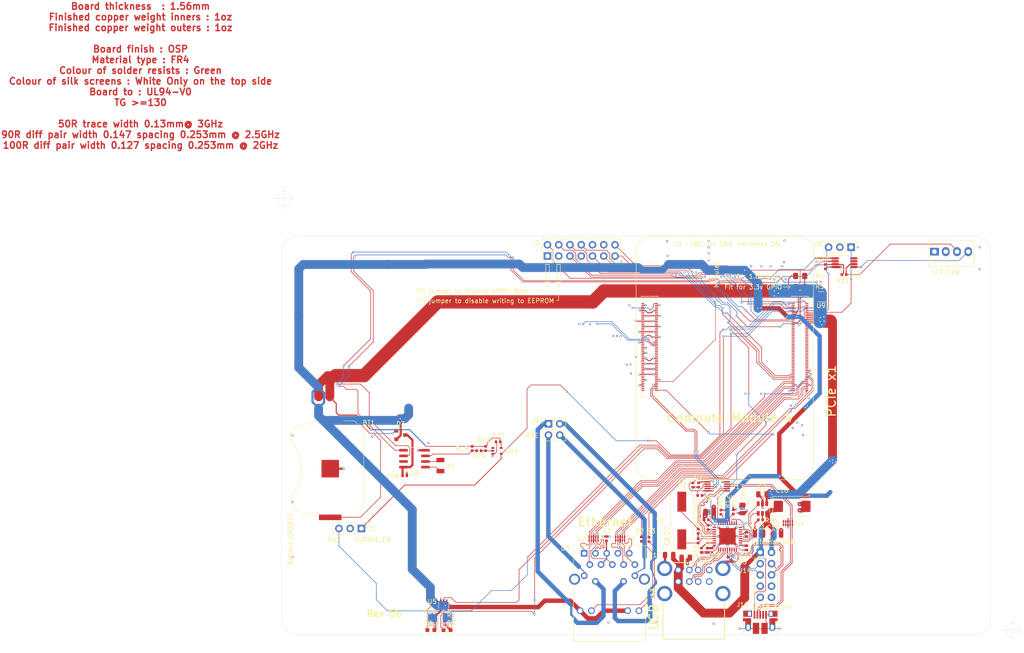
<source format=kicad_pcb>
(kicad_pcb (version 20211014) (generator pcbnew)
  (layers (0 "F.Cu" signal) (1 "In1.Cu" power) (2 "In2.Cu" power) (31 "B.Cu" signal) (34 "B.Paste" user) (35 "F.Paste" user) (36 "B.SilkS" user "B.Silkscreen") (37 "F.SilkS" user "F.Silkscreen") (38 "B.Mask" user) (39 "F.Mask" user) (44 "Edge.Cuts" user))
  (net 0 "")
  (net 1 "GND")
  (net 2 "Net-(BT1-Pad1)")
  (net 3 "Net-(C1-Pad1)")
  (net 4 "Net-(C8-Pad1)")
  (net 5 "Net-(C9-Pad1)")
  (net 6 "/USB/+5v")
  (net 7 "Net-(C24-Pad1)")
  (net 8 "/USB/+3.3v")
  (net 9 "/USB/VBUS")
  (net 10 "/RTC_Fan/+5v")
  (net 11 "/RTC_Fan/+3.3v")
  (net 12 "/RTC_Fan/nRTC_INT")
  (net 13 "/Ethernet/+3.3v")
  (net 14 "/Ethernet/GLOBAL_EN")
  (net 15 "/Ethernet/RUN_PG")
  (net 16 "/Ethernet/nRPIBOOT")
  (net 17 "/Ethernet/EEPROM_nWP")
  (net 18 "/Ethernet/AIN0")
  (net 19 "/Ethernet/AIN1")
  (net 20 "/Ethernet/SYNC_IN")
  (net 21 "/Ethernet/SYNC_OUT")
  (net 22 "/Ethernet/TV_OUT")
  (net 23 "/Ethernet/WL_nDis")
  (net 24 "/Ethernet/BT_nDis")
  (net 25 "/Ethernet/TR1_TAP")
  (net 26 "/Ethernet/TR2_TAP")
  (net 27 "/Ethernet/TR0_TAP")
  (net 28 "/Ethernet/TR3_TAP")
  (net 29 "/USB/USBD_N")
  (net 30 "/USB/USBD_P")
  (net 31 "/USB/HD1_N")
  (net 32 "/USB/HD1_P")
  (net 33 "/USB/HD2_N")
  (net 34 "/USB/HD2_P")
  (net 35 "/USB/HD3_N")
  (net 36 "/USB/HD4_N")
  (net 37 "/USB/HD3_P")
  (net 38 "/USB/HD4_P")
  (net 39 "/RTC_Fan/+12v")
  (net 40 "/USB/USB_OTG_ID")
  (net 42 "/USB/USB2_N")
  (net 43 "/USB/USB2_P")
  (net 74 "unconnected-(Module1-Pad151)")
  (net 76 "unconnected-(Module1-Pad153)")
  (net 95 "Net-(J11-Pad1)")
  (net 107 "unconnected-(Module1-Pad199)")
  (net 109 "/Ethernet/TRD3_P")
  (net 110 "Net-(J17-Pad3)")
  (net 111 "Net-(J17-Pad4)")
  (net 112 "/Ethernet/TRD1_P")
  (net 113 "/Ethernet/TRD3_N")
  (net 114 "/Ethernet/TRD1_N")
  (net 115 "/Ethernet/TRD2_N")
  (net 116 "/Ethernet/TRD0_N")
  (net 117 "/Ethernet/TRD2_P")
  (net 118 "/Ethernet/TRD0_P")
  (net 119 "/Ethernet/ETH_LEDY")
  (net 120 "/Ethernet/ETH_LEDG")
  (net 121 "Net-(R1-Pad2)")
  (net 123 "Net-(D2-Pad1)")
  (net 124 "Net-(R2-Pad1)")
  (net 125 "Net-(R3-Pad1)")
  (net 126 "Net-(D1-Pad1)")
  (net 127 "Net-(R10-Pad2)")
  (net 128 "Net-(R12-Pad1)")
  (net 129 "Net-(R13-Pad1)")
  (net 130 "Net-(R14-Pad1)")
  (net 131 "Net-(R15-Pad2)")
  (net 132 "Net-(R16-Pad1)")
  (net 133 "Net-(R36-Pad1)")
  (net 136 "/Ethernet/+5v")
  (net 137 "/Ethernet/GPIO_VREF")
  (net 138 "/Ethernet/+1.8v")
  (net 139 "/Ethernet/nPWR_LED")
  (net 149 "unconnected-(U4-Pad2)")
  (net 153 "unconnected-(U4-Pad10)")
  (net 154 "/USB/PWR1")
  (net 155 "/USB/nOCS1")
  (net 156 "/USB/nEXTRST")
  (net 157 "/USB/USBH_N")
  (net 158 "/USB/USBH_P")
  (net 159 "/RTC_Fan/SDA")
  (net 160 "/RTC_Fan/SCL")
  (net 161 "Net-(J2-Pad13)")
  (net 162 "/RTC_Fan/GLOBAL_EN")
  (net 163 "Net-(U8-Pad2)")
  (net 164 "Net-(U8-Pad1)")
  (net 176 "Net-(C46-Pad1)")
  (footprint "Battery:BatteryHolder_Keystone_3034_1x20mm" (layer "F.Cu") (at 90 122.5 -90)
    (fp_text reference "BT1")
    (fp_text value "Battery_Cell")
  )
  (footprint "Capacitor_SMD:C_0402_1005Metric" (layer "F.Cu") (at 152.3 138.3 90)
    (fp_text reference "C1")
    (fp_text value "100n")
  )
  (footprint "Capacitor_SMD:C_0402_1005Metric" (layer "F.Cu") (at 201.7 76.9 -90)
    (fp_text reference "C23")
    (fp_text value "100n")
  )
  (footprint "Connector_PinHeader_2.54mm:PinHeader_1x03_P2.54mm_Vertical" (layer "F.Cu") (at 97.04 136 -90)
    (fp_text reference "J1")
    (fp_text value "Conn_01x03")
  )
  (footprint "Resistor_SMD:R_0402_1005Metric" (layer "F.Cu") (at 113.6 156.4 90)
    (fp_text reference "R10")
    (fp_text value "1k")
  )
  (footprint "Resistor_SMD:R_0402_1005Metric" (layer "F.Cu") (at 171.8 126.2 -90)
    (fp_text reference "R11")
    (fp_text value "2.2K 1%")
  )
  (footprint "Resistor_SMD:R_0402_1005Metric" (layer "F.Cu") (at 205.9 78.7 180)
    (fp_text reference "R21")
    (fp_text value "36K 1%")
  )
  (footprint "Package_SON:USON-10_2.5x1.0mm_P0.5mm" (layer "F.Cu") (at 155.4 138.285 -90)
    (fp_text reference "U1")
    (fp_text value "TPD4EUSB30")
  )
  (footprint "Connector_PinHeader_2.54mm:PinHeader_2x05_P2.54mm_Vertical" (layer "F.Cu") (at 187 141.4)
    (fp_text reference "J14")
    (fp_text value "Conn_02x05_Odd_Even")
  )
  (footprint "LED_SMD:LED_0603_1608Metric" (layer "F.Cu") (at 116.35 158.9 180)
    (fp_text reference "D2")
    (fp_text value "LED Green")
  )
  (footprint "Package_SO:MSOP-8_3x3mm_P0.65mm" (layer "F.Cu") (at 206 76)
    (fp_text reference "U11")
    (fp_text value "EMC2301-1-ACZL-TR")
  )
  (footprint "Capacitor_SMD:C_0402_1005Metric" (layer "F.Cu") (at 173.1 126.2 -90)
    (fp_text reference "C7")
    (fp_text value "100n")
  )
  (footprint "Capacitor_SMD:C_0402_1005Metric" (layer "F.Cu") (at 183.96 140.372 -90)
    (fp_text reference "C11")
    (fp_text value "100n")
  )
  (footprint "Capacitor_SMD:C_0805_2012Metric" (layer "F.Cu") (at 175.578 132.244 180)
    (fp_text reference "C10")
    (fp_text value "10u")
  )
  (footprint "Capacitor_SMD:C_0402_1005Metric" (layer "F.Cu") (at 173 136.6 -90)
    (fp_text reference "C9")
    (fp_text value "27pF")
  )
  (footprint "Capacitor_SMD:C_0805_2012Metric" (layer "F.Cu") (at 183 131.6 90)
    (fp_text reference "C6")
    (fp_text value "10u")
  )
  (footprint "Capacitor_SMD:C_0402_1005Metric" (layer "F.Cu") (at 173 138.8 90)
    (fp_text reference "C8")
    (fp_text value "27pF")
  )
  (footprint "Capacitor_SMD:C_0805_2012Metric" (layer "F.Cu") (at 170.2 142.6)
    (fp_text reference "C20")
    (fp_text value "10u")
  )
  (footprint "Capacitor_SMD:C_0805_2012Metric" (layer "F.Cu") (at 186.7 137.4 180)
    (fp_text reference "C21")
    (fp_text value "10u")
  )
  (footprint "Capacitor_SMD:C_0402_1005Metric" (layer "F.Cu") (at 175.204 135.768 90)
    (fp_text reference "C14")
    (fp_text value "100n")
  )
  (footprint "Capacitor_SMD:C_0805_2012Metric" (layer "F.Cu") (at 190.7625 137.4)
    (fp_text reference "C19")
    (fp_text value "10u")
  )
  (footprint "Capacitor_SMD:C_0805_2012Metric" (layer "F.Cu") (at 166.45 141.97298 180)
    (fp_text reference "C17")
    (fp_text value "10u")
  )
  (footprint "Crystal:Crystal_SMD_HC49-SD" (layer "F.Cu") (at 169.3 134.2 90)
    (fp_text reference "Y1")
    (fp_text value "24MHz")
  )
  (footprint "Package_TO_SOT_SMD:SOT-353_SC-70-5" (layer "F.Cu") (at 127.618 118.472)
    (fp_text reference "U14")
    (fp_text value "74LVC1G07SE-7")
  )
  (footprint "Package_DFN_QFN:QFN-36-1EP_6x6mm_P0.5mm_EP3.7x3.7mm" (layer "F.Cu") (at 179.604 137.768 90)
    (fp_text reference "U6")
    (fp_text value "USB2514B_Bi")
  )
  (footprint "Resistor_SMD:R_0402_1005Metric" (layer "F.Cu") (at 125.062 117.948 90)
    (fp_text reference "R20")
    (fp_text value "510K 1%")
  )
  (footprint "Resistor_SMD:R_0402_1005Metric" (layer "F.Cu") (at 122.014 117.948 90)
    (fp_text reference "R19")
    (fp_text value "510K 1%")
  )
  (footprint "Resistor_SMD:R_0402_1005Metric" (layer "F.Cu") (at 173.725 140.925 90)
    (fp_text reference "R15")
    (fp_text value "12K 1%")
  )
  (footprint "Resistor_SMD:R_0402_1005Metric" (layer "F.Cu") (at 178.118 132.330999 90)
    (fp_text reference "R16")
    (fp_text value "36K 1%")
  )
  (footprint "Resistor_SMD:R_0402_1005Metric" (layer "F.Cu") (at 174.816 134.022 180)
    (fp_text reference "R14")
    (fp_text value "36K 1%")
  )
  (footprint "Resistor_SMD:R_0402_1005Metric" (layer "F.Cu") (at 180.912 132.244 90)
    (fp_text reference "R13")
    (fp_text value "36K 1%")
  )
  (footprint "Resistor_SMD:R_0402_1005Metric" (layer "F.Cu") (at 179.388 132.330999 90)
    (fp_text reference "R12")
    (fp_text value "36K 1%")
  )
  (footprint "Resistor_SMD:R_0402_1005Metric" (layer "F.Cu") (at 161.9 138.485 90)
    (fp_text reference "R3")
    (fp_text value "470R")
  )
  (footprint "Resistor_SMD:R_0402_1005Metric" (layer "F.Cu") (at 160.2 138.4 90)
    (fp_text reference "R2")
    (fp_text value "470R")
  )
  (footprint "Connector_PinHeader_2.54mm:PinHeader_2x02_P2.54mm_Vertical" (layer "F.Cu") (at 139.23 112.37)
    (fp_text reference "J9")
    (fp_text value "THD-02-R")
  )
  (footprint "CM4IO:USB_Micro-B_EDAC_UCON00686" (layer "F.Cu") (at 187 158.3)
    (fp_text reference "J11")
    (fp_text value "USB_OTG")
  )
  (footprint "LED_SMD:LED_0603_1608Metric" (layer "F.Cu") (at 112.7 158.9 180)
    (fp_text reference "D1")
    (fp_text value "LED Red")
  )
  (footprint "Resistor_SMD:R_0402_1005Metric" (layer "F.Cu") (at 115.8 156.4 90)
    (fp_text reference "R1")
    (fp_text value "1k")
  )
  (footprint "Package_TO_SOT_SMD:SOT-353_SC-70-5" (layer "F.Cu") (at 115.6 153.3 -90)
    (fp_text reference "U5")
    (fp_text value "74LVC1G07SE-7")
  )
  (footprint "Capacitor_SMD:C_0402_1005Metric" (layer "F.Cu") (at 123.538 118.456 180)
    (fp_text reference "C24")
    (fp_text value "100n")
  )
  (footprint "Capacitor_SMD:C_0402_1005Metric" (layer "F.Cu") (at 127.872 116.44 180)
    (fp_text reference "C22")
    (fp_text value "100n")
  )
  (footprint "CM4IO:TRJG0926HENL" (layer "F.Cu") (at 153 150.5)
    (fp_text reference "U3")
    (fp_text value "MagJack-A70-112-331N126")
  )
  (footprint "Resistor_SMD:R_0402_1005Metric" (layer "F.Cu") (at 187.05 134.05 180)
    (fp_text reference "R36")
    (fp_text value "15K 1%")
  )
  (footprint "Package_TO_SOT_SMD:SOT-23-6" (layer "F.Cu") (at 187.5 131.5 -90)
    (fp_text reference "U7")
    (fp_text value "AP2553W6")
  )
  (footprint "Package_SO:MSOP-10_3x3mm_P0.5mm" (layer "F.Cu") (at 177.3 126.5)
    (fp_text reference "U13")
    (fp_text value "FSUSB42MUX")
  )
  (footprint "CM4IO:MOLEX_USB_67298-4090" (layer "F.Cu") (at 172 150.7)
    (fp_text reference "J13")
    (fp_text value "USB_67298-4090")
  )
  (footprint "Capacitor_SMD:C_0402_1005Metric" (layer "F.Cu") (at 180.1 142.8 -45)
    (fp_text reference "C15")
    (fp_text value "100n")
  )
  (footprint "Connector:FanPinHeader_1x04_P2.54mm_Vertical" (layer "F.Cu") (at 226.3 73.5)
    (fp_text reference "J17")
    (fp_text value "Molex 470531000")
  )
  (footprint "Package_SON:USON-10_2.5x1.0mm_P0.5mm" (layer "F.Cu") (at 149.4 138.285 -90)
    (fp_text reference "U2")
    (fp_text value "TPD4EUSB30")
  )
  (footprint "Package_SON:USON-10_2.5x1.0mm_P0.5mm" (layer "F.Cu") (at 193.25 134.8 90)
    (fp_text reference "U4")
    (fp_text value "TPD4EUSB30")
  )
  (footprint "Connector_PinHeader_2.54mm:PinHeader_2x07_P2.54mm_Vertical" (layer "F.Cu") (at 139 74.5 90)
    (fp_text reference "J2")
    (fp_text value "Conn_02x07_Odd_Even")
  )
  (footprint "Resistor_SMD:R_0805_2012Metric_Pad1.15x1.40mm_HandSolder" (layer "F.Cu") (at 196 79)
    (fp_text reference "R4")
    (fp_text value "nf")
  )
  (footprint "Package_TO_SOT_SMD:SOT-353_SC-70-5" (layer "F.Cu") (at 200.7 83.7 180)
    (fp_text reference "U9")
    (fp_text value "74LVC1G07SE-7")
  )
  (footprint "Resistor_SMD:R_0805_2012Metric_Pad1.15x1.40mm_HandSolder" (layer "F.Cu") (at 196 81.5)
    (fp_text reference "R5")
    (fp_text value "0R")
  )
  (footprint "Package_TO_SOT_SMD:SOT-23" (layer "F.Cu") (at 105.9 114.9)
    (fp_text reference "D3")
    (fp_text value "BAT54C-7-F")
  )
  (footprint "Package_SO:SOIC-8_3.9x4.9mm_P1.27mm" (layer "F.Cu") (at 109 120.25 180)
    (fp_text reference "U8")
    (fp_text value "PCF85063AT/AAZ")
  )
  (footprint "Crystal:Crystal_SMD_3215-2Pin_3.2x1.5mm" (layer "F.Cu") (at 114.85 121.8 90)
    (fp_text reference "Y2")
    (fp_text value "X32K768S301")
  )
  (footprint "Connector_PinHeader_2.54mm:PinHeader_1x03_P2.54mm_Vertical" (layer "F.Cu") (at 207.5 72.5 -90)
    (fp_text reference "J3")
    (fp_text value "Conn_01x03")
  )
  (footprint "Capacitor_SMD:C_0402_1005Metric" (layer "F.Cu") (at 175.05 140.925 -90)
    (fp_text reference "C3")
    (fp_text value "100n")
  )
  (footprint "Capacitor_SMD:C_0402_1005Metric" (layer "F.Cu") (at 183.975 137.325 -90)
    (fp_text reference "C4")
    (fp_text value "100n")
  )
  (footprint "Capacitor_SMD:C_0805_2012Metric" (layer "F.Cu") (at 187.5 128.3 180)
    (fp_text reference "C2")
    (fp_text value "10u")
  )
  (footprint "Resistor_SMD:R_0402_1005Metric" (layer "F.Cu") (at 173.365 128.55 180)
    (fp_text reference "R8")
    (fp_text value "2.2K 1%")
  )
  (footprint "Capacitor_Tantalum_SMD:CP_EIA-7343-31_Kemet-D" (layer "F.Cu") (at 194.2 131)
    (fp_text reference "C16")
    (fp_text value "100uF")
  )
  (footprint "Teapot:Raspberry-Pi-4-Compute-Module" (layer "F.Cu") (at 195.5 73.5 180)
    (fp_text reference "Module1")
    (fp_text value "ComputeModule4-CM4")
  )
  (footprint "Capacitor_SMD:C_0402_1005Metric" (layer "F.Cu") (at 106.8 124.1)
    (fp_text reference "C46")
    (fp_text value "100n")
  )
  (footprint "TestPoint:TestPoint_Pad_2.0x2.0mm" (layer "B.Cu") (at 116.411606 156.1)
    (fp_text reference "TP3")
    (fp_text value "TestPoint")
  )
  (footprint "TestPoint:TestPoint_Pad_2.0x2.0mm" (layer "B.Cu") (at 113.1 156.1)
    (fp_text reference "TP5")
    (fp_text value "TestPoint")
  )
  (gr_line (start 136.1 82.4) (end 138.5 82.4) (layer "F.SilkS") (width 0.12))
  (gr_line (start 141.5 81) (end 141.1 81.4) (layer "F.SilkS") (width 0.12))
  (gr_line (start 192.2 81.5) (end 193.7 81.5) (layer "F.SilkS") (width 0.12))
  (gr_line (start 139 81) (end 139.4 81.4) (layer "F.SilkS") (width 0.12))
  (gr_line (start 193.7 81.5) (end 193.3 81.9) (layer "F.SilkS") (width 0.12))
  (gr_line (start 193.7 81.5) (end 193.3 81.1) (layer "F.SilkS") (width 0.12))
  (gr_line (start 193.3 81.1) (end 193.7 81.5) (layer "F.SilkS") (width 0.12))
  (gr_line (start 139 82.4) (end 139 81) (layer "F.SilkS") (width 0.12))
  (gr_line (start 141.1 84.5) (end 141.5 84.5) (layer "F.SilkS") (width 0.12))
  (gr_line (start 138.5 82.4) (end 139 82.4) (layer "F.SilkS") (width 0.12))
  (gr_line (start 139 81) (end 138.6 81.4) (layer "F.SilkS") (width 0.12))
  (gr_line (start 141.5 81) (end 141.9 81.4) (layer "F.SilkS") (width 0.12))
  (gr_rect (start 138.6 76.4) (end 139.4 80.4) (layer "F.SilkS") (width 0.12) (fill none))
  (gr_line (start 141.5 84.5) (end 141.5 81) (layer "F.SilkS") (width 0.12))
  (gr_rect (start 141.1 76.4) (end 141.9 80.4) (layer "F.SilkS") (width 0.12) (fill none))
  (gr_line (start 239 156.5) (end 239 73.5) (layer "Edge.Cuts") (width 0.05))
  (gr_line (start 235.5 70) (end 82.5 70) (layer "Edge.Cuts") (width 0.05))
  (gr_line (start 79 156.5) (end 79 73.5) (layer "Edge.Cuts") (width 0.05))
  (gr_arc (start 79 73.5) (mid 80.025126 71.025126) (end 82.5 70) (layer "Edge.Cuts") (width 0.05))
  (gr_line (start 82.5 160) (end 235.5 160) (layer "Edge.Cuts") (width 0.05))
  (gr_arc (start 82.5 160) (mid 80.025126 158.974874) (end 79 156.5) (layer "Edge.Cuts") (width 0.05))
  (gr_arc (start 235.5 70) (mid 237.974874 71.025126) (end 239 73.5) (layer "Edge.Cuts") (width 0.05))
  (gr_arc (start 239 156.5) (mid 237.974874 158.974874) (end 235.5 160) (layer "Edge.Cuts") (width 0.05))
  (gr_text "Board thickness  : 1.56mm\nFinished copper weight inners : 1oz\nFinished copper weight outers : 1oz\n\nBoard finish : OSP\nMaterial type : FR4\nColour of solder resists : Green\nColour of silk screens : White Only on the top side\nBoard to : UL94-V0\nTG >=130\n\n50R trace width 0.13mm@ 3GHz\n90R diff pair width 0.147 spacing 0.253mm @ 2.5GHz\n100R diff pair width 0.127 spacing 0.253mm @ 2GHz" (at 47.2 33.8) (layer "F.Cu") (effects (font (size 1.5 1.5) (thickness 0.3))))
  (gr_text "Rev 5b" (at 102.2 155.2) (layer "F.SilkS") (effects (font (size 1.5 1.5) (thickness 0.3))))
  (gr_text "Fit for 3.3v GPIO " (at 185.8 81.5) (layer "F.SilkS") (effects (font (size 1 1))))
  (gr_text "Fit jumper to disable writing to EEPROM" (at 109.5 84.6) (layer "F.SilkS") (effects (font (size 1 1)) (justify left)))
  (gr_text "nWireless_Dis" (at 186.7 71.8) (layer "F.SilkS") (effects (font (size 1 1))))
  (gr_text "USB Slave" (at 190.1 153.7) (layer "F.SilkS") (effects (font (size 1 1))))
  (gr_text "Fit for 1.8v GPIO" (at 185.4 79.1) (layer "F.SilkS") (effects (font (size 1 1))))
  (gr_text "RUN    GLOBAL_EN" (at 96.5 138.5) (layer "F.SilkS") (effects (font (size 1 1))))
  (gr_text "USB" (at 163 156 90) (layer "F.SilkS") (effects (font (size 2 2) (thickness 0.3))))
  (gr_text "Ethernet" (at 152 134.5) (layer "F.SilkS") (effects (font (size 2 2) (thickness 0.3))))
  (gr_text "J3 : nBT_Dis GND " (at 174.55 71.8) (layer "F.SilkS") (effects (font (size 1 1))))
  (gr_text "Battery CR2032\n" (at 81 138.4 90) (layer "F.SilkS") (effects (font (size 1 1))))
  (gr_text "FAN" (at 230.6 78.2) (layer "F.SilkS") (effects (font (size 1 1))))
  (gr_text "PCIe x1" (at 203 105 90) (layer "F.SilkS") (effects (font (size 2 2) (thickness 0.3))))
  (gr_text "External USB\n" (at 190 139) (layer "F.SilkS") (effects (font (size 1 1))))
  (gr_text "Fit jumper to disable eMMC Boot" (at 109.5 82.4) (layer "F.SilkS") (effects (font (size 1 1)) (justify left)))
  (gr_text "POE" (at 135.5 115) (layer "F.SilkS") (effects (font (size 1 1))))
  (gr_text "Compute Module 4" (at 180.1 111) (layer "F.SilkS") (effects (font (size 2 2) (thickness 0.3))))
  (target plus (at 244 159) (size 5) (width 0.05) (layer "Edge.Cuts"))
  (target plus (at 79.5 61.5) (size 5) (width 0.05) (layer "Edge.Cuts"))
  (segment (start 173 137.7) (end 173 138.315) (width 0.23) (layer "F.Cu") (net 1))
  (segment (start 160.5 89.2) (end 159 89.2) (width 0.2) (layer "F.Cu") (net 1))
  (segment (start 195.9 130.5) (end 196.8125 130.5) (width 1) (layer "F.Cu") (net 1))
  (segment (start 177.6 139.772) (end 179.604 137.768) (width 0.5) (layer "F.Cu") (net 1))
  (segment (start 179.604 137.768) (end 177.536 135.7) (width 0.5) (layer "F.Cu") (net 1))
  (segment (start 179.604 137.768) (end 177.482 137.768) (width 0.5) (layer "F.Cu") (net 1))
  (segment (start 183 130.6625) (end 182.5 131.1625) (width 0.5) (layer "F.Cu") (net 1))
  (segment (start 179.388 131.845999) (end 178.968 131.845999) (width 0.23) (layer "F.Cu") (net 1))
  (segment (start 162.453939 87.3) (end 162.938528 86.815411) (width 0.2) (layer "F.Cu") (net 1))
  (segment (start 161.2 100) (end 162.88999 100) (width 0.23) (layer "F.Cu") (net 1))
  (segment (start 163.6 88) (end 164.28999 88) (width 0.2) (layer "F.Cu") (net 1))
  (segment (start 151.615 137.815) (end 151.6 137.8) (width 0.3) (layer "F.Cu") (net 1))
  (segment (start 202.525 76.975) (end 202.5 77) (width 0.23) (layer "F.Cu") (net 1))
  (segment (start 187.5 130.4) (end 187.5 129.2375) (width 0.5) (layer "F.Cu") (net 1))
  (segment (start 175.031 132.244) (end 175.4 131.875) (width 0.5) (layer "F.Cu") (net 1))
  (segment (start 162.909337 94) (end 162.901867 93.99253) (width 0.2) (layer "F.Cu") (net 1))
  (segment (start 160.5 98.8) (end 161.2 98.8) (width 0.2) (layer "F.Cu") (net 1))
  (segment (start 163.6 86.8) (end 162.953939 86.8) (width 0.2) (layer "F.Cu") (net 1))
  (segment (start 160.5 100) (end 161.2 100) (width 0.2) (layer "F.Cu") (net 1))
  (segment (start 161.1 102.4) (end 161.2 102.5) (width 0.2) (layer "F.Cu") (net 1))
  (segment (start 163.6 92.8) (end 164.28999 92.8) (width 0.2) (layer "F.Cu") (net 1))
  (segment (start 163.58 91.6) (end 162.9 91.6) (width 0.2) (layer "F.Cu") (net 1))
  (segment (start 161.18999 97.6) (end 161.2 97.61001) (width 0.2) (layer "F.Cu") (net 1))
  (segment (start 175.883 135.283) (end 175.204 135.283) (width 0.23) (layer "F.Cu") (net 1))
  (segment (start 111.475 118.345) (end 109.855 118.345) (width 0.5) (layer "F.Cu") (net 1))
  (segment (start 162.7 97.6) (end 162.9 97.6) (width 0.2) (layer "F.Cu") (net 1))
  (segment (start 126.668 119.122) (end 127.113 119.122) (width 0.13) (layer "F.Cu") (net 1))
  (segment (start 164.290645 102.4) (end 164.300655 102.41001) (width 0.2) (layer "F.Cu") (net 1))
  (segment (start 181.6 139.764) (end 181.6 139.8) (width 0.5) (layer "F.Cu") (net 1))
  (segment (start 180.912 131.759) (end 180.912 131.038) (width 0.3) (layer "F.Cu") (net 1))
  (segment (start 159.83001 103.6) (end 159.8 103.63001) (width 0.2) (layer "F.Cu") (net 1))
  (segment (start 202.085 77) (end 201.7 77.385) (width 0.23) (layer "F.Cu") (net 1))
  (segment (start 160.5 91.6) (end 162.9 91.6) (width 0.2) (layer "F.Cu") (net 1))
  (segment (start 173.725 141.41) (end 174.36 141.41) (width 0.5) (layer "F.Cu") (net 1))
  (segment (start 193.9 104.8) (end 193.7 105) (width 0.2) (layer "F.Cu") (net 1))
  (segment (start 197.5 103.6) (end 198.194979 103.6) (width 0.2) (layer "F.Cu") (net 1))
  (segment (start 163.6 90.4) (end 164.28999 90.4) (width 0.2) (layer "F.Cu") (net 1))
  (segment (start 179.604 137.768) (end 179.604 139.846) (width 0.5) (layer "F.Cu") (net 1))
  (segment (start 193.25 134.415) (end 193.25 135.185) (width 0.2) (layer "F.Cu") (net 1))
  (segment (start 177.6 139.8) (end 177.6 139.772) (width 0.5) (layer "F.Cu") (net 1))
  (segment (start 161.18999 85.6) (end 161.2 85.58999) (width 0.2) (layer "F.Cu") (net 1))
  (segment (start 175.45 132.675) (end 175.4 132.625) (width 0.5) (layer "F.Cu") (net 1))
  (segment (start 160.5 94) (end 159.7 94) (width 0.2) (layer "F.Cu") (net 1))
  (segment (start 127.55 118.685) (end 127.55 116.603) (width 0.13) (layer "F.Cu") (net 1))
  (segment (start 171.1375 142.6) (end 170.581263 143.156237) (width 0.8) (layer "F.Cu") (net 1))
  (segment (start 163.6 103.6) (end 162.93001 103.6) (width 0.2) (layer "F.Cu") (net 1))
  (segment (start 174.744 132.244) (end 175.175 132.675) (width 0.5) (layer "F.Cu") (net 1))
  (segment (start 179.604 137.768) (end 179.604 135.679) (width 0.5) (layer "F.Cu") (net 1))
  (segment (start 160.5 102.4) (end 161.1 102.4) (width 0.2) (layer "F.Cu") (net 1))
  (segment (start 107.285 124.1) (end 107.285 123.415) (width 0.5) (layer "F.Cu") (net 1))
  (segment (start 160.5 88) (end 161.2 88) (width 0.2) (layer "F.Cu") (net 1))
  (segment (start 164.28999 90.4) (end 164.3 90.41001) (width 0.2) (layer "F.Cu") (net 1))
  (segment (start 193.7 105) (end 193.6 105) (width 0.2) (layer "F.Cu") (net 1))
  (segment (start 172.415 126.685) (end 173.1 126.685) (width 0.23) (layer "F.Cu") (net 1))
  (segment (start 127.113 119.122) (end 127.55 118.685) (width 0.13) (layer "F.Cu") (net 1))
  (segment (start 155.4 138.67) (end 155.4 139.4) (width 0.3) (layer "F.Cu") (net 1))
  (segment (start 160.5 96.4) (end 160.65 96.4) (width 0.2) (layer "F.Cu") (net 1))
  (segment (start 183.325 131.525) (end 183.325 130.9875) (width 0.5) (layer "F.Cu") (net 1))
  (segment (start 177.482 137.768) (end 177.475 137.775) (width 0.5) (layer "F.Cu") (net 1))
  (segment (start 197.5 100.4) (end 198.18086 100.4) (width 0.2) (layer "F.Cu") (net 1))
  (segment (start 160.65 96.4) (end 161.2 96.4) (width 0.2) (layer "F.Cu") (net 1))
  (segment (start 160.5 86.8) (end 159.9 86.8) (width 0.2) (layer "F.Cu") (net 1))
  (segment (start 114.95 151.65) (end 114.9 151.6) (width 0.13) (layer "F.Cu") (net 1))
  (segment (start 161.5 92.4) (end 162.1 92.4) (width 0.2) (layer "F.Cu") (net 1))
  (segment (start 161.2 90.4) (end 163.58 90.4) (width 0.2) (layer "F.Cu") (net 1))
  (segment (start 160.5 95.2) (end 161.2 95.2) (width 0.2) (layer "F.Cu") (net 1))
  (segment (start 161.5 97.9) (end 161.7 98.1) (width 0.2) (layer "F.Cu") (net 1))
  (segment (start 186.565 134.085) (end 185.8 134.85) (width 0.23) (layer "F.Cu") (net 1))
  (segment (start 183.497 140.9) (end 183.2 140.9) (width 0.23) (layer "F.Cu") (net 1))
  (segment (start 161.7 98.1) (end 162.2 98.1) (width 0.2) (layer "F.Cu") (net 1))
  (segment (start 159 89.2) (end 158.9 89.1) (width 0.2) (layer "F.Cu") (net 1))
  (segment (start 183.565 137.9) (end 183.4 137.9) (width 0.5) (layer "F.Cu") (net 1))
  (segment (start 175.05 141.41) (end 175.765 141.41) (width 0.5) (layer "F.Cu") (net 1))
  (segment (start 194.42 104.8) (end 193.9 104.8) (width 0.2) (layer "F.Cu") (net 1))
  (segment (start 179.604 137.768) (end 181.6 139.764) (width 0.5) (layer "F.Cu") (net 1))
  (segment (start 182 142.9) (end 181.6 143.3) (width 0.2) (layer "F.Cu") (net 1))
  (segment (start 161.2 88) (end 163.58 88) (width 0.2) (layer "F.Cu") (net 1))
  (segment (start 174.6405 132.244) (end 174.6405 133.164474) (width 1) (layer "F.Cu") (net 1))
  (segment (start 188.3 155.48) (end 189.215 155.48) (width 0.13) (layer "F.Cu") (net 1))
  (segment (start 182 142.5) (end 182 142.9) (width 0.2) (layer "F.Cu") (net 1))
  (segment (start 185.7625 136.371432) (end 185.7625 136.6) (width 1) (layer "F.Cu") (net 1))
  (segment (start 175.1 127.5) (end 176.3 127.5) (width 0.23) (layer "F.Cu") (net 1))
  (segment (start 175.775 141.4) (end 176.09 141.41) (width 0.5) (layer "F.Cu") (net 1))
  (segment (start 191.1455 158.6) (end 191.4 158.6) (width 0.13) (layer "F.Cu") (net 1))
  (segment (start 205.175 76.975) (end 205.2 77) (width 0.5) (layer "F.Cu") (net 1))
  (segment (start 162.2 98.1) (end 162.7 97.6) (width 0.2) (layer "F.Cu") (net 1))
  (segment (start 173 137.085) (end 173 137.7) (width 0.23) (layer "F.Cu") (net 1))
  (segment (start 152.72 137.815) (end 152.735 137.8) (width 0.3) (layer "F.Cu") (net 1))
  (segment (start 193.25 134.415) (end 193.25 133.85) (width 0.2) (layer "F.Cu") (net 1))
  (segment (start 163.6 94) (end 162.909337 94) (width 0.2) (layer "F.Cu") (net 1))
  (segment (start 183.96 140.857) (end 183.54 140.857) (width 0.23) (layer "F.Cu") (net 1))
  (segment (start 164.28999 88) (end 164.3 88.01001) (width 0.2) (layer "F.Cu") (net 1))
  (segment (start 161.48999 97.9) (end 161.5 97.9) (width 0.2) (layer "F.Cu") (net 1))
  (segment (start 160.5 92.8) (end 161.2 92.8) (width 0.2) (layer "F.Cu") (net 1))
  (segment (start 179.5 125.5) (end 178.430032 125.5) (width 0.2) (layer "F.Cu") (net 1))
  (segment (start 176.9 140.9) (end 176.6 140.9) (width 0.13) (layer "F.Cu") (net 1))
  (segment (start 149.4 138.67) (end 149.4 139.4) (width 0.3) (layer "F.Cu") (net 1))
  (segment (start 185.7625 137.4) (end 185.7625 136.6) (width 1) (layer "F.Cu") (net 1))
  (segment (start 170.581263 143.156237) (end 170.581263 143.918737) (width 0.8) (layer "F.Cu") (net 1))
  (segment (start 198.18086 100.4) (end 198.219139 100.361721) (width 0.2) (layer "F.Cu") (net 1))
  (segment (start 197.5 105.074144) (end 197.319153 105.254991) (width 0.2) (layer "F.Cu") (net 1))
  (segment (start 182.5 131.1625) (end 182.5 131.525) (width 0.5) (layer "F.Cu") (net 1))
  (segment (start 181.6 139.8) (end 182.7 140.9) (width 0.13) (layer "F.Cu") (net 1))
  (segment (start 202.5 77) (end 202.085 77) (width 0.23) (layer "F.Cu") (net 1))
  (segment (start 161.2 92.7) (end 161.5 92.4) (width 0.2) (layer "F.Cu") (net 1))
  (segment (start 178.968 131.845999) (end 178.745999 131.845999) (width 0.23) (layer "F.Cu") (net 1))
  (segment (start 185.8 134.85) (end 185.8 136.3) (width 0.23) (layer "F.Cu") (net 1))
  (segment (start 163.58 101.2) (end 162.91001 101.2) (width 0.2) (layer "F.Cu") (net 1))
  (segment (start 152.3 137.815) (end 151.615 137.815) (width 0.3) (layer "F.Cu") (net 1))
  (segment (start 203.8875 76.975) (end 205.175 76.975) (width 0.5) (layer "F.Cu") (net 1))
  (segment (start 160.5 86.8) (end 161.1 86.8) (width 0.2) (layer "F.Cu") (net 1))
  (segment (start 187.768 158.6) (end 189.838 158.6) (width 0.13) (layer "F.Cu") (net 1))
  (segment (start 182.7105 158.6) (end 182.3 158.6) (width 0.13) (layer "F.Cu") (net 1))
  (segment (start 175.175 132.675) (end 175.45 132.675) (width 0.5) (layer "F.Cu") (net 1))
  (segment (start 195.9 131.9) (end 196.4125 131.9) (width 1) (layer "F.Cu") (net 1))
  (segment (start 193.25 135.185) (end 193.25 135.75) (width 0.2) (layer "F.Cu") (net 1))
  (segment (start 188.3 155.48) (end 188.3 158.2125) (width 0.13) (layer "F.Cu") (net 1))
  (segment (start 187.5 130.4) (end 187.5 131.4) (width 0.3) (layer "F.Cu") (net 1))
  (segment (start 161.6 87.3) (end 162.453939 87.3) (width 0.2) (layer "F.Cu") (net 1))
  (segment (start 197.5 104.8) (end 197.5 105.074144) (width 0.2) (layer "F.Cu") (net 1))
  (segment (start 152.735 137.8) (end 153 137.8) (width 0.3) (layer "F.Cu") (net 1))
  (segment (start 180.912 131.759) (end 181.541 131.759) (width 0.3) (layer "F.Cu") (net 1))
  (segment (start 159.9 86.8) (end 159.8 86.7) (width 0.2) (layer "F.Cu") (net 1))
  (segment (start 203.8875 76.975) (end 202.525 76.975) (width 0.23) (layer "F.Cu") (net 1))
  (segment (start 152.3 137.815) (end 152.72 137.815) (width 0.3) (layer "F.Cu") (net 1))
  (segment (start 161.1 86.8) (end 161.6 87.3) (width 0.2) (layer "F.Cu") (net 1))
  (segment (start 160.5 101.2) (end 159.874988 101.2) (width 0.2) (layer "F.Cu") (net 1))
  (segment (start 163.58 98.8) (end 162.9 98.8) (width 0.2) (layer "F.Cu") (net 1))
  (segment (start 187.768 158.6) (end 186.088 158.6) (width 0.13) (layer "F.Cu") (net 1))
  (segment (start 163.6 85.6) (end 164.28999 85.6) (width 0.2) (layer "F.Cu") (net 1))
  (segment (start 174.331 134.022) (end 174.331 132.5535) (width 0.6) (layer "F.Cu") (net 1))
  (segment (start 164.28999 85.6) (end 164.3 85.58999) (width 0.2) (layer "F.Cu") (net 1))
  (segment (start 163.6 102.4) (end 164.290645 102.4) (width 0.2) (layer "F.Cu") (net 1))
  (segment (start 184.018 158.6) (end 182.7105 158.6) (width 0.13) (layer "F.Cu") (net 1))
  (segment (start 186.088 158.6) (end 184.018 158.6) (width 0.13) (layer "F.Cu") (net 1))
  (segment (start 159.874988 101.2) (end 159.774984 101.300004) (width 0.2) (layer "F.Cu") (net 1))
  (segment (start 178.745999 131.845999) (end 178.118 131.845999) (width 0.23) (layer "F.Cu") (net 1))
  (segment (start 177.2 140.6) (end 176.9 140.9) (width 0.13) (layer "F.Cu") (net 1))
  (segment (start 161.2 98.8) (end 162.9 98.8) (width 0.23) (layer "F.Cu") (net 1))
  (segment (start 179.604 137.768) (end 181.672 135.7) (width 0.5) (layer "F.Cu") (net 1))
  (segment (start 164.28999 92.8) (end 164.3 92.81001) (width 0.2) (layer "F.Cu") (net 1))
  (segment (start 160.5 85.6) (end 161.18999 85.6) (width 0.2) (layer "F.Cu") (net 1))
  (segment (start 185.8 136.333932) (end 185.7625 136.371432) (width 1) (layer "F.Cu") (net 1))
  (segment (start 177.2 140.2) (end 177.2 140.6) (width 0.13) (layer "F.Cu") (net 1))
  (segment (start 160.5 91.6) (end 159.7 91.6) (width 0.2) (layer "F.Cu") (net 1))
  (segment (start 177.2 140.2) (end 177.6 139.8) (width 0.13) (layer "F.Cu") (net 1))
  (segment (start 174.331 134.41) (end 175.204 135.283) (width 0.2) (layer "F.Cu") (net 1))
  (segment (start 163.6 89.2) (end 162.9 89.2) (width 0.2) (layer "F.Cu") (net 1))
  (segment (start 90 122.5) (end 93 122.5) (width 0.5) (layer "F.Cu") (net 1))
  (segment (start 179.604 137.768) (end 181.693 137.768) (width 0.5) (layer "F.Cu") (net 1))
  (segment (start 162.93001 103.6) (end 162.9 103.56999) (width 0.2) (layer "F.Cu") (net 1))
  (segment (start 162.88999 100) (end 162.9 99.98999) (width 0.23) (layer "F.Cu") (net 1))
  (segment (start 183.655 137.81) (end 183.565 137.9) (width 0.5) (layer "F.Cu") (net 1))
  (segment (start 176.6 140.9) (end 176.09 141.41) (width 0.13) (layer "F.Cu") (net 1))
  (segment (start 179.015 143.485) (end 181.315 143.485) (width 0.5) (layer "F.Cu") (net 1))
  (segment (start 155.4 137.9) (end 155.4 137.360453) (width 0.3) (layer "F.Cu") (net 1))
  (segment (start 175.1 127.5) (end 174 127.5) (width 0.23) (layer "F.Cu") (net 1))
  (segment (start 171.8 126.685) (end 172.415 126.685) (width 0.23) (layer "F.Cu") (net 1))
  (segment (start 160.5 101.2) (end 162.9 101.2) (width 0.2) (layer "F.Cu") (net 1))
  (segment (start 149.4 138.67) (end 149.4 137.2) (width 0.3) (layer "F.Cu") (net 1))
  (segment (start 181.315 143.485) (end 181.5 143.3) (width 0.2) (layer "F.Cu") (net 1))
  (segment (start 155.4 138.67) (end 155.4 137.9) (width 0.3) (layer "F.Cu") (net 1))
  (segment (start 160.5 89.2) (end 162.9 89.2) (width 0.2) (layer "F.Cu") (net 1))
  (segment (start 160.5 103.6) (end 159.83001 103.6) (width 0.2) (layer "F.Cu") (net 1))
  (segment (start 189.838 158.6) (end 191.1455 158.6) (width 0.13) (layer "F.Cu") (net 1))
  (segment (start 187.5 129.2375) (end 186.5625 128.3) (width 0.5) (layer "F.Cu") (net 1))
  (segment (start 162.91001 101.2) (end 162.9 101.21001) (width 0.2) (layer "F.Cu") (net 1))
  (segment (start 160.5 97.6) (end 161.18999 97.6) (width 0.2) (layer "F.Cu") (net 1))
  (segment (start 114.95 152.35) (end 114.95 151.65) (width 0.13) (layer "F.Cu") (net 1))
  (segment (start 191.7 137.4) (end 191.7 136.4) (width 1) (layer "F.Cu") (net 1))
  (segment (start 155.4 137.360453) (end 155.467559 137.292894) (width 0.3) (layer "F.Cu") (net 1))
  (segment (start 165.5125 141.97298) (end 165.5125 146.0475) (width 0.5) (layer "F.Cu") (net 1))
  (segment (start 162.5 92.8) (end 163.58 92.8) (width 0.2) (layer "F.Cu") (net 1))
  (segment (start 163.58999 99.98999) (end 162.9 99.98999) (width 0.2) (layer "F.Cu") (net 1))
  (segment (start 160.5 90.4) (end 161.2 90.4) (width 0.2) (layer "F.Cu") (net 1))
  (segment (start 161.2 96.4) (end 161.3 96.3) (width 0.13) (layer "F.Cu") (net 1))
  (segment (start 194.42 103.6) (end 195.1 103.6) (width 0.2) (layer "F.Cu") (net 1))
  (segment (start 183.54 140.857) (end 183.497 140.9) (width 0.23) (layer "F.Cu") (net 1))
  (segment (start 161.2 92.8) (end 161.2 92.7) (width 0.2) (layer "F.Cu") (net 1))
  (segment (start 182.7 140.9) (end 183.2 140.9) (width 0.13) (layer "F.Cu") (net 1))
  (segment (start 163.6 97.6) (end 162.9 97.6) (width 0.2) (layer "F.Cu") (net 1))
  (segment (start 161.2 97.61001) (end 161.48999 97.9) (width 0.2) (layer "F.Cu") (net 1))
  (segment (start 174.331 134.022) (end 174.331 134.41) (width 0.2) (layer "F.Cu") (net 1))
  (segment (start 162.1 92.4) (end 162.5 92.8) (width 0.2) (layer "F.Cu") (net 1))
  (segment (start 174.36 141.41) (end 175.05 141.41) (width 0.5) (layer "F.Cu") (net 1))
  (segment (start 162.953939 86.8) (end 162.938528 86.815411) (width 0.2) (layer "F.Cu") (net 1))
  (segment (start 126.668 119.122) (end 126.668 119.632) (width 0.2) (layer "F.Cu") (net 1))
  (via (at 175.4 131.875) (size 0.45) (drill 0.25) (layers "F.Cu" "B.Cu") (net 1))
  (via (at 161.2 90.4) (size 0.45) (drill 0.25) (layers "F.Cu" "B.Cu") (net 1))
  (via (at 158.9 89.1) (size 0.45) (drill 0.25) (layers "F.Cu" "B.Cu") (net 1))
  (via (at 159.7 94) (size 0.45) (drill 0.25) (layers "F.Cu" "B.Cu") (net 1))
  (via (at 193.25 133.85) (size 0.45) (drill 0.25) (layers "F.Cu" "B.Cu") (net 1))
  (via (at 93 122.5) (size 0.45) (drill 0.25) (layers "F.Cu" "B.Cu") (net 1))
  (via (at 169.95 78.2) (size 0.45) (drill 0.25) (layers "F.Cu" "B.Cu") (net 1))
  (via (at 187.2 105.6) (size 0.45) (drill 0.25) (layers "F.Cu" "B.Cu") (net 1))
  (via (at 192.45 71) (size 0.45) (drill 0.25) (layers "F.Cu" "B.Cu") (net 1))
  (via (at 178.2 79.2) (size 0.45) (drill 0.25) (layers "F.Cu" "B.Cu") (net 1))
  (via (at 198.194979 103.6) (size 0.45) (drill 0.25) (layers "F.Cu" "B.Cu") (net 1))
  (via (at 182.5 131.525) (size 0.45) (drill 0.25) (layers "F.Cu" "B.Cu") (net 1))
  (via (at 192.75 79.7) (size 0.45) (drill 0.25) (layers "F.Cu" "B.Cu") (net 1))
  (via (at 177.475 137.775) (size 0.45) (drill 0.25) (layers "F.Cu" "B.Cu") (net 1))
  (via (at 162.938528 86.815411) (size 0.45) (drill 0.25) (layers "F.Cu" "B.Cu") (net 1))
  (via (at 172.415 126.685) (size 0.45) (drill 0.25) (layers "F.Cu" "B.Cu") (net 1))
  (via (at 179.604 139.846) (size 0.45) (drill 0.25) (layers "F.Cu" "B.Cu") (net 1))
  (via (at 191.4 158.6) (size 0.45) (drill 0.25) (layers "F.Cu" "B.Cu") (net 1))
  (via (at 176.3 125.4) (size 0.45) (drill 0.25) (layers "F.Cu" "B.Cu") (net 1))
  (via (at 178.2 126.54999) (size 0.45) (drill 0.25) (layers "F.Cu" "B.Cu") (net 1))
  (via (at 159.8 103.63001) (size 0.45) (drill 0.25) (layers "F.Cu" "B.Cu") (net 1))
  (via (at 168 78.82001) (size 0.45) (drill 0.25) (layers "F.Cu" "B.Cu") (net 1))
  (via (at 173 137.7) (size 0.45) (drill 0.25) (layers "F.Cu" "B.Cu") (net 1))
  (via (at 164.300655 102.41001) (size 0.45) (drill 0.25) (layers "F.Cu" "B.Cu") (net 1))
  (via (at 181.6 143.3) (size 0.45) (drill 0.25) (layers "F.Cu" "B.Cu") (net 1))
  (via (at 180.95 131) (size 0.45) (drill 0.25) (layers "F.Cu" "B.Cu") (net 1))
  (via (at 159.7 91.6) (size 0.45) (drill 0.25) (layers "F.Cu" "B.Cu") (net 1))
  (via (at 175.883 135.283) (size 0.45) (drill 0.25) (layers "F.Cu" "B.Cu") (net 1))
  (via (at 175.4 132.625) (size 0.45) (drill 0.25) (layers "F.Cu" "B.Cu") (net 1))
  (via (at 236.5 77.5) (size 0.45) (drill 0.25) (layers "F.Cu" "B.Cu") (net 1))
  (via (at 190.15 79.8) (size 0.45) (drill 0.25) (layers "F.Cu" "B.Cu") (net 1))
  (via (at 152.75 157.25) (size 0.45) (drill 0.25) (layers "F.Cu" "B.Cu") (net 1))
  (via (at 181.3 79.2) (size 0.45) (drill 0.25) (layers "F.Cu" "B.Cu") (net 1))
  (via (at 209 72.5) (size 0.45) (drill 0.25) (layers "F.Cu" "B.Cu") (net 1))
  (via (at 197.25 105.3) (size 0.45) (drill 0.25) (layers "F.Cu" "B.Cu") (net 1))
  (via (at 156.9 99) (size 0.45) (drill 0.25) (layers "F.Cu" "B.Cu") (net 1))
  (via (at 161.2 100) (size 0.45) (drill 0.25) (layers "F.Cu" "B.Cu") (net 1))
  (via (at 149.4 137.2) (size 0.45) (drill 0.25) (layers "F.Cu" "B.Cu") (net 1))
  (via (at 164.3 88.01001) (size 0.45) (drill 0.25) (layers "F.Cu" "B.Cu") (net 1))
  (via (at 161.2 98.8) (size 0.45) (drill 0.25) (layers "F.Cu" "B.Cu") (net 1))
  (via (at 162.9 98.8) (size 0.45) (drill 0.25) (layers "F.Cu" "B.Cu") (net 1))
  (via (at 161.2 97.61001) (size 0.45) (drill 0.25) (layers "F.Cu" "B.Cu") (net 1))
  (via (at 197.95 106.6) (size 0.45) (drill 0.25) (layers "F.Cu" "B.Cu") (net 1))
  (via (at 196.45 112.7) (size 0.45) (drill 0.25) (layers "F.Cu" "B.Cu") (net 1))
  (via (at 174.559486 133.245488) (size 0.45) (drill 0.25) (layers "F.Cu" "B.Cu") (net 1))
  (via (at 126.6 119.7) (size 0.45) (drill 0.25) (layers "F.Cu" "B.Cu") (net 1))
  (via (at 199.7 75.8) (size 0.45) (drill 0.25) (layers "F.Cu" "B.Cu") (net 1))
  (via (at 175.35 71.1) (size 0.45) (drill 0.25) (layers "F.Cu" "B.Cu") (net 1))
  (via (at 161.2 102.5) (size 0.45) (drill 0.25) (layers "F.Cu" "B.Cu") (net 1))
  (via (at 107.285 123.415) (size 0.45) (drill 0.25) (layers "F.Cu" "B.Cu") (net 1))
  (via (at 198.219139 100.361721) (size 0.45) (drill 0.25) (layers "F.Cu" "B.Cu") (net 1))
  (via (at 194.35 113.3) (size 0.45) (drill 0.25) (layers "F.Cu" "B.Cu") (net 1))
  (via (at 166 71.15) (size 0.45) (drill 0.25) (layers "F.Cu" "B.Cu") (net 1))
  (via (at 178.4 125.530032) (size 0.45) (drill 0.25) (layers "F.Cu" "B.Cu") (net 1))
  (via (at 162.901867 93.99253) (size 0.45) (drill 0.25) (layers "F.Cu" "B.Cu") (net 1))
  (via (at 193.95 108.3) (size 0.45) (drill 0.25) (layers "F.Cu" "B.Cu") (net 1))
  (via (at 191.95 76.8) (size 0.45) (drill 0.25) (layers "F.Cu" "B.Cu") (net 1))
  (via (at 164.3 90.41001) (size 0.45) (drill 0.25) (layers "F.Cu" "B.Cu") (net 1))
  (via (at 81.5 130) (size 0.45) (drill 0.25) (layers "F.Cu" "B.Cu") (net 1))
  (via (at 151.6 137.8) (size 0.45) (drill 0.25) (layers "F.Cu" "B.Cu") (net 1))
  (via (at 183.4 137.9) (size 0.45) (drill 0.25) (layers "F.Cu" "B.Cu") (net 1))
  (via (at 200.65 80.3) (size 0.45) (drill 0.25) (layers "F.Cu" "B.Cu") (net 1))
  (via (at 162.9 103.56999) (size 0.45) (drill 0.25) (layers "F.Cu" "B.Cu") (net 1))
  (via (at 175.35 72.5) (size 0.45) (drill 0.25) (layers "F.Cu" "B.Cu") (net 1))
  (via (at 161.2 95.2) (size 0.45) (drill 0.25) (layers "F.Cu" "B.Cu") (net 1))
  (via (at 162.9 91.6) (size 0.45) (drill 0.25) (layers "F.Cu" "B.Cu") (net 1))
  (via (at 176.5 157.5) (size 0.45) (drill 0.25) (layers "F.Cu" "B.Cu") (net 1))
  (via (at 185.8 136.3) (size 0.45) (drill 0.25) (layers "F.Cu" "B.Cu") (net 1))
  (via (at 174.36 141.41) (size 0.45) (drill 0.25) (layers "F.Cu" "B.Cu") (net 1))
  (via (at 193.25 135.75) (size 0.45) (drill 0.25) (layers "F.Cu" "B.Cu") (net 1))
  (via (at 183.65 105.6) (size 0.45) (drill 0.25) (layers "F.Cu" "B.Cu") (net 1))
  (via (at 176.3 127.5) (size 0.45) (drill 0.25) (layers "F.Cu" "B.Cu") (net 1))
  (via (at 161.3 96.3) (size 0.45) (drill 0.25) (layers "F.Cu" "B.Cu") (net 1))
  (via (at 183.325 131.525) (size 0.45) (drill 0.25) (layers "F.Cu" "B.Cu") (net 1))
  (via (at 175.35 73.9) (size 0.45) (drill 0.25) (layers "F.Cu" "B.Cu") (net 1))
  (via (at 157.5 85.6) (size 0.45) (drill 0.25) (layers "F.Cu" "B.Cu") (net 1))
  (via (at 193.6 105) (size 0.45) (drill 0.25) (layers "F.Cu" "B.Cu") (net 1))
  (via (at 183.2 140.9) (size 0.45) (drill 0.25) (layers "F.Cu" "B.Cu") (net 1))
  (via (at 187.5 131.4) (size 0.45) (drill 0.25) (layers "F.Cu" "B.Cu") (net 1))
  (via (at 181.6 131.7) (size 0.45) (drill 0.25) (layers "F.Cu" "B.Cu") (net 1))
  (via (at 172.5 78.2) (size 0.45) (drill 0.25) (layers "F.Cu" "B.Cu") (net 1))
  (via (at 112.15 116.71001) (size 0.45) (drill 0.25) (layers "F.Cu" "B.Cu") (net 1))
  (via (at 195.35 112.1) (size 0.45) (drill 0.25) (layers "F.Cu" "B.Cu") (net 1))
  (via (at 81.5 142.5) (size 0.45) (drill 0.25) (layers "F.Cu" "B.Cu") (net 1))
  (via (at 146.2 89.8) (size 0.45) (drill 0.25) (layers "F.Cu" "B.Cu") (net 1))
  (via (at 182 142.5) (size 0.45) (drill 0.25) (layers "F.Cu" "B.Cu") (net 1))
  (via (at 195.9 131.9) (size 0.45) (drill 0.25) (layers "F.Cu" "B.Cu") (net 1))
  (via (at 162.9 101.21001) (size 0.45) (drill 0.25) (layers "F.Cu" "B.Cu") (net 1))
  (via (at 155.658314 75.74499) (size 0.45) (drill 0.25) (layers "F.Cu" "B.Cu") (net 1))
  (via (at 187.5 129.2375) (size 0.45) (drill 0.25) (layers "F.Cu" "B.Cu") (net 1))
  (via (at 178.745999 131.845999) (size 0.45) (drill 0.25) (layers "F.Cu" "B.Cu") (net 1))
  (via (at 155.467559 137.292894) (size 0.45) (drill 0.25) (layers "F.Cu" "B.Cu") (net 1))
  (via (at 177.6 139.8) (size 0.45) (drill 0.25) (layers "F.Cu" "B.Cu") (net 1))
  (via (at 155.4 139.4) (size 0.45) (drill 0.25) (layers "F.Cu" "B.Cu") (net 1))
  (via (at 184.95 76.8) (size 0.45) (drill 0.25) (layers "F.Cu" "B.Cu") (net 1))
  (via (at 195.1 103.6) (size 0.45) (drill 0.25) (layers "F.Cu" "B.Cu") (net 1))
  (via (at 182.3 158.6) (size 0.45) (drill 0.25) (layers "F.Cu" "B.Cu") (net 1))
  (via (at 164.3 85.58999) (size 0.45) (drill 0.25) (layers "F.Cu" "B.Cu") (net 1))
  (via (at 187.25 76.8) (size 0.45) (drill 0.25) (layers "F.Cu" "B.Cu") (net 1))
  (via (at 154.7 92.55) (size 0.45) (drill 0.25) (layers "F.Cu" "B.Cu") (net 1))
  (via (at 148.6 89.91001) (size 0.45) (drill 0.25) (layers "F.Cu" "B.Cu") (net 1))
  (via (at 149.4 139.4) (size 0.45) (drill 0.25) (layers "F.Cu" "B.Cu") (net 1))
  (via (at 174.5 79.2) (size 0.45) (drill 0.25) (layers "F.Cu" "B.Cu") (net 1))
  (via (at 162.9 99.98999) (size 0.45) (drill 0.25) (layers "F.Cu" "B.Cu") (net 1))
  (via (at 181.693 137.768) (size 0.45) (drill 0.25) (layers "F.Cu" "B.Cu") (net 1))
  (via (at 236.5 72.5) (size 0.45) (drill 0.25) (layers "F.Cu" "B.Cu") (net 1))
  (via (at 161.2 88) (size 0.45) (drill 0.25) (layers "F.Cu" "B.Cu") (net 1))
  (via (at 166.1 74.4625) (size 0.45) (drill 0.25) (layers "F.Cu" "B.Cu") (net 1))
  (via (at 159 97.31001) (size 0.45) (drill 0.25) (layers "F.Cu" "B.Cu") (net 1))
  (via (at 181.672 135.7) (size 0.45) (drill 0.25) (layers "F.Cu" "B.Cu") (net 1))
  (via (at 162.9 89.2) (size 0.45) (drill 0.25) (layers "F.Cu" "B.Cu") (net 1))
  (via (at 99.45 115.25) (size 0.45) (drill 0.25) (layers "F.Cu" "B.Cu") (net 1))
  (via (at 159.8 86.7) (size 0.45) (drill 0.25) (layers "F.Cu" "B.Cu") (net 1))
  (via (at 205.2 77) (size 0.45) (drill 0.25) (layers "F.Cu" "B.Cu") (net 1))
  (via (at 109.855 118.345) (size 0.45) (drill 0.25) (layers "F.Cu" "B.Cu") (net 1))
  (via (at 161.2 85.58999) (size 0.45) (drill 0.25) (layers "F.Cu" "B.Cu") (net 1))
  (via (at 196.65 114.9) (size 0.45) (drill 0.25) (layers "F.Cu" "B.Cu") (net 1))
  (via (at 177.536 135.7) (size 0.45) (drill 0.25) (layers "F.Cu" "B.Cu") (net 1))
  (via (at 170.581263 143.918737) (size 0.45) (drill 0.25) (layers "F.Cu" "B.Cu") (net 1))
  (via (at 162.9 97.6) (size 0.45) (drill 0.25) (layers "F.Cu" "B.Cu") (net 1))
  (via (at 81.5 115) (size 0.45) (drill 0.25) (layers "F.Cu" "B.Cu") (net 1))
  (via (at 155.5 92.6) (size 0.45) (drill 0.25) (layers "F.Cu" "B.Cu") (net 1))
  (via (at 163.6 157.15) (size 0.45) (drill 0.25) (layers "F.Cu" "B.Cu") (net 1))
  (via (at 161.2 92.8) (size 0.45) (drill 0.25) (layers "F.Cu" "B.Cu") (net 1))
  (via (at 164.3 92.81001) (size 0.45) (drill 0.25) (layers "F.Cu" "B.Cu") (net 1))
  (via (at 191.7 136.4) (size 0.45) (drill 0.25) (layers "F.Cu" "B.Cu") (net 1))
  (via (at 157.8 101) (size 0.45) (drill 0.25) (layers "F.Cu" "B.Cu") (net 1))
  (via (at 189.35 76.8) (size 0.45) (drill 0.25) (layers "F.Cu" "B.Cu") (net 1))
  (via (at 175.35 75.5) (size 0.45) (drill 0.25) (layers "F.Cu" "B.Cu") (net 1))
  (via (at 153.85 92.55) (size 0.45) (drill 0.25) (layers "F.Cu" "B.Cu") (net 1))
  (via (at 175.775 141.4) (size 0.45) (drill 0.25) (layers "F.Cu" "B.Cu") (net 1))
  (via (at 202.5 77) (size 0.45) (drill 0.25) (layers "F.Cu" "B.Cu") (net 1))
  (via (at 174 127.5) (size 0.45) (drill 0.25) (layers "F.Cu" "B.Cu") (net 1))
  (via (at 159.774984 101.300004) (size 0.45) (drill 0.25) (layers "F.Cu" "B.Cu") (net 1))
  (via (at 179.604 135.679) (size 0.45) (drill 0.25) (layers "F.Cu" "B.Cu") (net 1))
  (via (at 189.1 111.4) (size 0.45) (drill 0.25) (layers "F.Cu" "B.Cu") (net 1))
  (via (at 153 137.8) (size 0.45) (drill 0.25) (layers "F.Cu" "B.Cu") (net 1))
  (via (at 192.35 75.9) (size 0.45) (drill 0.25) (layers "F.Cu" "B.Cu") (net 1))
  (via (at 157.75 98.96001) (size 0.45) (drill 0.25) (layers "F.Cu" "B.Cu") (net 1))
  (via (at 181.6 139.8) (size 0.45) (drill 0.25) (layers "F.Cu" "B.Cu") (net 1))
  (via (at 195.9 130.51001) (size 0.45) (drill 0.25) (layers "F.Cu" "B.Cu") (net 1))
  (segment (start 182.5 131.525) (end 183.325 131.525) (width 0.5) (layer "B.Cu") (net 1))
  (segment (start 175.4 131.875) (end 175.4 132.625) (width 0.5) (layer "B.Cu") (net 1))
  (segment (start 90 111.515) (end 95.915 111.515) (width 0.13) (layer "F.Cu") (net 2))
  (segment (start 101.35 116.1) (end 99.8 114.55) (width 0.13) (layer "F.Cu") (net 2))
  (segment (start 98.95 114.55) (end 99.8 114.55) (width 0.13) (layer "F.Cu") (net 2))
  (segment (start 90 133.485) (end 96.815 133.485) (width 0.13) (layer "F.Cu") (net 2))
  (segment (start 101.35 128.95) (end 101.35 116.1) (width 0.13) (layer "F.Cu") (net 2))
  (segment (start 104.65 113.95) (end 104.05 114.55) (width 0.13) (layer "F.Cu") (net 2))
  (segment (start 95.915 111.515) (end 98.95 114.55) (width 0.13) (layer "F.Cu") (net 2))
  (segment (start 96.815 133.485) (end 101.35 128.95) (width 0.13) (layer "F.Cu") (net 2))
  (via (at 104.05 114.55) (size 0.45) (drill 0.25) (layers "F.Cu" "B.Cu") (net 2))
  (via (at 99.8 114.55) (size 0.45) (drill 0.25) (layers "F.Cu" "B.Cu") (net 2))
  (segment (start 99.8 114.55) (end 104.05 114.55) (width 0.13) (layer "B.Cu") (net 2))
  (segment (start 152.3 138.785) (end 152.3 141.545) (width 0.3) (layer "F.Cu") (net 3))
  (segment (start 152.365 142.88) (end 151.095 144.15) (width 0.23) (layer "B.Cu") (net 3))
  (segment (start 152.365 141.61) (end 152.365 142.88) (width 0.23) (layer "B.Cu") (net 3))
  (segment (start 173.832 138.268) (end 173.6425 138.4575) (width 0.13) (layer "F.Cu") (net 4))
  (segment (start 173 139.285) (end 170.135 139.285) (width 0.13) (layer "F.Cu") (net 4))
  (segment (start 173 139.285) (end 173.6425 138.6425) (width 0.13) (layer "F.Cu") (net 4))
  (segment (start 173.6425 138.4575) (end 173.6425 138.6425) (width 0.13) (layer "F.Cu") (net 4))
  (segment (start 176.6665 138.268) (end 173.832 138.268) (width 0.13) (layer "F.Cu") (net 4))
  (segment (start 176.6665 137.768) (end 173.768 137.768) (width 0.13) (layer "F.Cu") (net 5))
  (segment (start 173.6425 137.6425) (end 173.6425 136.7575) (width 0.13) (layer "F.Cu") (net 5))
  (segment (start 169.3 129.95) (end 169.3 132.415) (width 0.13) (layer "F.Cu") (net 5))
  (segment (start 173.768 137.768) (end 173.6425 137.6425) (width 0.13) (layer "F.Cu") (net 5))
  (segment (start 169.3 132.415) (end 173 136.115) (width 0.13) (layer "F.Cu") (net 5))
  (segment (start 173 136.115) (end 173.6425 136.7575) (width 0.13) (layer "F.Cu") (net 5))
  (segment (start 124.023 118.456) (end 125.039 118.456) (width 0.13) (layer "F.Cu") (net 7))
  (segment (start 126.668 118.472) (end 125.101 118.472) (width 0.13) (layer "F.Cu") (net 7))
  (segment (start 136.95 153.75) (end 138.4 152.3) (width 1) (layer "F.Cu") (net 8))
  (segment (start 177.0235 134.25) (end 177.5 134.25) (width 0.2) (layer "F.Cu") (net 8))
  (segment (start 116 153.4) (end 116.6 153.4) (width 1) (layer "F.Cu") (net 8))
  (segment (start 176.5 133.325) (end 176.5155 133.3405) (width 1) (layer "F.Cu") (net 8))
  (segment (start 196 77.7) (end 183.5 77.7) (width 0.13) (layer "F.Cu") (net 8))
  (segment (start 176.5155 133.5345) (end 176.5155 133.3405) (width 1) (layer "F.Cu") (net 8))
  (segment (start 195.1 88.4) (end 195.3 88.2) (width 0.2) (layer "F.Cu") (net 8))
  (segment (start 193.3 88) (end 193.1 88.2) (width 0.2) (layer "F.Cu") (net 8))
  (segment (start 105 115.85) (end 105.9 114.95) (width 0.5) (layer "F.Cu") (net 8))
  (segment (start 116.95 153.75) (end 136.95 153.75) (width 1) (layer "F.Cu") (net 8))
  (segment (start 183.96 139.887) (end 183.313 139.887) (width 0.5) (layer "F.Cu") (net 8))
  (segment (start 195.7 128.6) (end 198.1 128.6) (width 1) (layer "F.Cu") (net 8))
  (segment (start 114.9 158.2) (end 114.9 155.7) (width 0.13) (layer "F.Cu") (net 8))
  (segment (start 116.25 154.25) (end 116.25 153.805) (width 0.5) (layer "F.Cu") (net 8))
  (segment (start 179.604 134.8305) (end 179.604 133.996) (width 0.23) (layer "F.Cu") (net 8))
  (segment (start 105.9 114.95) (end 105.9 111.3) (width 0.5) (layer "F.Cu") (net 8))
  (segment (start 199.5 76.5) (end 201.615 76.5) (width 0.13) (layer "F.Cu") (net 8))
  (segment (start 176.5155 132.244) (end 176.5155 131.1095) (width 1) (layer "F.Cu") (net 8))
  (segment (start 175.05 140.44) (end 176.183174 140.44) (width 0.5) (layer "F.Cu") (net 8))
  (segment (start 183 139.8) (end 183.16371 139.96371) (width 0.23) (layer "F.Cu") (net 8))
  (segment (start 151.74 154.56) (end 157.09 154.56) (width 1) (layer "F.Cu") (net 8))
  (segment (start 182.6055 139.768) (end 182.968 139.768) (width 0.23) (layer "F.Cu") (net 8))
  (segment (start 175.7 125.367711) (end 176.1077 124.960011) (width 0.13) (layer "F.Cu") (net 8))
  (segment (start 176.5155 133.742) (end 176.98675 134.21325) (width 0.5) (layer "F.Cu") (net 8))
  (segment (start 191.3 114.6) (end 197.6 108.3) (width 1) (layer "F.Cu") (net 8))
  (segment (start 177.5 134.25) (end 177.604 134.354) (width 0.2) (layer "F.Cu") (net 8))
  (segment (start 115.5625 158.8625) (end 114.9 158.2) (width 0.13) (layer "F.Cu") (net 8))
  (segment (start 193.2 88.4) (end 193.1 88.3) (width 0.2) (layer "F.Cu") (net 8))
  (segment (start 176.5 133.325) (end 176.5155 133.742) (width 0.5) (layer "F.Cu") (net 8))
  (segment (start 146.37 154.56) (end 148.11 156.3) (width 1) (layer "F.Cu") (net 8))
  (segment (start 183.76 136.84) (end 183.4 137.2) (width 0.5) (layer "F.Cu") (net 8))
  (segment (start 196 77.7) (end 198.3 77.7) (width 0.13) (layer "F.Cu") (net 8))
  (segment (start 205.8 78.315) (end 205.415 78.7) (width 0.23) (layer "F.Cu") (net 8))
  (segment (start 205.6 76.4) (end 205.8 76.6) (width 0.23) (layer "F.Cu") (net 8))
  (segment (start 183.475 132.5375) (end 184.0125 132) (width 0.5) (layer "F.Cu") (net 8))
  (segment (start 205.8 76.6) (end 205.8 78.315) (width 0.23) (layer "F.Cu") (net 8))
  (segment (start 195.1 88) (end 195.3 88.2) (width 0.2) (layer "F.Cu") (net 8))
  (segment (start 195 81.5) (end 196 80.5) (width 0.13) (layer "F.Cu") (net 8))
  (segment (start 186.5 86.3) (end 191.2 86.3) (width 1) (layer "F.Cu") (net 8))
  (segment (start 196 80.5) (end 196 77.7) (width 0.13) (layer "F.Cu") (net 8))
  (segment (start 176.6665 139.768) (end 176.6665 140.2335) (width 0.23) (layer "F.Cu") (net 8))
  (segment (start 183.889989 124.960011) (end 184.65 124.2) (width 0.13) (layer "F.Cu") (net 8))
  (segment (start 175.219 136.268) (end 176.6665 136.268) (width 0.23) (layer "F.Cu") (net 8))
  (segment (start 183 132.5375) (end 181.9125 132.5375) (width 0.5) (layer "F.Cu") (net 8))
  (segment (start 148.11 156.3) (end 150 156.3) (width 1) (layer "F.Cu") (net 8))
  (segment (start 105.9 111.3) (end 105.8 111.2) (width 0.5) (layer "F.Cu") (net 8))
  (segment (start 175.7 125.5) (end 175.7 125.367711) (width 0.13) (layer "F.Cu") (net 8))
  (segment (start 176.5155 132.244) (end 176.5155 133.3405) (width 1) (layer "F.Cu") (net 8))
  (segment (start 194.42 88.4) (end 195.1 88.4) (width 0.2) (layer "F.Cu") (net 8))
  (segment (start 116.6 153.4) (end 116.95 153.75) (width 1) (layer "F.Cu") (net 8))
  (segment (start 191.3 124.2) (end 195.7 128.6) (width 1) (layer "F.Cu") (net 8))
  (segment (start 114.9 155.7) (end 116.107398 154.492602) (width 0.13) (layer "F.Cu") (net 8))
  (segment (start 144.11 152.3) (end 146.37 154.56) (width 1) (layer "F.Cu") (net 8))
  (segment (start 112.9 153.4) (end 116 153.4) (width 0.13) (layer "F.Cu") (net 8))
  (segment (start 176.6665 140.2335) (end 176.6 140.3) (width 0.23) (layer "F.Cu") (net 8))
  (segment (start 194.42 88) (end 195.1 88) (width 0.2) (layer "F.Cu") (net 8))
  (segment (start 191.3 124.2) (end 191.3 114.6) (width 1) (layer "F.Cu") (net 8))
  (segment (start 194.42 88.4) (end 193.2 88.4) (width 0.2) (layer "F.Cu") (net 8))
  (segment (start 177.604 134.354) (end 177.604 134.8305) (width 0.2) (layer "F.Cu") (net 8))
  (segment (start 182.968 139.768) (end 183 139.8) (width 0.23) (layer "F.Cu") (net 8))
  (segment (start 194.42 88) (end 193.3 88) (width 0.2) (layer "F.Cu") (net 8))
  (segment (start 203.8875 76.325) (end 204.7 76.325) (width 0.23) (layer "F.Cu") (net 8))
  (segment (start 201.7 76.415) (end 203.7975 76.415) (width 0.23) (layer "F.Cu") (net 8))
  (segment (start 198.3 77.7) (end 199.5 76.5) (width 0.13) (layer "F.Cu") (net 8))
  (segment (start 176.1077 124.960011) (end 183.889989 124.960011) (width 0.13) (layer "F.Cu") (net 8))
  (segment (start 204.775 76.4) (end 205.6 76.4) (width 0.23) (layer "F.Cu") (net 8))
  (segment (start 176.5155 132.244) (end 176.5155 133.5345) (width 0.5) (layer "F.Cu") (net 8))
  (segment (start 138.4 152.3) (end 144.11 152.3) (width 1) (layer "F.Cu") (net 8))
  (segment (start 204.7 76.325) (end 204.775 76.4) (width 0.23) (layer "F.Cu") (net 8))
  (segment (start 111.9125 158.9) (end 111.9125 154.3875) (width 0.13) (layer "F.Cu") (net 8))
  (segment (start 176.343183 140.279991) (end 176.6 140.279991) (width 0.5) (layer "F.Cu") (net 8))
  (segment (start 176.183174 140.44) (end 176.343183 140.279991) (width 0.5) (layer "F.Cu") (net 8))
  (segment (start 179.604 140.7055) (end 179.604 141.796) (width 0.23) (layer "F.Cu") (net 8))
  (segment (start 193.1 88.2) (end 191.2 86.3) (width 1) (layer "F.Cu") (net 8))
  (segment (start 175.1 125.5) (end 173.315 125.5) (width 0.23) (layer "F.Cu") (net 8))
  (segment (start 179.604 141.796) (end 179.604 142.319) (width 0.23) (layer "F.Cu") (net 8))
  (segment (start 111.9125 154.3875) (end 112.9 153.4) (width 0.13) (layer "F.Cu") (net 8))
  (segment (start 150 156.3) (end 151.74 154.56) (width 1) (layer "F.Cu") (net 8))
  (segment (start 193.1 88.2) (end 193.1 88.3) (width 0.2) (layer "F.Cu") (net 8))
  (segment (start 182.5415 137.268) (end 183.332 137.268) (width 0.23) (layer "F.Cu") (net 8))
  (via (at 176.98675 134.21325) (size 0.45) (drill 0.25) (layers "F.Cu" "B.Cu") (net 8))
  (via (at 191.3 124.2) (size 0.45) (drill 0.25) (layers "F.Cu" "B.Cu") (net 8))
  (via (at 179.604 141.796) (size 0.45) (drill 0.25) (layers "F.Cu" "B.Cu") (net 8))
  (via (at 176.5155 131.1095) (size 0.45) (drill 0.25) (layers "F.Cu" "B.Cu") (net 8))
  (via (at 184.65 124.2) (size 0.45) (drill 0.25) (layers "F.Cu" "B.Cu") (net 8))
  (via (at 105.8 111.2) (size 0.45) (drill 0.25) (layers "F.Cu" "B.Cu") (net 8))
  (via (at 179.604 133.996) (size 0.45) (drill 0.25) (layers "F.Cu" "B.Cu") (net 8))
  (via (at 183.4 137.2) (size 0.45) (drill 0.25) (layers "F.Cu" "B.Cu") (net 8))
  (via (at 195.25 88.2) (size 0.45) (drill 0.25) (layers "F.Cu" "B.Cu") (net 8))
  (via (at 197.6 108.3) (size 0.45) (drill 0.25) (layers "F.Cu" "B.Cu") (net 8))
  (via (at 193.05 88.2) (size 0.45) (drill 0.25) (layers "F.Cu" "B.Cu") (net 8))
  (via (at 176.5155 133.3405) (size 0.45) (drill 0.25) (layers "F.Cu" "B.Cu") (net 8))
  (via (at 198.1 128.6) (size 0.45) (drill 0.25) (layers "F.Cu" "B.Cu") (net 8))
  (via (at 184.0125 132) (size 0.45) (drill 0.25) (layers "F.Cu" "B.Cu") (net 8))
  (via (at 187.2 86.2) (size 0.45) (drill 0.25) (layers "F.Cu" "B.Cu") (net 8))
  (via (at 186.45 86.3) (size 0.45) (drill 0.25) (layers "F.Cu" "B.Cu") (net 8))
  (via (at 183.23629 139.96371) (size 0.45) (drill 0.25) (layers "F.Cu" "B.Cu") (net 8))
  (via (at 197.2 108.7) (size 0.45) (drill 0.25) (layers "F.Cu" "B.Cu") (net 8))
  (via (at 116 153.4) (size 0.45) (drill 0.25) (layers "F.Cu" "B.Cu") (net 8))
  (via (at 183.5 77.7) (size 0.45) (drill 0.25) (layers "F.Cu" "B.Cu") (net 8))
  (via (at 181.9125 132.5375) (size 0.45) (drill 0.25) (layers "F.Cu" "B.Cu") (net 8))
  (via (at 175.868 136.268) (size 0.45) (drill 0.25) (layers "F.Cu" "B.Cu") (net 8))
  (via (at 176.6 140.3) (size 0.45) (drill 0.25) (layers "F.Cu" "B.Cu") (net 8))
  (segment (start 86 105.2) (end 87.2 104) (width 0.5) (layer "B.Cu") (net 8))
  (segment (start 87.5 110.7) (end 88.4 111.6) (width 2) (layer "B.Cu") (net 8))
  (segment (start 197.6 108.3) (end 197.2 108.7) (width 1) (layer "B.Cu") (net 8))
  (segment (start 83.895001 76.404999) (end 103.095001 76.404999) (width 2) (layer "B.Cu") (net 8))
  (segment (start 107.69 110.31) (end 107.69 108.82) (width 2) (layer "B.Cu") (net 8))
  (segment (start 82.9 77.4) (end 82.9 87.9) (width 2) (layer "B.Cu") (net 8))
  (segment (start 184.65 124.2) (end 191.3 124.2) (width 1) (layer "B.Cu") (net 8))
  (segment (start 105.8 111.2) (end 106.8 111.2) (width 2) (layer "B.Cu") (net 8))
  (segment (start 176.5155 133.3405) (end 176.5155 133.742) (width 0.5) (layer "B.Cu") (net 8))
  (segment (start 132.65 76.3) (end 132.795001 76.445001) (width 2) (layer "B.Cu") (net 8))
  (segment (start 179.375 134.225) (end 177.025 134.225) (width 1) (layer "B.Cu") (net 8))
  (segment (start 88.4 111.6) (end 105.4 111.6) (width 2) (layer "B.Cu") (net 8))
  (segment (start 111.390602 76.4) (end 103.2 76.4) (width 2) (layer "B.Cu") (net 8))
  (segment (start 198.1 128.6) (end 202 128.6) (width 1) (layer "B.Cu") (net 8))
  (segment (start 108.5 145.2) (end 112.6 149.3) (width 2) (layer "B.Cu") (net 8))
  (segment (start 179.604 133.996) (end 179.375 134.225) (width 1) (layer "B.Cu") (net 8))
  (segment (start 86 107.45) (end 86 105.2) (width 0.5) (layer "B.Cu") (net 8))
  (segment (start 82.9 99.7) (end 87.2 104) (width 2) (layer "B.Cu") (net 8))
  (segment (start 103.1 76.4) (end 103.095001 76.404999) (width 2) (layer "B.Cu") (net 8))
  (segment (start 83.2 88.2) (end 82.9 87.9) (width 0.5) (layer "B.Cu") (net 8))
  (segment (start 105.4 111.6) (end 105.8 111.2) (width 2) (layer "B.Cu") (net 8))
  (segment (start 179.604 129.246) (end 184.65 124.2) (width 1) (layer "B.Cu") (net 8))
  (segment (start 159.6 76.9) (end 160.4 77.7) (width 1.5) (layer "B.Cu") (net 8))
  (segment (start 173.8 76.4) (end 175.1 77.7) (width 2) (layer "B.Cu") (net 8))
  (segment (start 88.6 105.4) (end 87.2 104) (width 0.5) (layer "B.Cu") (net 8))
  (segment (start 83.895001 76.404999) (end 82.9 77.4) (width 2) (layer "B.Cu") (net 8))
  (segment (start 111.604399 76.404999) (end 111.709398 76.3) (width 2) (layer "B.Cu") (net 8))
  (segment (start 82.9 87.9) (end 82.9 99.7) (width 2) (layer "B.Cu") (net 8))
  (segment (start 88.4 111.6) (end 108.5 131.7) (width 2) (layer "B.Cu") (net 8))
  (segment (start 179.604 133.996) (end 179.604 129.246) (width 1) (layer "B.Cu") (net 8))
  (segment (start 177.025 134.225) (end 177 134.2) (width 1) (layer "B.Cu") (net 8))
  (segment (start 87.37 108.82) (end 87.37 110.57) (width 2) (layer "B.Cu") (net 8))
  (segment (start 164.9 77.7) (end 166.2 76.4) (width 1.5) (layer "B.Cu") (net 8))
  (segment (start 196 88.2) (end 200.4 92.6) (width 1) (layer "B.Cu") (net 8))
  (segment (start 87.37 108.82) (end 86 107.45) (width 0.5) (layer "B.Cu") (net 8))
  (segment (start 112.6 149.3) (end 112.6 151.9) (width 2) (layer "B.Cu") (net 8))
  (segment (start 106.8 111.2) (end 107.69 110.31) (width 2) (layer "B.Cu") (net 8))
  (segment (start 112.6 151.9) (end 114.1 153.4) (width 2) (layer "B.Cu") (net 8))
  (segment (start 87.37 110.57) (end 87.5 110.7) (width 2) (layer "B.Cu") (net 8))
  (segment (start 202 128.6) (end 202.8 127.8) (width 1) (layer "B.Cu") (net 8))
  (segment (start 87.37 108.82) (end 88.6 107.59) (width 0.5) (layer "B.Cu") (net 8))
  (segment (start 111.709398 76.3) (end 132.65 76.3) (width 2) (layer "B.Cu") (net 8))
  (segment (start 200.4 92.6) (end 200.4 105.5) (width 1) (layer "B.Cu") (net 8))
  (segment (start 166.3 76.4) (end 173.8 76.4) (width 2) (layer "B.Cu") (net 8))
  (segment (start 186.5 80.7) (end 186.5 86.3) (width 2) (layer "B.Cu") (net 8))
  (segment (start 108.5 131.7) (end 108.5 145.2) (width 2) (layer "B.Cu") (net 8))
  (segment (start 175.1 77.7) (end 183.5 77.7) (width 2) (layer "B.Cu") (net 8))
  (segment (start 197.6 108.3) (end 200.4 105.5) (width 1) (layer "B.Cu") (net 8))
  (segment (start 183.5 77.7) (end 186.5 80.7) (width 2) (layer "B.Cu") (net 8))
  (segment (start 114.1 153.4) (end 116 153.4) (width 2) (layer "B.Cu") (net 8))
  (segment (start 132.795001 76.445001) (end 133.45 77.1) (width 2) (layer "B.Cu") (net 8))
  (segment (start 160.4 77.7) (end 164.9 77.7) (width 1.5) (layer "B.Cu") (net 8))
  (segment (start 176.5155 133.742) (end 176.98675 134.21325) (width 0.5) (layer "B.Cu") (net 8))
  (segment (start 133.45 77.1) (end 159.4 77.1) (width 2) (layer "B.Cu") (net 8))
  (segment (start 193.1 88.2) (end 196 88.2) (width 1) (layer "B.Cu") (net 8))
  (segment (start 88.6 107.59) (end 88.6 105.4) (width 0.5) (layer "B.Cu") (net 8))
  (segment (start 187.6375 137.4) (end 187.1 137.9375) (width 0.5) (layer "F.Cu") (net 9))
  (segment (start 180.05 155.1) (end 174.2 155.1) (width 2) (layer "F.Cu") (net 9))
  (segment (start 174.2 155.1) (end 168.5 149.4) (width 2) (layer "F.Cu") (net 9))
  (segment (start 167.3875 142.8875) (end 168.5 144) (width 1) (layer "F.Cu") (net 9))
  (segment (start 189.825 138.425) (end 189.7 138.55) (width 0.5) (layer "F.Cu") (net 9))
  (segment (start 187.6375 136.5875) (end 187.125 136.075) (width 1) (layer "F.Cu") (net 9))
  (segment (start 188.55 134.75) (end 190.2 136.4) (width 1) (layer "F.Cu") (net 9))
  (segment (start 167.3875 141.97298) (end 167.3875 142.8875) (width 1) (layer "F.Cu") (net 9))
  (segment (start 183.5 151.65) (end 180.05 155.1) (width 2) (layer "F.Cu") (net 9))
  (segment (start 187.1 138.4) (end 187.125 138.425) (width 0.5) (layer "F.Cu") (net 9))
  (segment (start 189.3375 131.8625) (end 188.6 132.6) (width 1) (layer "F.Cu") (net 9))
  (segment (start 187.125 136.075) (end 188.45 134.75) (width 1) (layer "F.Cu") (net 9))
  (segment (start 186.7 141.4) (end 183.5 144.6) (width 1) (layer "F.Cu") (net 9))
  (segment (start 189.3375 131.8625) (end 190.225 131.8625) (width 1) (layer "F.Cu") (net 9))
  (segment (start 169.2625 142.6) (end 169.2625 145.1075) (width 1) (layer "F.Cu") (net 9))
  (segment (start 188.95 135.15) (end 190.2 136.4) (width 0.5) (layer "F.Cu") (net 9))
  (segment (start 169.2625 145.1075) (end 168.5 145.87) (width 1) (layer "F.Cu") (net 9))
  (segment (start 168.5 149.4) (end 168.5 148.49) (width 2) (layer "F.Cu") (net 9))
  (segment (start 183.5 144.6) (end 183.5 151.65) (width 2) (layer "F.Cu") (net 9))
  (segment (start 187.6375 137.4) (end 187.6375 136.5875) (width 1) (layer "F.Cu") (net 9))
  (segment (start 168.5 148.49) (end 168.5 145.87) (width 2) (layer "F.Cu") (net 9))
  (segment (start 189.825 137.4) (end 189.825 138.425) (width 0.5) (layer "F.Cu") (net 9))
  (segment (start 188.45 132.6) (end 188.45 134.75) (width 0.5) (layer "F.Cu") (net 9))
  (segment (start 188.95 132.95) (end 188.95 135.15) (width 0.5) (layer "F.Cu") (net 9))
  (segment (start 188.6 132.6) (end 188.95 132.95) (width 0.5) (layer "F.Cu") (net 9))
  (segment (start 168.5 144) (end 168.5 145.87) (width 1) (layer "F.Cu") (net 9))
  (segment (start 187.1 137.9375) (end 187.1 138.4) (width 0.5) (layer "F.Cu") (net 9))
  (segment (start 188.45 134.75) (end 188.55 134.75) (width 1) (layer "F.Cu") (net 9))
  (via (at 190.2 136.4) (size 0.45) (drill 0.25) (layers "F.Cu" "B.Cu") (net 9))
  (via (at 189.7 138.55) (size 0.45) (drill 0.25) (layers "F.Cu" "B.Cu") (net 9))
  (via (at 187.125 138.425) (size 0.45) (drill 0.25) (layers "F.Cu" "B.Cu") (net 9))
  (via (at 187.125 136.075) (size 0.45) (drill 0.25) (layers "F.Cu" "B.Cu") (net 9))
  (segment (start 190.2 136.4) (end 190.2 138.05) (width 1) (layer "B.Cu") (net 9))
  (segment (start 189.54 141.4) (end 189.54 138.71) (width 1) (layer "B.Cu") (net 9))
  (segment (start 187.125 138.425) (end 187.125 141.275) (width 1) (layer "B.Cu") (net 9))
  (segment (start 187.125 136.075) (end 187.125 138.425) (width 1) (layer "B.Cu") (net 9))
  (segment (start 190.2 138.05) (end 189.7 138.55) (width 1) (layer "B.Cu") (net 9))
  (segment (start 189.54 138.71) (end 189.7 138.55) (width 1) (layer "B.Cu") (net 9))
  (segment (start 89.4 101.5) (end 91.2 101.5) (width 2) (layer "F.Cu") (net 10))
  (segment (start 125.396168 117.128832) (end 125.396168 116.703832) (width 0.13) (layer "F.Cu") (net 10))
  (segment (start 122.014 117.463) (end 125.062 117.463) (width 0.13) (layer "F.Cu") (net 10))
  (segment (start 199.75 84.35) (end 199.75 84.95) (width 0.13) (layer "F.Cu") (net 10))
  (segment (start 151.718621 82.381379) (end 189.863181 82.381379) (width 3) (layer "F.Cu") (net 10))
  (segment (start 202.78 89.2) (end 201.4 89.2) (width 3) (layer "F.Cu") (net 10))
  (segment (start 87.37 103.53) (end 89.4 101.5) (width 2) (layer "F.Cu") (net 10))
  (segment (start 189.863181 82.381379) (end 189.881802 82.4) (width 3) (layer "F.Cu") (net 10))
  (segment (start 89.91 106.33) (end 91.354999 107.774999) (width 0.23) (layer "F.Cu") (net 10))
  (segment (start 126.5 115.6) (end 128.1 115.6) (width 0.13) (layer "F.Cu") (net 10))
  (segment (start 199.6 88.4) (end 200.4 89.2) (width 0.2) (layer "F.Cu") (net 10))
  (segment (start 188.4375 128.3) (end 189.55 128.3) (width 1) (layer "F.Cu") (net 10))
  (segment (start 89.91 102.79) (end 91.2 101.5) (width 2) (layer "F.Cu") (net 10))
  (segment (start 197.5 88.8) (end 199.5 88.8) (width 0.2) (layer "F.Cu") (net 10))
  (segment (start 189.881802 82.4) (end 190.2 82.4) (width 3) (layer "F.Cu") (net 10))
  (segment (start 201 89.6) (end 201.4 89.2) (width 0.2) (layer "F.Cu") (net 10))
  (segment (start 125.062 117.463) (end 125.396168 117.128832) (width 0.13) (layer "F.Cu") (net 10))
  (segment (start 197.5 89.6) (end 201 89.6) (width 0.2) (layer "F.Cu") (net 10))
  (segment (start 197.5 88.4) (end 199.6 88.4) (width 0.2) (layer "F.Cu") (net 10))
  (segment (start 197.5 88) (end 199.8 88) (width 0.2) (layer "F.Cu") (net 10))
  (segment (start 125.396168 116.703832) (end 126.5 115.6) (width 0.13) (layer "F.Cu") (net 10))
  (segment (start 97.617088 101.5) (end 114.258544 84.858544) (width 3) (layer "F.Cu") (net 10))
  (segment (start 197.5 87.6) (end 199.8 87.6) (width 0.2) (layer "F.Cu") (net 10))
  (segment (start 188.4375 128.3) (end 189.0875 127.65) (width 1) (layer "F.Cu") (net 10))
  (segment (start 149.241456 84.858544) (end 151.718621 82.381379) (width 3) (layer "F.Cu") (net 10))
  (segment (start 111.663 117.463) (end 111.4 117.2) (width 0.13) (layer "F.Cu") (net 10))
  (segment (start 128.568 117.822) (end 128.568 116.651) (width 0.13) (layer "F.Cu") (net 10))
  (segment (start 91.354999 109.854999) (end 91.9 110.4) (width 0.23) (layer "F.Cu") (net 10))
  (segment (start 197.5 89.2) (end 201.4 89.2) (width 0.2) (layer "F.Cu") (net 10))
  (segment (start 91.9 110.4) (end 95.9 110.4) (width 0.23) (layer "F.Cu") (net 10))
  (segment (start 189.0875 127.65) (end 189.3 127.65) (width 1) (layer "F.Cu") (net 10))
  (segment (start 91.354999 107.774999) (end 91.354999 109.854999) (width 0.23) (layer "F.Cu") (net 10))
  (segment (start 122.014 117.463) (end 111.663 117.463) (width 0.13) (layer "F.Cu") (net 10))
  (segment (start 188.4375 128.3) (end 189.0375 128.9) (width 1) (layer "F.Cu") (net 10))
  (segment (start 114.258544 84.858544) (end 149.241456 84.858544) (width 3) (layer "F.Cu") (net 10))
  (segment (start 203.3 89.2) (end 203.3 120.55) (width 2) (layer "F.Cu") (net 10))
  (segment (start 199.8 87.6) (end 201.4 89.2) (width 0.2) (layer "F.Cu") (net 10))
  (segment (start 128.1 115.6) (end 128.357 115.857) (width 0.13) (layer "F.Cu") (net 10))
  (segment (start 199.75 84.95) (end 200.5 85.7) (width 0.13) (layer "F.Cu") (net 10))
  (segment (start 199.8 88) (end 201 89.2) (width 0.2) (layer "F.Cu") (net 10))
  (segment (start 199.5 88.8) (end 199.9 89.2) (width 0.2) (layer "F.Cu") (net 10))
  (segment (start 128.357 115.857) (end 128.357 116.44) (width 0.13) (layer "F.Cu") (net 10))
  (segment (start 91.2 101.5) (end 97.617088 101.5) (width 3) (layer "F.Cu") (net 10))
  (segment (start 95.9 110.4) (end 99.2 113.7) (width 0.23) (layer "F.Cu") (net 10))
  (segment (start 188.45 130.4) (end 188.45 128.3125) (width 0.5) (layer "F.Cu") (net 10))
  (segment (start 189.0375 128.9) (end 189.15499 128.9) (width 1) (layer "F.Cu") (net 10))
  (segment (start 87.37 106.28) (end 87.37 103.53) (width 2) (layer "F.Cu") (net 10))
  (segment (start 89.91 106.28) (end 89.91 102.79) (width 2) (layer "F.Cu") (net 10))
  (via (at 191.05 81.7) (size 0.45) (drill 0.25) (layers "F.Cu" "B.Cu") (net 10))
  (via (at 189.3 127.65) (size 0.45) (drill 0.25) (layers "F.Cu" "B.Cu") (net 10))
  (via (at 190.15 81.3) (size 0.45) (drill 0.25) (layers "F.Cu" "B.Cu") (net 10))
  (via (at 203.3 121.2) (size 0.45) (drill 0.25) (layers "F.Cu" "B.Cu") (net 10))
  (via (at 191.05 82.9) (size 0.45) (drill 0.25) (layers "F.Cu" "B.Cu") (net 10))
  (via (at 200.55 88.4) (size 0.45) (drill 0.25) (layers "F.Cu" "B.Cu") (net 10))
  (via (at 111.4 117.2) (size 0.45) (drill 0.25) (layers "F.Cu" "B.Cu") (net 10))
  (via (at 202.65 120.8) (size 0.45) (drill 0.25) (layers "F.Cu" "B.Cu") (net 10))
  (via (at 203.95 120.95) (size 0.45) (drill 0.25) (layers "F.Cu" "B.Cu") (net 10))
  (via (at 201.4 89.2) (size 0.45) (drill 0.25) (layers "F.Cu" "B.Cu") (net 10))
  (via (at 200.5 89.3) (size 0.45) (drill 0.25) (layers "F.Cu" "B.Cu") (net 10))
  (via (at 189.35 129.05) (size 0.45) (drill 0.25) (layers "F.Cu" "B.Cu") (net 10))
  (via (at 201.35 88.2) (size 0.45) (drill 0.25) (layers "F.Cu" "B.Cu") (net 10))
  (via (at 99.2 113.7) (size 0.45) (drill 0.25) (layers "F.Cu" "B.Cu") (net 10))
  (via (at 190.15 82.4) (size 0.45) (drill 0.25) (layers "F.Cu" "B.Cu") (net 10))
  (via (at 190.15 83.5) (size 0.45) (drill 0.25) (layers "F.Cu" "B.Cu") (net 10))
  (via (at 200.5 85.7) (size 0.45) (drill 0.25) (layers "F.Cu" "B.Cu") (net 10))
  (via (at 189.55 128.3) (size 0.45) (drill 0.25) (layers "F.Cu" "B.Cu") (net 10))
  (via (at 203.3 120.55) (size 0.45) (drill 0.25) (layers "F.Cu" "B.Cu") (net 10))
  (via (at 200.85 90) (size 0.45) (drill 0.25) (layers "F.Cu" "B.Cu") (net 10))
  (segment (start 189.55 128.3) (end 195.6 128.3) (width 2) (layer "B.Cu") (net 10))
  (segment (start 99.2 113.7) (end 107.9 113.7) (width 0.23) (layer "B.Cu") (net 10))
  (segment (start 190.2 82.4) (end 200 82.4) (width 3) (layer "B.Cu") (net 10))
  (segment (start 200 82.4) (end 200.5 82.9) (width 3) (layer "B.Cu") (net 10))
  (segment (start 200.5 85.7) (end 200.5 89.3) (width 3) (layer "B.Cu") (net 10))
  (segment (start 195.6 128.3) (end 203.3 120.6) (width 2) (layer "B.Cu") (net 10))
  (segment (start 203.3 120.6) (end 203.3 120.55) (width 2) (layer "B.Cu") (net 10))
  (segment (start 107.9 113.7) (end 111.4 117.2) (width 0.23) (layer "B.Cu") (net 10))
  (segment (start 200.5 82.9) (end 200.5 85.7) (width 3) (layer "B.Cu") (net 10))
  (segment (start 113.15 119.2) (end 121.247 119.2) (width 0.13) (layer "F.Cu") (net 12))
  (segment (start 111.475 119.615) (end 112.735 119.615) (width 0.13) (layer "F.Cu") (net 12))
  (segment (start 122.014 118.433) (end 123.03 118.433) (width 0.13) (layer "F.Cu") (net 12))
  (segment (start 121.247 119.2) (end 122.014 118.433) (width 0.13) (layer "F.Cu") (net 12))
  (segment (start 112.735 119.615) (end 113.15 119.2) (width 0.13) (layer "F.Cu") (net 12))
  (segment (start 158.98 76.7) (end 179.7 76.7) (width 0.13) (layer "F.Cu") (net 14))
  (segment (start 173.5 119.4) (end 177.9 115) (width 0.13) (layer "F.Cu") (net 14))
  (segment (start 106.8 126.2) (end 122.6 126.2) (width 0.17) (layer "F.Cu") (net 14))
  (segment (start 134.4 113.415) (end 134.4 104.5) (width 0.13) (layer "F.Cu") (net 14))
  (segment (start 128.693 119.122) (end 134.4 113.415) (width 0.13) (layer "F.Cu") (net 14))
  (segment (start 179.7 76.7) (end 182.2 79.2) (width 0.13) (layer "F.Cu") (net 14))
  (segment (start 135.3 103.6) (end 141.9 103.6) (width 0.13) (layer "F.Cu") (net 14))
  (segment (start 97.04 135.96) (end 106.8 126.2) (width 0.17) (layer "F.Cu") (net 14))
  (segment (start 177.9 91.85) (end 178.65 91.1) (width 0.13) (layer "F.Cu") (net 14))
  (segment (start 134.4 104.5) (end 135.3 103.6) (width 0.13) (layer "F.Cu") (net 14))
  (segment (start 161.7 116.2) (end 163.6 116.2) (width 0.13) (layer "F.Cu") (net 14))
  (segment (start 128.568 120.232) (end 128.568 119.122) (width 0.17) (layer "F.Cu") (net 14))
  (segment (start 141.9 103.6) (end 143.4 105.1) (width 0.13) (layer "F.Cu") (net 14))
  (segment (start 177.9 115) (end 177.9 91.85) (width 0.13) (layer "F.Cu") (net 14))
  (segment (start 197.5 85.2) (end 197.02001 84.72001) (width 0.13) (layer "F.Cu") (net 14))
  (segment (start 166.8 119.4) (end 173.5 119.4) (width 0.13) (layer "F.Cu") (net 14))
  (segment (start 197.02001 84.72001) (end 196.6 84.72001) (width 0.13) (layer "F.Cu") (net 14))
  (segment (start 154.24 71.96) (end 158.98 76.7) (width 0.13) (layer "F.Cu") (net 14))
  (segment (start 122.6 126.2) (end 128.568 120.232) (width 0.17) (layer "F.Cu") (net 14))
  (segment (start 163.6 116.2) (end 166.8 119.4) (width 0.13) (layer "F.Cu") (net 14))
  (via (at 161.7 116.2) (size 0.45) (drill 0.25) (layers "F.Cu" "B.Cu") (net 14))
  (via (at 182.2 79.2) (size 0.45) (drill 0.25) (layers "F.Cu" "B.Cu") (net 14))
  (via (at 196.6 84.72001) (size 0.45) (drill 0.25) (layers "F.Cu" "B.Cu") (net 14))
  (via (at 143.4 105.1) (size 0.45) (drill 0.25) (layers "F.Cu" "B.Cu") (net 14))
  (via (at 178.65 91.1) (size 0.45) (drill 0.25) (layers "F.Cu" "B.Cu") (net 14))
  (segment (start 184.9 81.9) (end 182.2 79.2) (width 0.13) (layer "B.Cu") (net 14))
  (segment (start 154.5 116.2) (end 161.7 116.2) (width 0.13) (layer "B.Cu") (net 14))
  (segment (start 196.6 84.72001) (end 196.435011 84.884999) (width 0.13) (layer "B.Cu") (net 14))
  (segment (start 184.9 86.9) (end 186.4 88.4) (width 0.13) (layer "B.Cu") (net 14))
  (segment (start 179.368198 91.1) (end 178.65 91.1) (width 0.13) (layer "B.Cu") (net 14))
  (segment (start 143.4 105.1) (end 154.5 116.2) (width 0.13) (layer "B.Cu") (net 14))
  (segment (start 189.915001 84.884999) (end 186.4 88.4) (width 0.13) (layer "B.Cu") (net 14))
  (segment (start 184.3 90.5) (end 179.968198 90.5) (width 0.13) (layer "B.Cu") (net 14))
  (segment (start 184.9 86.9) (end 184.9 81.9) (width 0.13) (layer "B.Cu") (net 14))
  (segment (start 179.968198 90.5) (end 179.368198 91.1) (width 0.13) (layer "B.Cu") (net 14))
  (segment (start 196.435011 84.884999) (end 189.915001 84.884999) (width 0.13) (layer "B.Cu") (net 14))
  (segment (start 186.4 88.4) (end 184.3 90.5) (width 0.13) (layer "B.Cu") (net 14))
  (segment (start 164.016144 117.2) (end 166.476155 119.660011) (width 0.13) (layer "F.Cu") (net 15))
  (segment (start 198.5 86.2) (end 200.621604 86.2) (width 0.13) (layer "F.Cu") (net 15))
  (segment (start 200.621604 86.2) (end 200.920002 85.901602) (width 0.13) (layer "F.Cu") (net 15))
  (segment (start 159.8 117.2) (end 164.016144 117.2) (width 0.13) (layer "F.Cu") (net 15))
  (segment (start 178.7 114.567711) (end 178.7 92.6) (width 0.13) (layer "F.Cu") (net 15))
  (segment (start 201.195 83.7) (end 201.65 83.7) (width 0.13) (layer "F.Cu") (net 15))
  (segment (start 200.920002 85.901602) (end 200.920002 83.974998) (width 0.13) (layer "F.Cu") (net 15))
  (segment (start 193.7 86.8) (end 193.5 87) (width 0.13) (layer "F.Cu") (net 15))
  (segment (start 194.42 86.8) (end 193.7 86.8) (width 0.13) (layer "F.Cu") (net 15))
  (segment (start 173.6077 119.660011) (end 178.7 114.567711) (width 0.13) (layer "F.Cu") (net 15))
  (segment (start 134.5 142.5) (end 159.8 117.2) (width 0.13) (layer "F.Cu") (net 15))
  (segment (start 200.920002 83.974998) (end 201.195 83.7) (width 0.13) (layer "F.Cu") (net 15))
  (segment (start 166.476155 119.660011) (end 173.6077 119.660011) (width 0.13) (layer "F.Cu") (net 15))
  (via (at 193.5 87) (size 0.45) (drill 0.25) (layers "F.Cu" "B.Cu") (net 15))
  (via (at 198.5 86.2) (size 0.45) (drill 0.25) (layers "F.Cu" "B.Cu") (net 15))
  (via (at 178.7 92.6) (size 0.45) (drill 0.25) (layers "F.Cu" "B.Cu") (net 15))
  (via (at 134.5 142.5) (size 0.45) (drill 0.25) (layers "F.Cu" "B.Cu") (net 15))
  (segment (start 130.9 150) (end 134.5 146.4) (width 0.13) (layer "B.Cu") (net 15))
  (segment (start 102.9 154.6) (end 121.8 154.6) (width 0.13) (layer "B.Cu") (net 15))
  (segment (start 100.4 148.4) (end 100.4 152.1) (width 0.13) (layer "B.Cu") (net 15))
  (segment (start 197.1 86.2) (end 198.5 86.2) (width 0.13) (layer "B.Cu") (net 15))
  (segment (start 91.96 136) (end 91.96 139.96) (width 0.13) (layer "B.Cu") (net 15))
  (segment (start 91.96 139.96) (end 100.4 148.4) (width 0.13) (layer "B.Cu") (net 15))
  (segment (start 121.8 154.6) (end 126.4 150) (width 0.13) (layer "B.Cu") (net 15))
  (segment (start 100.4 152.1) (end 102.9 154.6) (width 0.13) (layer "B.Cu") (net 15))
  (segment (start 196.3 87) (end 197.1 86.2) (width 0.13) (layer "B.Cu") (net 15))
  (segment (start 193.5 87) (end 196.3 87) (width 0.13) (layer "B.Cu") (net 15))
  (segment (start 189.7 87) (end 184.1 92.6) (width 0.13) (layer "B.Cu") (net 15))
  (segment (start 193.5 87) (end 189.7 87) (width 0.13) (layer "B.Cu") (net 15))
  (segment (start 134.5 146.4) (end 134.5 142.5) (width 0.13) (layer "B.Cu") (net 15))
  (segment (start 126.4 150) (end 130.9 150) (width 0.13) (layer "B.Cu") (net 15))
  (segment (start 178.7 92.6) (end 184.1 92.6) (width 0.13) (layer "B.Cu") (net 15))
  (segment (start 197.02 86.4) (end 196.9 86.52) (width 0.13) (layer "F.Cu") (net 16))
  (segment (start 173.575001 79.524999) (end 173.8 79.3) (width 0.13) (layer "F.Cu") (net 16))
  (segment (start 140.24 75.64) (end 144.124999 79.524999) (width 0.13) (layer "F.Cu") (net 16))
  (segment (start 140.24 73.2) (end 140.24 75.64) (width 0.13) (layer "F.Cu") (net 16))
  (segment (start 181.7 88.1) (end 184.05 90.45) (width 0.13) (layer "F.Cu") (net 16))
  (segment (start 196.9 86.52) (end 196.9 88.9) (width 0.13) (layer "F.Cu") (net 16))
  (segment (start 197.5 86.4) (end 197.02 86.4) (width 0.13) (layer "F.Cu") (net 16))
  (segment (start 196.9 88.9) (end 195.8 90) (width 0.13) (layer "F.Cu") (net 16))
  (segment (start 139 71.96) (end 140.24 73.2) (width 0.13) (layer "F.Cu") (net 16))
  (segment (start 184.05 90.45) (end 191.55 90.45) (width 0.13) (layer "F.Cu") (net 16))
  (segment (start 144.124999 79.524999) (end 173.575001 79.524999) (width 0.13) (layer "F.Cu") (net 16))
  (via (at 173.8 79.3) (size 0.45) (drill 0.25) (layers "F.Cu" "B.Cu") (net 16))
  (via (at 181.7 88.1) (size 0.45) (drill 0.25) (layers "F.Cu" "B.Cu") (net 16))
  (via (at 195.8 90) (size 0.45) (drill 0.25) (layers "F.Cu" "B.Cu") (net 16))
  (via (at 191.55 90.45) (size 0.45) (drill 0.25) (layers "F.Cu" "B.Cu") (net 16))
  (segment (start 191.55 90.45) (end 192.224999 89.775001) (width 0.13) (layer "B.Cu") (net 16))
  (segment (start 195.8 90) (end 195.575001 89.775001) (width 0.13) (layer "B.Cu") (net 16))
  (segment (start 179.65 85.05) (end 181.7 87.1) (width 0.13) (layer "B.Cu") (net 16))
  (segment (start 173.8 80.2) (end 178.65 85.05) (width 0.13) (layer "B.Cu") (net 16))
  (segment (start 181.7 87.1) (end 181.7 88.1) (width 0.13) (layer "B.Cu") (net 16))
  (segment (start 195.575001 89.775001) (end 192.224999 89.775001) (width 0.13) (layer "B.Cu") (net 16))
  (segment (start 178.65 85.05) (end 179.65 85.05) (width 0.13) (layer "B.Cu") (net 16))
  (segment (start 173.8 79.3) (end 173.8 80.2) (width 0.13) (layer "B.Cu") (net 16))
  (segment (start 190.4 101.5) (end 187.3 98.4) (width 0.13) (layer "F.Cu") (net 17))
  (segment (start 145.4 73.9) (end 145.4 75.2) (width 0.13) (layer "F.Cu") (net 17))
  (segment (start 187.3 98.4) (end 187.3 95.15) (width 0.13) (layer "F.Cu") (net 17))
  (segment (start 142.78 73.2) (end 144.7 73.2) (width 0.13) (layer "F.Cu") (net 17))
  (segment (start 194.42 101.2) (end 193.75959 101.2) (width 0.13) (layer "F.Cu") (net 17))
  (segment (start 179.55 87.4) (end 187.3 95.15) (width 0.13) (layer "F.Cu") (net 17))
  (segment (start 144.7 73.2) (end 145.4 73.9) (width 0.13) (layer "F.Cu") (net 17))
  (segment (start 193.75959 101.2) (end 193.45959 101.5) (width 0.13) (layer "F.Cu") (net 17))
  (segment (start 141.54 71.96) (end 142.78 73.2) (width 0.13) (layer "F.Cu") (net 17))
  (segment (start 145.4 75.2) (end 149.02001 78.82001) (width 0.13) (layer "F.Cu") (net 17))
  (segment (start 193.45959 101.5) (end 190.4 101.5) (width 0.13) (layer "F.Cu") (net 17))
  (segment (start 149.02001 78.82001) (end 167.2 78.82001) (width 0.13) (layer "F.Cu") (net 17))
  (via (at 167.2 78.82001) (size 0.45) (drill 0.25) (layers "F.Cu" "B.Cu") (net 17))
  (via (at 179.55 87.4) (size 0.45) (drill 0.25) (layers "F.Cu" "B.Cu") (net 17))
  (segment (start 167.72999 79.35) (end 170.15 79.35) (width 0.13) (layer "B.Cu") (net 17))
  (segment (start 178.75 87.4) (end 179.55 87.4) (width 0.13) (layer "B.Cu") (net 17))
  (segment (start 176.9 86.1) (end 177.45 86.1) (width 0.13) (layer "B.Cu") (net 17))
  (segment (start 167.2 78.82001) (end 167.72999 79.35) (width 0.13) (layer "B.Cu") (net 17))
  (segment (start 170.15 79.35) (end 176.9 86.1) (width 0.13) (layer "B.Cu") (net 17))
  (segment (start 177.45 86.1) (end 178.75 87.4) (width 0.13) (layer "B.Cu") (net 17))
  (segment (start 183.024999 84.775001) (end 182.8 85) (width 0.13) (layer "F.Cu") (net 18))
  (segment (start 173.56771 78.7) (end 178.4 78.7) (width 0.13) (layer "F.Cu") (net 18))
  (segment (start 193.2 86) (end 191.975001 84.775001) (width 0.13) (layer "F.Cu") (net 18))
  (segment (start 194.42 86) (end 193.2 86) (width 0.13) (layer "F.Cu") (net 18))
  (segment (start 144.08 74.5) (end 148.820011 79.240011) (width 0.13) (layer "F.Cu") (net 18))
  (segment (start 178.4 78.7) (end 179 79.3) (width 0.13) (layer "F.Cu") (net 18))
  (segment (start 148.820011 79.240011) (end 173.027704 79.240011) (width 0.13) (layer "F.Cu") (net 18))
  (segment (start 191.975001 84.775001) (end 183.024999 84.775001) (width 0.13) (layer "F.Cu") (net 18))
  (segment (start 173.027704 79.240011) (end 173.56771 78.7) (width 0.13) (layer "F.Cu") (net 18))
  (via (at 182.8 85) (size 0.45) (drill 0.25) (layers "F.Cu" "B.Cu") (net 18))
  (via (at 179 79.3) (size 0.45) (drill 0.25) (layers "F.Cu" "B.Cu") (net 18))
  (segment (start 182.8 83.1) (end 182.8 85) (width 0.13) (layer "B.Cu") (net 18))
  (segment (start 179 79.3) (end 182.8 83.1) (width 0.13) (layer "B.Cu") (net 18))
  (segment (start 147.9 75.4) (end 150.9 78.4) (width 0.13) (layer "F.Cu") (net 19))
  (segment (start 144.08 71.96) (end 145.32 73.2) (width 0.13) (layer "F.Cu") (net 19))
  (segment (start 147.1 73.2) (end 147.9 74) (width 0.13) (layer "F.Cu") (net 19))
  (segment (start 145.32 73.2) (end 147.1 73.2) (width 0.13) (layer "F.Cu") (net 19))
  (segment (start 173.2 78.3) (end 178.9 78.3) (width 0.13) (layer "F.Cu") (net 19))
  (segment (start 150.9 78.4) (end 168.4 78.4) (width 0.13) (layer "F.Cu") (net 19))
  (segment (start 172.6 78.9) (end 173.2 78.3) (width 0.13) (layer "F.Cu") (net 19))
  (segment (start 184.3 85.3) (end 191.6 85.3) (width 0.13) (layer "F.Cu") (net 19))
  (segment (start 168.9 78.9) (end 172.6 78.9) (width 0.13) (layer "F.Cu") (net 19))
  (segment (start 192.7 86.4) (end 191.6 85.3) (width 0.13) (layer "F.Cu") (net 19))
  (segment (start 147.9 74) (end 147.9 75.4) (width 0.13) (layer "F.Cu") (net 19))
  (segment (start 194.42 86.4) (end 192.7 86.4) (width 0.13) (layer "F.Cu") (net 19))
  (segment (start 178.9 78.3) (end 179.9 79.3) (width 0.13) (layer "F.Cu") (net 19))
  (segment (start 168.4 78.4) (end 168.9 78.9) (width 0.13) (layer "F.Cu") (net 19))
  (via (at 179.9 79.3) (size 0.45) (drill 0.25) (layers "F.Cu" "B.Cu") (net 19))
  (via (at 184.3 85.3) (size 0.45) (drill 0.25) (layers "F.Cu" "B.Cu") (net 19))
  (segment (start 184.3 83.7) (end 184.3 85.3) (width 0.13) (layer "B.Cu") (net 19))
  (segment (start 179.9 79.3) (end 184.3 83.7) (width 0.13) (layer "B.Cu") (net 19))
  (segment (start 147.86 73.2) (end 152.3 73.2) (width 0.13) (layer "F.Cu") (net 20))
  (segment (start 152.3 73.2) (end 153 73.9) (width 0.13) (layer "F.Cu") (net 20))
  (segment (start 153 75) (end 155.3 77.3) (width 0.13) (layer "F.Cu") (net 20))
  (segment (start 194.42 102) (end 193.892998 102) (width 0.13) (layer "F.Cu") (net 20))
  (segment (start 146.62 71.96) (end 147.86 73.2) (width 0.13) (layer "F.Cu") (net 20))
  (segment (start 190 102.3) (end 186.2 98.5) (width 0.13) (layer "F.Cu") (net 20))
  (segment (start 170.8 77.3) (end 171.7 78.2) (width 0.13) (layer "F.Cu") (net 20))
  (segment (start 193.592998 102.3) (end 190 102.3) (width 0.13) (layer "F.Cu") (net 20))
  (segment (start 155.3 77.3) (end 170.8 77.3) (width 0.13) (layer "F.Cu") (net 20))
  (segment (start 186.2 98.5) (end 186.2 96) (width 0.13) (layer "F.Cu") (net 20))
  (segment (start 153 73.9) (end 153 75) (width 0.13) (layer "F.Cu") (net 20))
  (segment (start 186.2 96) (end 179.7 89.5) (width 0.13) (layer "F.Cu") (net 20))
  (segment (start 193.892998 102) (end 193.592998 102.3) (width 0.13) (layer "F.Cu") (net 20))
  (via (at 171.7 78.2) (size 0.45) (drill 0.25) (layers "F.Cu" "B.Cu") (net 20))
  (via (at 179.7 89.5) (size 0.45) (drill 0.25) (layers "F.Cu" "B.Cu") (net 20))
  (segment (start 171.7 78.8) (end 178.35 85.45) (width 0.13) (layer "B.Cu") (net 20))
  (segment (start 171.7 78.2) (end 171.7 78.8) (width 0.13) (layer "B.Cu") (net 20))
  (segment (start 178.35 85.45) (end 179.55 85.45) (width 0.13) (layer "B.Cu") (net 20))
  (segment (start 179.55 85.45) (end 180.2 86.1) (width 0.13) (layer "B.Cu") (net 20))
  (segment (start 180.2 89) (end 179.7 89.5) (width 0.13) (layer "B.Cu") (net 20))
  (segment (start 180.2 86.1) (end 180.2 89) (width 0.13) (layer "B.Cu") (net 20))
  (segment (start 193.526294 101.9) (end 190.2 101.9) (width 0.13) (layer "F.Cu") (net 21))
  (segment (start 186.7 95.8) (end 178.45 87.55) (width 0.13) (layer "F.Cu") (net 21))
  (segment (start 178.45 87.55) (end 178.45 86.25) (width 0.13) (layer "F.Cu") (net 21))
  (segment (start 186.7 98.4) (end 186.7 95.8) (width 0.13) (layer "F.Cu") (net 21))
  (segment (start 190.2 101.9) (end 186.7 98.4) (width 0.13) (layer "F.Cu") (net 21))
  (segment (start 152.735001 78.075001) (end 168.875001 78.075001) (width 0.13) (layer "F.Cu") (net 21))
  (segment (start 194.42 101.6) (end 193.826294 101.6) (width 0.13) (layer "F.Cu") (net 21))
  (segment (start 193.826294 101.6) (end 193.526294 101.9) (width 0.13) (layer "F.Cu") (net 21))
  (segment (start 149.16 74.5) (end 152.735001 78.075001) (width 0.13) (layer "F.Cu") (net 21))
  (segment (start 168.875001 78.075001) (end 169.1 78.3) (width 0.13) (layer "F.Cu") (net 21))
  (via (at 178.45 86.25) (size 0.45) (drill 0.25) (layers "F.Cu" "B.Cu") (net 21))
  (via (at 169.1 78.3) (size 0.45) (drill 0.25) (layers "F.Cu" "B.Cu") (net 21))
  (segment (start 170.3 78.9) (end 177.05 85.65) (width 0.13) (layer "B.Cu") (net 21))
  (segment (start 177.05 85.65) (end 177.85 85.65) (width 0.13) (layer "B.Cu") (net 21))
  (segment (start 169.1 78.3) (end 169.7 78.9) (width 0.13) (layer "B.Cu") (net 21))
  (segment (start 169.7 78.9) (end 170.3 78.9) (width 0.13) (layer "B.Cu") (net 21))
  (segment (start 177.85 85.65) (end 178.45 86.25) (width 0.13) (layer "B.Cu") (net 21))
  (segment (start 176.9 93.3) (end 176.9 84.9) (width 0.1) (layer "F.Cu") (net 22))
  (segment (start 163.595012 102.815012) (end 167.384988 102.815012) (width 0.1) (layer "F.Cu") (net 22))
  (segment (start 154.894978 77.694978) (end 170.294978 77.694978) (width 0.1) (layer "F.Cu") (net 22))
  (segment (start 167.384988 102.815012) (end 176.9 93.3) (width 0.1) (layer "F.Cu") (net 22))
  (segment (start 151.7 74.5) (end 154.894978 77.694978) (width 0.1) (layer "F.Cu") (net 22))
  (segment (start 176.9 84.9) (end 176.85 84.85) (width 0.1) (layer "F.Cu") (net 22))
  (segment (start 170.294978 77.694978) (end 170.8 78.2) (width 0.1) (layer "F.Cu") (net 22))
  (via (at 170.8 78.2) (size 0.45) (drill 0.25) (layers "F.Cu" "B.Cu") (net 22))
  (via (at 176.85 84.85) (size 0.45) (drill 0.25) (layers "F.Cu" "B.Cu") (net 22))
  (segment (start 170.8 78.2) (end 170.8 78.8) (width 0.1) (layer "B.Cu") (net 22))
  (segment (start 170.8 78.8) (end 176.85 84.85) (width 0.1) (layer "B.Cu") (net 22))
  (segment (start 205.4 87.2) (end 207.5 85.1) (width 0.13) (layer "F.Cu") (net 23))
  (segment (start 207.5 85.1) (end 207.5 79.7) (width 0.13) (layer "F.Cu") (net 23))
  (segment (start 197.5 87.2) (end 205.4 87.2) (width 0.13) (layer "F.Cu") (net 23))
  (via (at 207.5 79.7) (size 0.45) (drill 0.25) (layers "F.Cu" "B.Cu") (net 23))
  (segment (start 207.5 79.7) (end 207.5 72.5) (width 0.13) (layer "B.Cu") (net 23))
  (segment (start 197.5 86.8) (end 202.1 86.8) (width 0.13) (layer "F.Cu") (net 24))
  (segment (start 202.1 86.8) (end 202.4 86.5) (width 0.13) (layer "F.Cu") (net 24))
  (segment (start 202.4 86.5) (end 202.4 78.5) (width 0.13) (layer "F.Cu") (net 24))
  (via (at 202.4 78.5) (size 0.45) (drill 0.25) (layers "F.Cu" "B.Cu") (net 24))
  (segment (start 202.4 78.5) (end 202 78.1) (width 0.13) (layer "B.Cu") (net 24))
  (segment (start 202 78.1) (end 202 72.92) (width 0.13) (layer "B.Cu") (net 24))
  (segment (start 144.2 153.1) (end 136.8 145.7) (width 1) (layer "B.Cu") (net 25))
  (segment (start 144.369999 155.469999) (end 145.3 156.4) (width 0.5) (layer "B.Cu") (net 25))
  (segment (start 150.05 148.1) (end 151.65 149.7) (width 1) (layer "B.Cu") (net 25))
  (segment (start 144.369999 153.269999) (end 144.2 153.1) (width 0.5) (layer "B.Cu") (net 25))
  (segment (start 151.65 149.7) (end 151.65 155.75) (width 1) (layer "B.Cu") (net 25))
  (segment (start 151.65 155.75) (end 150.1 157.3) (width 1) (layer "B.Cu") (net 25))
  (segment (start 138.13 112.37) (end 139.23 112.37) (width 1) (layer "B.Cu") (net 25))
  (segment (start 150.1 157.3) (end 145.75 157.3) (width 1) (layer "B.Cu") (net 25))
  (segment (start 144.369999 153.269999) (end 144.369999 155.469999) (width 0.5) (layer "B.Cu") (net 25))
  (segment (start 145.3 156.4) (end 145.3 156.85) (width 0.5) (layer "B.Cu") (net 25))
  (segment (start 136.8 145.7) (end 136.8 113.7) (width 1) (layer "B.Cu") (net 25))
  (segment (start 136.8 113.7) (end 138.13 112.37) (width 1) (layer "B.Cu") (net 25))
  (segment (start 145.75 157.3) (end 145.3 156.85) (width 1) (layer "B.Cu") (net 25))
  (segment (start 163.483999 148.416001) (end 163.483999 147.866001) (width 0.5) (layer "B.Cu") (net 26))
  (segment (start 162.529999 145.229999) (end 162.4 145.1) (width 0.23) (layer "B.Cu") (net 26))
  (segment (start 154.9 156.9) (end 161.35 156.9) (width 1) (layer "B.Cu") (net 26))
  (segment (start 163.2 142.7) (end 162.4 143.5) (width 0.5) (layer "B.Cu") (net 26))
  (segment (start 162.2 153.2) (end 162.05 153.05) (width 1) (layer "B.Cu") (net 26))
  (segment (start 162.05 150.25) (end 162.05 149.85) (width 0.5) (layer "B.Cu") (net 26))
  (segment (start 162.2 156.05) (end 162.2 153.2) (width 1) (layer "B.Cu") (net 26))
  (segment (start 142.97 112.37) (end 163.2 132.6) (width 1) (layer "B.Cu") (net 26))
  (segment (start 162.05 149.85) (end 163.483999 148.416001) (width 0.5) (layer "B.Cu") (net 26))
  (segment (start 154.2 150.1) (end 154.2 156.2) (width 1) (layer "B.Cu") (net 26))
  (segment (start 163.2 132.6) (end 163.2 142.5) (width 1) (layer "B.Cu") (net 26))
  (segment (start 154.2 156.2) (end 154.9 156.9) (width 1) (layer "B.Cu") (net 26))
  (segment (start 162.529999 145.5) (end 162.529999 145.229999) (width 0.23) (layer "B.Cu") (net 26))
  (segment (start 155.89 148.41) (end 154.2 150.1) (width 1) (layer "B.Cu") (net 26))
  (segment (start 161.35 156.9) (end 162.2 156.05) (width 1) (layer "B.Cu") (net 26))
  (segment (start 162.529999 145.5) (end 163.483999 147.866001) (width 0.23) (layer "B.Cu") (net 26))
  (segment (start 162.4 143.5) (end 162.4 145.1) (width 0.5) (layer "B.Cu") (net 26))
  (segment (start 161.3 156.9) (end 161.35 156.9) (width 0.5) (layer "B.Cu") (net 26))
  (segment (start 141.77 112.37) (end 142.97 112.37) (width 1) (layer "B.Cu") (net 26))
  (segment (start 154.9 156.9) (end 161.3 156.9) (width 0.7) (layer "B.Cu") (net 26))
  (segment (start 162.05 153.05) (end 162.05 150.25) (width 1) (layer "B.Cu") (net 26))
  (segment (start 139.2 137.75) (end 139.2 114.94) (width 1) (layer "B.Cu") (net 27))
  (segment (start 146.1 144.65) (end 139.2 137.75) (width 1) (layer "B.Cu") (net 27))
  (segment (start 146.1 144.65) (end 146.15 144.65) (width 0.23) (layer "B.Cu") (net 27))
  (segment (start 146.15 144.65) (end 147.490001 145.990001) (width 0.23) (layer "B.Cu") (net 27))
  (segment (start 160.9 142.45) (end 160.9 144.949999) (width 0.5) (layer "B.Cu") (net 28))
  (segment (start 159.05 145.95) (end 158.715 146.67) (width 0.23) (layer "B.Cu") (net 28))
  (segment (start 160.9 134) (end 160.9 142.45) (width 1) (layer "B.Cu") (net 28))
  (segment (start 141.81 114.91) (end 160.9 134) (width 1) (layer "B.Cu") (net 28))
  (segment (start 160.9 144.949999) (end 159.05 145.95) (width 0.23) (layer "B.Cu") (net 28))
  (segment (start 182.481349 126.730814) (end 182.512572 126.74174) (width 0.147) (layer "F.Cu") (net 29))
  (segment (start 181.342103 126.482228) (end 181.365493 126.505618) (width 0.147) (layer "F.Cu") (net 29))
  (segment (start 181.75 126.745444) (end 181.782871 126.74174) (width 0.147) (layer "F.Cu") (net 29))
  (segment (start 193.8 133.952499) (end 193.75 134.002499) (width 0.147) (layer "F.Cu") (net 29))
  (segment (start 181.481349 126.730814) (end 181.512572 126.74174) (width 0.147) (layer "F.Cu") (net 29))
  (segment (start 181.842103 126.713215) (end 181.865493 126.689825) (width 0.147) (layer "F.Cu") (net 29))
  (segment (start 182.25 126.45) (end 182.282871 126.453703) (width 0.147) (layer "F.Cu") (net 29))
  (segment (start 193.75 134.827501) (end 193.75 134.415) (width 0.147) (layer "F.Cu") (net 29))
  (segment (start 181.383092 126.533627) (end 181.394018 126.56485) (width 0.147) (layer "F.Cu") (net 29))
  (segment (start 182.92995 126.505618) (end 182.95334 126.482228) (width 0.147) (layer "F.Cu") (net 29))
  (segment (start 181.901425 126.56485) (end 181.912351 126.533627) (width 0.147) (layer "F.Cu") (net 29))
  (segment (start 180.550001 126.5) (end 180.600001 126.45) (width 0.147) (layer "F.Cu") (net 29))
  (segment (start 181.42995 126.689825) (end 181.45334 126.713215) (width 0.147) (layer "F.Cu") (net 29))
  (segment (start 186.475 154.68) (end 186.475 154.042156) (width 0.147) (layer "F.Cu") (net 29))
  (segment (start 181.45334 126.713215) (end 181.481349 126.730814) (width 0.147) (layer "F.Cu") (net 29))
  (segment (start 182.814094 126.730814) (end 182.842103 126.713215) (width 0.147) (layer "F.Cu") (net 29))
  (segment (start 193.8 134.877501) (end 193.75 134.827501) (width 0.147) (layer "F.Cu") (net 29))
  (segment (start 193.8 130.882844) (end 193.8 133.952499) (width 0.147) (layer "F.Cu") (net 29))
  (segment (start 193.75 135.597501) (end 193.75 135.185) (width 0.147) (layer "F.Cu") (net 29))
  (segment (start 186.475 154.042156) (end 187.317156 153.2) (width 0.147) (layer "F.Cu") (net 29))
  (segment (start 183.012572 126.453703) (end 183.045444 126.45) (width 0.147) (layer "F.Cu") (net 29))
  (segment (start 187.317156 153.2) (end 190.717156 153.2) (width 0.147) (layer "F.Cu") (net 29))
  (segment (start 193.8 143.617156) (end 193.8 135.647501) (width 0.147) (layer "F.Cu") (net 29))
  (segment (start 181.782871 126.74174) (end 181.814094 126.730814) (width 0.147) (layer "F.Cu") (net 29))
  (segment (start 182.512572 126.74174) (end 182.545444 126.745444) (width 0.147) (layer "F.Cu") (net 29))
  (segment (start 193.8 135.647501) (end 193.75 135.597501) (width 0.147) (layer "F.Cu") (net 29))
  (segment (start 181.512572 126.74174) (end 181.545444 126.745444) (width 0.147) (layer "F.Cu") (net 29))
  (segment (start 181.365493 126.505618) (end 181.383092 126.533627) (width 0.147) (layer "F.Cu") (net 29))
  (segment (start 191.7 145.717156) (end 193.8 143.617156) (width 0.147) (layer "F.Cu") (net 29))
  (segment (start 182.394018 126.56485) (end 182.401425 126.630593) (width 0.147) (layer "F.Cu") (net 29))
  (segment (start 182.282871 126.453703) (end 182.314094 126.464629) (width 0.147) (layer "F.Cu") (net 29))
  (segment (start 182.401425 126.630593) (end 182.412351 126.661816) (width 0.147) (layer "F.Cu") (net 29))
  (segment (start 182.45334 126.713215) (end 182.481349 126.730814) (width 0.147) (layer "F.Cu") (net 29))
  (segment (start 182.42995 126.689825) (end 182.45334 126.713215) (width 0.147) (layer "F.Cu") (net 29))
  (segment (start 181.883092 126.661816) (end 181.894018 126.630593) (width 0.147) (layer "F.Cu") (net 29))
  (segment (start 182.912351 126.533627) (end 182.92995 126.505618) (width 0.147) (layer "F.Cu") (net 29))
  (segment (start 193.75 134.002499) (end 193.75 134.415) (width 0.147) (layer "F.Cu") (net 29))
  (segment (start 181.894018 126.630593) (end 181.901425 126.56485) (width 0.147) (layer "F.Cu") (net 29))
  (segment (start 193.8 135.01) (end 193.8 134.877501) (width 0.147) (layer "F.Cu") (net 29))
  (segment (start 181.814094 126.730814) (end 181.842103 126.713215) (width 0.147) (layer "F.Cu") (net 29))
  (segment (start 181.92995 126.505618) (end 181.95334 126.482228) (width 0.147) (layer "F.Cu") (net 29))
  (segment (start 182.545444 126.745444) (end 182.75 126.745444) (width 0.147) (layer "F.Cu") (net 29))
  (segment (start 182.383092 126.533627) (end 182.394018 126.56485) (width 0.147) (layer "F.Cu") (net 29))
  (segment (start 182.782871 126.74174) (end 182.814094 126.730814) (width 0.147) (layer "F.Cu") (net 29))
  (segment (start 182.342103 126.482228) (end 182.365493 126.505618) (width 0.147) (layer "F.Cu") (net 29))
  (segment (start 182.883092 126.661816) (end 182.894018 126.630593) (width 0.147) (layer "F.Cu") (net 29))
  (segment (start 181.95334 126.482228) (end 181.981349 126.464629) (width 0.147) (layer "F.Cu") (net 29))
  (segment (start 183.045444 126.45) (end 189.367156 126.45) (width 0.147) (layer "F.Cu") (net 29))
  (segment (start 181.412351 126.661816) (end 181.42995 126.689825) (width 0.147) (layer "F.Cu") (net 29))
  (segment (start 182.981349 126.464629) (end 183.012572 126.453703) (width 0.147) (layer "F.Cu") (net 29))
  (segment (start 182.901425 126.56485) (end 182.912351 126.533627) (width 0.147) (layer "F.Cu") (net 29))
  (segment (start 182.412351 126.661816) (end 182.42995 126.689825) (width 0.147) (layer "F.Cu") (net 29))
  (segment (start 181.25 126.45) (end 181.282871 126.453703) (width 0.147) (layer "F.Cu") (net 29))
  (segment (start 180.600001 126.45) (end 181.25 126.45) (width 0.147) (layer "F.Cu") (net 29))
  (segment (start 181.394018 126.56485) (end 181.401425 126.630593) (width 0.147) (layer "F.Cu") (net 29))
  (segment (start 181.865493 126.689825) (end 181.883092 126.661816) (width 0.147) (layer "F.Cu") (net 29))
  (segment (start 182.865493 126.689825) (end 182.883092 126.661816) (width 0.147) (layer "F.Cu") (net 29))
  (segment (start 190.717156 153.2) (end 191.7 152.217156) (width 0.147) (layer "F.Cu") (net 29))
  (segment (start 181.981349 126.464629) (end 182.012572 126.453703) (width 0.147) (layer "F.Cu") (net 29))
  (segment (start 182.012572 126.453703) (end 182.045444 126.45) (width 0.147) (layer "F.Cu") (net 29))
  (segment (start 181.282871 126.453703) (end 181.314094 126.464629) (width 0.147) (layer "F.Cu") (net 29))
  (segment (start 191.7 152.217156) (end 191.7 145.717156) (width 0.147) (layer "F.Cu") (net 29))
  (segment (start 181.912351 126.533627) (end 181.92995 126.505618) (width 0.147) (layer "F.Cu") (net 29))
  (segment (start 182.365493 126.505618) (end 182.383092 126.533627) (width 0.147) (layer "F.Cu") (net 29))
  (segment (start 182.842103 126.713215) (end 182.865493 126.689825) (width 0.147) (layer "F.Cu") (net 29))
  (segment (start 189.367156 126.45) (end 193.8 130.882844) (width 0.147) (layer "F.Cu") (net 29))
  (segment (start 181.401425 126.630593) (end 181.412351 126.661816) (width 0.147) (layer "F.Cu") (net 29))
  (segment (start 182.95334 126.482228) (end 182.981349 126.464629) (width 0.147) (layer "F.Cu") (net 29))
  (segment (start 182.894018 126.630593) (end 182.901425 126.56485) (width 0.147) (layer "F.Cu") (net 29))
  (segment (start 181.545444 126.745444) (end 181.75 126.745444) (width 0.147) (layer "F.Cu") (net 29))
  (segment (start 182.75 126.745444) (end 182.782871 126.74174) (width 0.147) (layer "F.Cu") (net 29))
  (segment (start 181.314094 126.464629) (end 181.342103 126.482228) (width 0.147) (layer "F.Cu") (net 29))
  (segment (start 182.314094 126.464629) (end 182.342103 126.482228) (width 0.147) (layer "F.Cu") (net 29))
  (segment (start 182.045444 126.45) (end 182.25 126.45) (width 0.147) (layer "F.Cu") (net 29))
  (segment (start 179.5 126.5) (end 180.550001 126.5) (width 0.147) (layer "F.Cu") (net 29))
  (segment (start 194.2 134.877501) (end 194.25 134.827501) (width 0.147) (layer "F.Cu") (net 30))
  (segment (start 187.482844 153.6) (end 190.882844 153.6) (width 0.147) (layer "F.Cu") (net 30))
  (segment (start 192.1 152.382844) (end 192.1 145.882844) (width 0.147) (layer "F.Cu") (net 30))
  (segment (start 194.2 135.01) (end 194.2 134.877501) (width 0.147) (layer "F.Cu") (net 30))
  (segment (start 194.2 135.647501) (end 194.25 135.597501) (width 0.147) (layer "F.Cu") (net 30))
  (segment (start 194.25 135.597501) (end 194.25 135.185) (width 0.147) (layer "F.Cu") (net 30))
  (segment (start 186.875 154.207844) (end 187.482844 153.6) (width 0.147) (layer "F.Cu") (net 30))
  (segment (start 194.25 134.415) (end 194.25 134.002499) (width 0.147) (layer "F.Cu") (net 30))
  (segment (start 194.2 133.952499) (end 194.2 130.717156) (width 0.147) (layer "F.Cu") (net 30))
  (segment (start 194.2 143.782844) (end 194.2 135.647501) (width 0.147) (layer "F.Cu") (net 30))
  (segment (start 194.25 134.002499) (end 194.2 133.952499) (width 0.147) (layer "F.Cu") (net 30))
  (segment (start 186.875 154.68) (end 186.875 154.207844) (width 0.147) (layer "F.Cu") (net 30))
  (segment (start 190.882844 153.6) (end 192.1 152.382844) (width 0.147) (layer "F.Cu") (net 30))
  (segment (start 194.2 130.717156) (end 189.532844 126.05) (width 0.147) (layer "F.Cu") (net 30))
  (segment (start 194.25 134.827501) (end 194.25 134.415) (width 0.147) (layer "F.Cu") (net 30))
  (segment (start 189.532844 126.05) (end 180.600001 126.05) (width 0.147) (layer "F.Cu") (net 30))
  (segment (start 180.550001 126) (end 179.5 126) (width 0.147) (layer "F.Cu") (net 30))
  (segment (start 180.600001 126.05) (end 180.550001 126) (width 0.147) (layer "F.Cu") (net 30))
  (segment (start 192.1 145.882844) (end 194.2 143.782844) (width 0.147) (layer "F.Cu") (net 30))
  (segment (start 172.15 143.767156) (end 173.417156 142.5) (width 0.147) (layer "F.Cu") (net 31))
  (segment (start 175.717156 142) (end 176.717156 142) (width 0.147) (layer "F.Cu") (net 31))
  (segment (start 175.217156 142.5) (end 175.717156 142) (width 0.147) (layer "F.Cu") (net 31))
  (segment (start 172.15 144.22) (end 172.15 143.767156) (width 0.147) (layer "F.Cu") (net 31))
  (segment (start 173.417156 142.5) (end 175.217156 142.5) (width 0.147) (layer "F.Cu") (net 31))
  (segment (start 176.717156 142) (end 177.654 141.063156) (width 0.147) (layer "F.Cu") (net 31))
  (segment (start 171 145.37) (end 172.15 144.22) (width 0.147) (layer "F.Cu") (net 31))
  (segment (start 176.882844 142.4) (end 178.054 141.228844) (width 0.147) (layer "F.Cu") (net 32))
  (segment (start 178.054 141.228844) (end 178.054 140.7555) (width 0.147) (layer "F.Cu") (net 32))
  (segment (start 175.382844 142.9) (end 175.882844 142.4) (width 0.147) (layer "F.Cu") (net 32))
  (segment (start 172.55 144.92) (end 172.55 143.932844) (width 0.147) (layer "F.Cu") (net 32))
  (segment (start 172.55 143.932844) (end 173.582844 142.9) (width 0.147) (layer "F.Cu") (net 32))
  (segment (start 173.582844 142.9) (end 175.382844 142.9) (width 0.147) (layer "F.Cu") (net 32))
  (segment (start 175.882844 142.4) (end 176.882844 142.4) (width 0.147) (layer "F.Cu") (net 32))
  (segment (start 171.8 147.19) (end 171 147.99) (width 0.147) (layer "F.Cu") (net 33))
  (segment (start 171.8 146.717156) (end 171.8 147.19) (width 0.147) (layer "F.Cu") (net 33))
  (segment (start 175.717156 143.6) (end 174.917156 143.6) (width 0.147) (layer "F.Cu") (net 33))
  (segment (start 172.122153 146.395003) (end 171.8 146.717156) (width 0.147) (layer "F.Cu") (net 33))
  (segment (start 174.017876 144.49928) (end 174.017876 145.79928) (width 0.147) (layer "F.Cu") (net 33))
  (segment (start 174.917156 143.6) (end 174.017876 144.49928) (width 0.147) (layer "F.Cu") (net 33))
  (segment (start 178.654 140.7555) (end 178.654 141.463156) (width 0.147) (layer "F.Cu") (net 33))
  (segment (start 173.422153 146.395003) (end 172.122153 146.395003) (width 0.147) (layer "F.Cu") (net 33))
  (segment (start 176.517156 142.8) (end 175.717156 143.6) (width 0.147) (layer "F.Cu") (net 33))
  (segment (start 178.654 141.463156) (end 177.317156 142.8) (width 0.147) (layer "F.Cu") (net 33))
  (segment (start 177.317156 142.8) (end 176.517156 142.8) (width 0.147) (layer "F.Cu") (net 33))
  (segment (start 174.017876 145.79928) (end 173.422153 146.395003) (width 0.147) (layer "F.Cu") (net 33))
  (segment (start 174.417876 144.664968) (end 174.417876 145.964968) (width 0.147) (layer "F.Cu") (net 34))
  (segment (start 172.2 147.19) (end 173 147.99) (width 0.147) (layer "F.Cu") (net 34))
  (segment (start 172.287841 146.795003) (end 172.2 146.882844) (width 0.147) (layer "F.Cu") (net 34))
  (segment (start 176.682844 143.2) (end 175.882844 144) (width 0.147) (layer "F.Cu") (net 34))
  (segment (start 177.482844 143.2) (end 176.682844 143.2) (width 0.147) (layer "F.Cu") (net 34))
  (segment (start 175.082844 144) (end 174.417876 144.664968) (width 0.147) (layer "F.Cu") (net 34))
  (segment (start 174.417876 145.964968) (end 173.587841 146.795003) (width 0.147) (layer "F.Cu") (net 34))
  (segment (start 179.054 141.628844) (end 177.482844 143.2) (width 0.147) (layer "F.Cu") (net 34))
  (segment (start 173.587841 146.795003) (end 172.287841 146.795003) (width 0.147) (layer "F.Cu") (net 34))
  (segment (start 179.054 140.7555) (end 179.054 141.628844) (width 0.147) (layer "F.Cu") (net 34))
  (segment (start 172.2 146.882844) (end 172.2 147.19) (width 0.147) (layer "F.Cu") (net 34))
  (segment (start 175.882844 144) (end 175.082844 144) (width 0.147) (layer "F.Cu") (net 34))
  (segment (start 181.2 142.6) (end 181.1 142.5) (width 0.147) (layer "F.Cu") (net 35))
  (segment (start 181.1 142.5) (end 180.817156 142.5) (width 0.147) (layer "F.Cu") (net 35))
  (segment (start 180.817156 142.5) (end 180.154 141.836844) (width 0.147) (layer "F.Cu") (net 35))
  (segment (start 180.154 141.836844) (end 180.154 140.7555) (width 0.147) (layer "F.Cu") (net 35))
  (via (at 181.2 142.6) (size 0.45) (drill 0.25) (layers "F.Cu" "B.Cu") (net 35))
  (segment (start 183.658574 144.829406) (end 183.647648 144.798183) (width 0.147) (layer "B.Cu") (net 35))
  (segment (start 184.165981 144.829406) (end 184.158574 144.895149) (width 0.147) (layer "B.Cu") (net 35))
  (segment (start 184.676907 144.926372) (end 184.665981 144.895149) (width 0.147) (layer "B.Cu") (net 35))
  (segment (start 184.647648 144.798183) (end 184.630049 144.770174) (width 0.147) (layer "B.Cu") (net 35))
  (segment (start 184.07865 144.99537) (end 184.047427 145.006296) (width 0.147) (layer "B.Cu") (net 35))
  (segment (start 184.245905 144.729185) (end 184.217896 144.746784) (width 0.147) (layer "B.Cu") (net 35))
  (segment (start 183.277128 144.718259) (end 183.245905 144.729185) (width 0.147) (layer "B.Cu") (net 35))
  (segment (start 184.014556 145.01) (end 183.81 145.01) (width 0.147) (layer "B.Cu") (net 35))
  (segment (start 184.514556 144.714556) (end 184.31 144.714556) (width 0.147) (layer "B.Cu") (net 35))
  (segment (start 181.1 142.5) (end 181.2 142.6) (width 0.147) (layer "B.Cu") (net 35))
  (segment (start 183.745905 144.99537) (end 183.717896 144.977771) (width 0.147) (layer "B.Cu") (net 35))
  (segment (start 183.606659 144.746784) (end 183.57865 144.729185) (width 0.147) (layer "B.Cu") (net 35))
  (segment (start 183.194506 144.770174) (end 183.176907 144.798183) (width 0.147) (layer "B.Cu") (net 35))
  (segment (start 184.665981 144.895149) (end 184.658574 144.829406) (width 0.147) (layer "B.Cu") (net 35))
  (segment (start 184.694506 144.954381) (end 184.676907 144.926372) (width 0.147) (layer "B.Cu") (net 35))
  (segment (start 180.5 143.217156) (end 180.5 142.682844) (width 0.147) (layer "B.Cu") (net 35))
  (segment (start 184.217896 144.746784) (end 184.194506 144.770174) (width 0.147) (layer "B.Cu") (net 35))
  (segment (start 184.606659 144.746784) (end 184.57865 144.729185) (width 0.147) (layer "B.Cu") (net 35))
  (segment (start 184.658574 144.829406) (end 184.647648 144.798183) (width 0.147) (layer "B.Cu") (net 35))
  (segment (start 183.630049 144.770174) (end 183.606659 144.746784) (width 0.147) (layer "B.Cu") (net 35))
  (segment (start 183.57865 144.729185) (end 183.547427 144.718259) (width 0.147) (layer "B.Cu") (net 35))
  (segment (start 183.514556 144.714556) (end 183.31 144.714556) (width 0.147) (layer "B.Cu") (net 35))
  (segment (start 183.106659 144.977771) (end 183.07865 144.99537) (width 0.147) (layer "B.Cu") (net 35))
  (segment (start 183.81 145.01) (end 183.777128 145.006296) (width 0.147) (layer "B.Cu") (net 35))
  (segment (start 184.194506 144.770174) (end 184.176907 144.798183) (width 0.147) (layer "B.Cu") (net 35))
  (segment (start 183.147648 144.926372) (end 183.130049 144.954381) (width 0.147) (layer "B.Cu") (net 35))
  (segment (start 183.176907 144.798183) (end 183.165981 144.829406) (width 0.147) (layer "B.Cu") (net 35))
  (segment (start 183.547427 144.718259) (end 183.514556 144.714556) (width 0.147) (layer "B.Cu") (net 35))
  (segment (start 183.014556 145.01) (end 182.292844 145.01) (width 0.147) (layer "B.Cu") (net 35))
  (segment (start 183.047427 145.006296) (end 183.014556 145.01) (width 0.147) (layer "B.Cu") (net 35))
  (segment (start 183.717896 144.977771) (end 183.694506 144.954381) (width 0.147) (layer "B.Cu") (net 35))
  (segment (start 180.5 142.682844) (end 180.682844 142.5) (width 0.147) (layer "B.Cu") (net 35))
  (segment (start 184.547427 144.718259) (end 184.514556 144.714556) (width 0.147) (layer "B.Cu") (net 35))
  (segment (start 184.047427 145.006296) (end 184.014556 145.01) (width 0.147) (layer "B.Cu") (net 35))
  (segment (start 183.245905 144.729185) (end 183.217896 144.746784) (width 0.147) (layer "B.Cu") (net 35))
  (segment (start 183.31 144.714556) (end 183.277128 144.718259) (width 0.147) (layer "B.Cu") (net 35))
  (segment (start 183.665981 144.895149) (end 183.658574 144.829406) (width 0.147) (layer "B.Cu") (net 35))
  (segment (start 187 143.94) (end 185.93 145.01) (width 0.147) (layer "B.Cu") (net 35))
  (segment (start 183.07865 144.99537) (end 183.047427 145.006296) (width 0.147) (layer "B.Cu") (net 35))
  (segment (start 184.147648 144.926372) (end 184.130049 144.954381) (width 0.147) (layer "B.Cu") (net 35))
  (segment (start 183.676907 144.926372) (end 183.665981 144.895149) (width 0.147) (layer "B.Cu") (net 35))
  (segment (start 183.647648 144.798183) (end 183.630049 144.770174) (width 0.147) (layer "B.Cu") (net 35))
  (segment (start 183.165981 144.829406) (end 183.158574 144.895149) (width 0.147) (layer "B.Cu") (net 35))
  (segment (start 184.130049 144.954381) (end 184.106659 144.977771) (width 0.147) (layer "B.Cu") (net 35))
  (segment (start 184.81 145.01) (end 184.777128 145.006296) (width 0.147) (layer "B.Cu") (net 35))
  (segment (start 183.158574 144.895149) (end 183.147648 144.926372) (width 0.147) (layer "B.Cu") (net 35))
  (segment (start 184.277128 144.718259) (end 184.245905 144.729185) (width 0.147) (layer "B.Cu") (net 35))
  (segment (start 184.717896 144.977771) (end 184.694506 144.954381) (width 0.147) (layer "B.Cu") (net 35))
  (segment (start 182.292844 145.01) (end 180.5 143.217156) (width 0.147) (layer "B.Cu") (net 35))
  (segment (start 183.217896 144.746784) (end 183.194506 144.770174) (width 0.147) (layer "B.Cu") (net 35))
  (segment (start 184.106659 144.977771) (end 184.07865 144.99537) (width 0.147) (layer "B.Cu") (net 35))
  (segment (start 183.130049 144.954381) (end 183.106659 144.977771) (width 0.147) (layer "B.Cu") (net 35))
  (segment (start 184.31 144.714556) (end 184.277128 144.718259) (width 0.147) (layer "B.Cu") (net 35))
  (segment (start 180.682844 142.5) (end 181.1 142.5) (width 0.147) (layer "B.Cu") (net 35))
  (segment (start 185.93 145.01) (end 184.81 145.01) (width 0.147) (layer "B.Cu") (net 35))
  (segment (start 184.745905 144.99537) (end 184.717896 144.977771) (width 0.147) (layer "B.Cu") (net 35))
  (segment (start 183.777128 145.006296) (end 183.745905 144.99537) (width 0.147) (layer "B.Cu") (net 35))
  (segment (start 184.630049 144.770174) (end 184.606659 144.746784) (width 0.147) (layer "B.Cu") (net 35))
  (segment (start 184.777128 145.006296) (end 184.745905 144.99537) (width 0.147) (layer "B.Cu") (net 35))
  (segment (start 183.694506 144.954381) (end 183.676907 144.926372) (width 0.147) (layer "B.Cu") (net 35))
  (segment (start 184.57865 144.729185) (end 184.547427 144.718259) (width 0.147) (layer "B.Cu") (net 35))
  (segment (start 184.176907 144.798183) (end 184.165981 144.829406) (width 0.147) (layer "B.Cu") (net 35))
  (segment (start 184.158574 144.895149) (end 184.147648 144.926372) (width 0.147) (layer "B.Cu") (net 35))
  (segment (start 191.7 140.35) (end 191.695926 140.386151) (width 0.147) (layer "F.Cu") (net 36))
  (segment (start 191.7 144.117156) (end 190.807156 145.01) (width 0.147) (layer "F.Cu") (net 36))
  (segment (start 191.391164 140.604434) (end 191.379149 140.638772) (width 0.147) (layer "F.Cu") (net 36))
  (segment (start 191.695926 141.138772) (end 191.7 141.174924) (width 0.147) (layer "F.Cu") (net 36))
  (segment (start 191.217156 139.7) (end 191.7 140.182844) (width 0.147) (layer "F.Cu") (net 36))
  (segment (start 191.608027 140.496373) (end 191.573689 140.508388) (width 0.147) (layer "F.Cu") (net 36))
  (segment (start 191.664555 140.451293) (end 191.638831 140.477017) (width 0.147) (layer "F.Cu") (net 36))
  (segment (start 191.695926 140.386151) (end 191.683911 140.420489) (width 0.147) (layer "F.Cu") (net 36))
  (segment (start 185.982844 139.7) (end 191.217156 139.7) (width 0.147) (layer "F.Cu") (net 36))
  (segment (start 181.917156 142) (end 184.582844 142) (width 0.147) (layer "F.Cu") (net 36))
  (segment (start 191.375076 140.85) (end 191.379149 140.886151) (width 0.147) (layer "F.Cu") (net 36))
  (segment (start 190.807156 145.01) (end 190.61 145.01) (width 0.147) (layer "F.Cu") (net 36))
  (segment (start 191.573689 140.508388) (end 191.501386 140.516535) (width 0.147) (layer "F.Cu") (net 36))
  (segment (start 191.7 141.174924) (end 191.7 144.117156) (width 0.147) (layer "F.Cu") (net 36))
  (segment (start 184.582844 142) (end 185.4 141.182844) (width 0.147) (layer "F.Cu") (net 36))
  (segment (start 185.4 141.182844) (end 185.4 140.282844) (width 0.147) (layer "F.Cu") (net 36))
  (segment (start 191.436244 140.547906) (end 191.41052 140.57363) (width 0.147) (layer "F.Cu") (net 36))
  (segment (start 191.501386 141.008388) (end 191.573689 141.016535) (width 0.147) (layer "F.Cu") (net 36))
  (segment (start 185.4 140.282844) (end 185.982844 139.7) (width 0.147) (layer "F.Cu") (net 36))
  (segment (start 191.379149 140.886151) (end 191.391164 140.920489) (width 0.147) (layer "F.Cu") (net 36))
  (segment (start 181.154 141.236844) (end 181.917156 142) (width 0.147) (layer "F.Cu") (net 36))
  (segment (start 181.154 140.7555) (end 181.154 141.236844) (width 0.147) (layer "F.Cu") (net 36))
  (segment (start 191.638831 141.047906) (end 191.664555 141.07363) (width 0.147) (layer "F.Cu") (net 36))
  (segment (start 191.573689 141.016535) (end 191.608027 141.02855) (width 0.147) (layer "F.Cu") (net 36))
  (segment (start 191.379149 140.638772) (end 191.375076 140.674924) (width 0.147) (layer "F.Cu") (net 36))
  (segment (start 191.467048 140.996373) (end 191.501386 141.008388) (width 0.147) (layer "F.Cu") (net 36))
  (segment (start 191.436244 140.977017) (end 191.467048 140.996373) (width 0.147) (layer "F.Cu") (net 36))
  (segment (start 191.375076 140.674924) (end 191.375076 140.85) (width 0.147) (layer "F.Cu") (net 36))
  (segment (start 191.7 140.182844) (end 191.7 140.35) (width 0.147) (layer "F.Cu") (net 36))
  (segment (start 191.501386 140.516535) (end 191.467048 140.52855) (width 0.147) (layer "F.Cu") (net 36))
  (segment (start 190.61 145.01) (end 189.54 143.94) (width 0.147) (layer "F.Cu") (net 36))
  (segment (start 191.391164 140.920489) (end 191.41052 140.951293) (width 0.147) (layer "F.Cu") (net 36))
  (segment (start 191.638831 140.477017) (end 191.608027 140.496373) (width 0.147) (layer "F.Cu") (net 36))
  (segment (start 191.41052 140.951293) (end 191.436244 140.977017) (width 0.147) (layer "F.Cu") (net 36))
  (segment (start 191.683911 141.104434) (end 191.695926 141.138772) (width 0.147) (layer "F.Cu") (net 36))
  (segment (start 191.467048 140.52855) (end 191.436244 140.547906) (width 0.147) (layer "F.Cu") (net 36))
  (segment (start 191.664555 141.07363) (end 191.683911 141.104434) (width 0.147) (layer "F.Cu") (net 36))
  (segment (start 191.683911 140.420489) (end 191.664555 140.451293) (width 0.147) (layer "F.Cu") (net 36))
  (segment (start 191.41052 140.57363) (end 191.391164 140.604434) (width 0.147) (layer "F.Cu") (net 36))
  (segment (start 191.608027 141.02855) (end 191.638831 141.047906) (width 0.147) (layer "F.Cu") (net 36))
  (segment (start 180.554 141.671156) (end 180.554 140.7555) (width 0.147) (layer "F.Cu") (net 37))
  (segment (start 181.1 142.1) (end 180.982844 142.1) (width 0.147) (layer "F.Cu") (net 37))
  (segment (start 180.982844 142.1) (end 180.554 141.671156) (width 0.147) (layer "F.Cu") (net 37))
  (segment (start 181.2 142) (end 181.1 142.1) (width 0.147) (layer "F.Cu") (net 37))
  (via (at 181.2 142) (size 0.45) (drill 0.25) (layers "F.Cu" "B.Cu") (net 37))
  (segment (start 180.1 143.382844) (end 180.1 142.517156) (width 0.147) (layer "B.Cu") (net 37))
  (segment (start 180.517156 142.1) (end 181.1 142.1) (width 0.147) (layer "B.Cu") (net 37))
  (segment (start 181.2 142) (end 181.1 142.1) (width 0.147) (layer "B.Cu") (net 37))
  (segment (start 180.1 142.517156) (end 180.517156 142.1) (width 0.147) (layer "B.Cu") (net 37))
  (segment (start 185.93 145.41) (end 182.127156 145.41) (width 0.147) (layer "B.Cu") (net 37))
  (segment (start 182.127156 145.41) (end 180.1 143.382844) (width 0.147) (layer "B.Cu") (net 37))
  (segment (start 187 146.48) (end 185.93 145.41) (width 0.147) (layer "B.Cu") (net 37))
  (segment (start 185.817156 139.3) (end 191.382844 139.3) (width 0.147) (layer "F.Cu") (net 38))
  (segment (start 184.417156 141.6) (end 185 141.017156) (width 0.147) (layer "F.Cu") (net 38))
  (segment (start 192.1 144.282844) (end 190.972844 145.41) (width 0.147) (layer "F.Cu") (net 38))
  (segment (start 191.382844 139.3) (end 192.1 140.017156) (width 0.147) (layer "F.Cu") (net 38))
  (segment (start 182.082844 141.6) (end 184.417156 141.6) (width 0.147) (layer "F.Cu") (net 38))
  (segment (start 190.61 145.41) (end 189.54 146.48) (width 0.147) (layer "F.Cu") (net 38))
  (segment (start 190.972844 145.41) (end 190.61 145.41) (width 0.147) (layer "F.Cu") (net 38))
  (segment (start 185 140.117156) (end 185.817156 139.3) (width 0.147) (layer "F.Cu") (net 38))
  (segment (start 185 141.017156) (end 185 140.117156) (width 0.147) (layer "F.Cu") (net 38))
  (segment (start 181.554 141.071156) (end 182.082844 141.6) (width 0.147) (layer "F.Cu") (net 38))
  (segment (start 192.1 140.017156) (end 192.1 144.282844) (width 0.147) (layer "F.Cu") (net 38))
  (segment (start 163.58 104.8) (end 165.8 104.8) (width 0.13) (layer "F.Cu") (net 40))
  (segment (start 189.7 114.7) (end 189.9 114.7) (width 0.13) (layer "F.Cu") (net 40))
  (segment (start 174.08999 126.61001) (end 173.2 127.5) (width 0.13) (layer "F.Cu") (net 40))
  (segment (start 171 127) (end 171 126) (width 0.13) (layer "F.Cu") (net 40))
  (segment (start 172.7 124.8) (end 175.5 124.8) (width 0.13) (layer "F.Cu") (net 40))
  (segment (start 172.88 127.58) (end 172.8 127.5) (width 0.13) (layer "F.Cu") (net 40))
  (segment (start 171.8 125.7) (end 172.7 124.8) (width 0.13) (layer "F.Cu") (net 40))
  (segment (start 175.5 124.8) (end 175.6 124.7) (width 0.13) (layer "F.Cu") (net 40))
  (segment (start 174.08999 126.19001) (end 174.08999 126.61001) (width 0.13) (layer "F.Cu") (net 40))
  (segment (start 175.6 124.7) (end 179.7 124.7) (width 0.13) (layer "F.Cu") (net 40))
  (segment (start 175.1 126) (end 174.28 126) (width 0.13) (layer "F.Cu") (net 40))
  (segment (start 179.7 124.7) (end 189.7 114.7) (width 0.13) (layer "F.Cu") (net 40))
  (segment (start 171.285 125.715) (end 171.8 125.715) (width 0.13) (layer "F.Cu") (net 40))
  (segment (start 171.5 127.5) (end 171 127) (width 0.13) (layer "F.Cu") (net 40))
  (segment (start 174.28 126) (end 174.08999 126.19001) (width 0.13) (layer "F.Cu") (net 40))
  (segment (start 173.2 127.5) (end 172.8 127.5) (width 0.13) (layer "F.Cu") (net 40))
  (segment (start 165.8 104.8) (end 175.3 114.3) (width 0.13) (layer "F.Cu") (net 40))
  (segment (start 171 126) (end 171.285 125.715) (width 0.13) (layer "F.Cu") (net 40))
  (segment (start 172.88 128.55) (end 172.88 127.58) (width 0.13) (layer "F.Cu") (net 40))
  (segment (start 172.8 127.5) (end 171.5 127.5) (width 0.13) (layer "F.Cu") (net 40))
  (via (at 189.9 114.7) (size 0.45) (drill 0.25) (layers "F.Cu" "B.Cu") (net 40))
  (via (at 175.3 114.3) (size 0.45) (drill 0.25) (layers "F.Cu" "B.Cu") (net 40))
  (segment (start 175.7 114.7) (end 189.9 114.7) (width 0.13) (layer "B.Cu") (net 40))
  (segment (start 175.3 114.3) (end 175.7 114.7) (width 0.13) (layer "B.Cu") (net 40))
  (segment (start 175.1 127) (end 176.150001 127) (width 0.147) (layer "F.Cu") (net 42))
  (segment (start 176.532843 126.95) (end 176.835355 126.647488) (width 0.147) (layer "F.Cu") (net 42))
  (segment (start 176.150001 127) (end 176.200001 126.95) (width 0.147) (layer "F.Cu") (net 42))
  (segment (start 163.58 104.4) (end 162.982844 104.4) (width 0.147) (layer "F.Cu") (net 42))
  (segment (start 176.200001 126.95) (end 176.532843 126.95) (width 0.147) (layer "F.Cu") (net 42))
  (segment (start 172.7 118.55) (end 172.85 118.7) (width 0.147) (layer "F.Cu") (net 42))
  (segment (start 176.835355 126.647488) (end 177.047488 126.647488) (width 0.147) (layer "F.Cu") (net 42))
  (segment (start 170.382844 113.6) (end 172.082844 113.6) (width 0.147) (layer "F.Cu") (net 42))
  (segment (start 162.7 105.917156) (end 170.382844 113.6) (width 0.147) (layer "F.Cu") (net 42))
  (segment (start 162.7 104.682844) (end 162.7 105.917156) (width 0.147) (layer "F.Cu") (net 42))
  (segment (start 162.982844 104.4) (end 162.7 104.682844) (width 0.147) (layer "F.Cu") (net 42))
  (segment (start 172.082844 113.6) (end 172.7 114.217156) (width 0.147) (layer "F.Cu") (net 42))
  (segment (start 172.7 114.217156) (end 172.7 118.55) (width 0.147) (layer "F.Cu") (net 42))
  (via (at 177.047488 126.647488) (size 0.45) (drill 0.25) (layers "F.Cu" "B.Cu") (net 42))
  (via (at 172.85 118.7) (size 0.45) (drill 0.25) (layers "F.Cu" "B.Cu") (net 42))
  (segment (start 177.6 125.882843) (end 177.6 124.717156) (width 0.147) (layer "B.Cu") (net 42))
  (segment (start 172.7 119.817156) (end 172.7 118.85) (width 0.147) (layer "B.Cu") (net 42))
  (segment (start 172.7 118.85) (end 172.85 118.7) (width 0.147) (layer "B.Cu") (net 42))
  (segment (start 177.047488 126.435355) (end 177.6 125.882843) (width 0.147) (layer "B.Cu") (net 42))
  (segment (start 177.6 124.717156) (end 172.7 119.817156) (width 0.147) (layer "B.Cu") (net 42))
  (segment (start 177.047488 126.647488) (end 177.047488 126.435355) (width 0.147) (layer "B.Cu") (net 42))
  (segment (start 176.367157 126.55) (end 176.552512 126.364645) (width 0.147) (layer "F.Cu") (net 43))
  (segment (start 163.58 104) (end 162.817156 104) (width 0.147) (layer "F.Cu") (net 43))
  (segment (start 162.3 106.082844) (end 170.217156 114) (width 0.147) (layer "F.Cu") (net 43))
  (segment (start 170.217156 114) (end 171.917156 114) (width 0.147) (layer "F.Cu") (net 43))
  (segment (start 176.552512 126.364645) (end 176.552512 126.152512) (width 0.147) (layer "F.Cu") (net 43))
  (segment (start 176.150001 126.5) (end 176.200001 126.55) (width 0.147) (layer "F.Cu") (net 43))
  (segment (start 172.3 118.55) (end 172.15 118.7) (width 0.147) (layer "F.Cu") (net 43))
  (segment (start 162.817156 104) (end 162.3 104.517156) (width 0.147) (layer "F.Cu") (net 43))
  (segment (start 175.1 126.5) (end 176.150001 126.5) (width 0.147) (layer "F.Cu") (net 43))
  (segment (start 171.917156 114) (end 172.3 114.382844) (width 0.147) (layer "F.Cu") (net 43))
  (segment (start 162.3 104.517156) (end 162.3 106.082844) (width 0.147) (layer "F.Cu") (net 43))
  (segment (start 176.200001 126.55) (end 176.367157 126.55) (width 0.147) (layer "F.Cu") (net 43))
  (segment (start 172.3 114.382844) (end 172.3 118.55) (width 0.147) (layer "F.Cu") (net 43))
  (via (at 172.15 118.7) (size 0.45) (drill 0.25) (layers "F.Cu" "B.Cu") (net 43))
  (via (at 176.552512 126.152512) (size 0.45) (drill 0.25) (layers "F.Cu" "B.Cu") (net 43))
  (segment (start 172.3 118.85) (end 172.15 118.7) (width 0.147) (layer "B.Cu") (net 43))
  (segment (start 176.764645 126.152512) (end 177.2 125.717157) (width 0.147) (layer "B.Cu") (net 43))
  (segment (start 177.2 124.882844) (end 172.3 119.982844) (width 0.147) (layer "B.Cu") (net 43))
  (segment (start 176.552512 126.152512) (end 176.764645 126.152512) (width 0.147) (layer "B.Cu") (net 43))
  (segment (start 177.2 125.717157) (end 177.2 124.882844) (width 0.147) (layer "B.Cu") (net 43))
  (segment (start 172.3 119.982844) (end 172.3 118.85) (width 0.147) (layer "B.Cu") (net 43))
  (segment (start 162.659939 94.759939) (end 161.646992 93.746992) (width 0.13) (layer "F.Cu") (net 74))
  (segment (start 163.539939 94.759939) (end 162.659939 94.759939) (width 0.13) (layer "F.Cu") (net 74))
  (segment (start 161.646992 93.746992) (end 161.353008 93.746992) (width 0.13) (layer "F.Cu") (net 74))
  (via (at 150.2 89.8) (size 0.45) (drill 0.25) (layers "F.Cu" "B.Cu") (net 74))
  (via (at 161.353008 93.746992) (size 0.45) (drill 0.25) (layers "F.Cu" "B.Cu") (net 74))
  (segment (start 153.4 89.8) (end 150.2 89.8) (width 0.13) (layer "B.Cu") (net 74))
  (segment (start 161.353008 93.746992) (end 161.128009 93.521993) (width 0.13) (layer "B.Cu") (net 74))
  (segment (start 161.128009 93.521993) (end 157.121993 93.521993) (width 0.13) (layer "B.Cu") (net 74))
  (segment (start 157.121993 93.521993) (end 153.4 89.8) (width 0.13) (layer "B.Cu") (net 74))
  (segment (start 161.8 93.518198) (end 161.8 93.2) (width 0.13) (layer "F.Cu") (net 76))
  (segment (start 163.000072 94.499928) (end 162.78173 94.499928) (width 0.13) (layer "F.Cu") (net 76))
  (segment (start 163.1 94.4) (end 163.000072 94.499928) (width 0.13) (layer "F.Cu") (net 76))
  (segment (start 162.78173 94.499928) (end 161.8 93.518198) (width 0.13) (layer "F.Cu") (net 76))
  (segment (start 163.58 94.4) (end 163.1 94.4) (width 0.13) (layer "F.Cu") (net 76))
  (via (at 161.8 93.2) (size 0.45) (drill 0.25) (layers "F.Cu" "B.Cu") (net 76))
  (via (at 147 89.9) (size 0.45) (drill 0.25) (layers "F.Cu" "B.Cu") (net 76))
  (segment (start 161.419819 93.261983) (end 161.481802 93.2) (width 0.13) (layer "B.Cu") (net 76))
  (segment (start 157.461983 93.261983) (end 161.419819 93.261983) (width 0.13) (layer "B.Cu") (net 76))
  (segment (start 153.5 89.3) (end 157.461983 93.261983) (width 0.13) (layer "B.Cu") (net 76))
  (segment (start 161.481802 93.2) (end 161.8 93.2) (width 0.13) (layer "B.Cu") (net 76))
  (segment (start 147 89.9) (end 147.6 89.3) (width 0.13) (layer "B.Cu") (net 76))
  (segment (start 147.6 89.3) (end 153.5 89.3) (width 0.13) (layer "B.Cu") (net 76))
  (segment (start 185.7 155.48) (end 185.7 150.8) (width 0.13) (layer "F.Cu") (net 95))
  (segment (start 173.85 128.55) (end 174.25 128.55) (width 0.13) (layer "F.Cu") (net 95))
  (segment (start 188.2 149.9) (end 188.2 142.9) (width 0.13) (layer "F.Cu") (net 95))
  (segment (start 185.7 150.8) (end 186.2 150.3) (width 0.13) (layer "F.Cu") (net 95))
  (segment (start 187.8 150.3) (end 188.2 149.9) (width 0.13) (layer "F.Cu") (net 95))
  (segment (start 186.2 150.3) (end 187.8 150.3) (width 0.13) (layer "F.Cu") (net 95))
  (segment (start 174.25 128.55) (end 174.5 128.3) (width 0.13) (layer "F.Cu") (net 95))
  (via (at 174.5 128.3) (size 0.45) (drill 0.25) (layers "F.Cu" "B.Cu") (net 95))
  (via (at 188.2 142.9) (size 0.45) (drill 0.25) (layers "F.Cu" "B.Cu") (net 95))
  (segment (start 182.6 135.1) (end 176.7 135.1) (width 0.13) (layer "B.Cu") (net 95))
  (segment (start 175.84501 134.24501) (end 175.84501 129.64501) (width 0.13) (layer "B.Cu") (net 95))
  (segment (start 188.2 142.9) (end 188 142.7) (width 0.13) (layer "B.Cu") (net 95))
  (segment (start 176.7 135.1) (end 175.84501 134.24501) (width 0.13) (layer "B.Cu") (net 95))
  (segment (start 175.84501 129.64501) (end 174.5 128.3) (width 0.13) (layer "B.Cu") (net 95))
  (segment (start 185.3 137.8) (end 182.6 135.1) (width 0.13) (layer "B.Cu") (net 95))
  (segment (start 185.3 142.7) (end 185.3 137.8) (width 0.13) (layer "B.Cu") (net 95))
  (segment (start 188 142.7) (end 185.3 142.7) (width 0.13) (layer "B.Cu") (net 95))
  (segment (start 162.9 85.4) (end 162.9 86) (width 0.13) (layer "F.Cu") (net 107))
  (segment (start 162.9 86) (end 162.2 86.7) (width 0.13) (layer "F.Cu") (net 107))
  (segment (start 163.1 85.2) (end 162.9 85.4) (width 0.13) (layer "F.Cu") (net 107))
  (segment (start 163.58 85.2) (end 163.1 85.2) (width 0.13) (layer "F.Cu") (net 107))
  (via (at 158.2 86.2) (size 0.45) (drill 0.25) (layers "F.Cu" "B.Cu") (net 107))
  (via (at 162.2 86.7) (size 0.45) (drill 0.25) (layers "F.Cu" "B.Cu") (net 107))
  (segment (start 161.7 86.2) (end 162.2 86.7) (width 0.13) (layer "B.Cu") (net 107))
  (segment (start 158.2 86.2) (end 161.7 86.2) (width 0.13) (layer "B.Cu") (net 107))
  (segment (start 195.578702 106.79) (end 196.59 105.778702) (width 0.127) (layer "F.Cu") (net 109))
  (segment (start 157.445 140.305) (end 158 139.75) (width 0.127) (layer "F.Cu") (net 109))
  (segment (start 157.75 138.25) (end 158 138.5) (width 0.127) (layer "F.Cu") (net 109))
  (segment (start 169.378702 123.59) (end 175.778702 123.59) (width 0.127) (layer "F.Cu") (net 109))
  (segment (start 157.45 138.25) (end 157.75 138.25) (width 0.127) (layer "F.Cu") (net 109))
  (segment (start 156.34 136.628702) (end 169.378702 123.59) (width 0.127) (layer "F.Cu") (net 109))
  (segment (start 156.34 138.085) (end 156.34 138.197499) (width 0.127) (layer "F.Cu") (net 109))
  (segment (start 158 138.5) (end 158 139.75) (width 0.127) (layer "F.Cu") (net 109))
  (segment (start 175.778702 123.59) (end 192.578702 106.79) (width 0.127) (layer "F.Cu") (net 109))
  (segment (start 192.578702 106.79) (end 195.578702 106.79) (width 0.127) (layer "F.Cu") (net 109))
  (segment (start 196.868702 104.4) (end 197.5 104.4) (width 0.127) (layer "F.Cu") (net 109))
  (segment (start 156.34 138.197499) (end 156.4 138.257499) (width 0.127) (layer "F.Cu") (net 109))
  (segment (start 156.4 139.25) (end 156.55 139.4) (width 0.127) (layer "F.Cu") (net 109))
  (segment (start 156.95 139.4) (end 157.3 139.05) (width 0.127) (layer "F.Cu") (net 109))
  (segment (start 157.3 138.4) (end 157.45 138.25) (width 0.127) (layer "F.Cu") (net 109))
  (segment (start 196.59 105.778702) (end 196.59 104.678702) (width 0.127) (layer "F.Cu") (net 109))
  (segment (start 196.59 104.678702) (end 196.868702 104.4) (width 0.127) (layer "F.Cu") (net 109))
  (segment (start 156.4 137.9) (end 156.4 137.487499) (width 0.127) (layer "F.Cu") (net 109))
  (segment (start 156.55 139.4) (end 156.95 139.4) (width 0.127) (layer "F.Cu") (net 109))
  (segment (start 156.34 137.427499) (end 156.34 136.628702) (width 0.127) (layer "F.Cu") (net 109))
  (segment (start 157.445 140.305) (end 157.445 141.61) (width 0.127) (layer "F.Cu") (net 109))
  (segment (start 156.4 137.487499) (end 156.34 137.427499) (width 0.127) (layer "F.Cu") (net 109))
  (segment (start 156.4 138.67) (end 156.4 139.25) (width 0.127) (layer "F.Cu") (net 109))
  (segment (start 157.3 139.05) (end 157.3 138.4) (width 0.127) (layer "F.Cu") (net 109))
  (segment (start 156.4 138.257499) (end 156.4 138.67) (width 0.127) (layer "F.Cu") (net 109))
  (segment (start 209.425 78.7) (end 216.325 71.8) (width 0.13) (layer "F.Cu") (net 110))
  (segment (start 231.38 73.28) (end 229.9 71.8) (width 0.13) (layer "F.Cu") (net 110))
  (segment (start 207.225 76.4) (end 207.2 76.4) (width 0.23) (layer "F.Cu") (net 110))
  (segment (start 209.425 78.7) (end 206.385 78.7) (width 0.13) (layer "F.Cu") (net 110))
  (segment (start 207.3 76.325) (end 207.225 76.4) (width 0.23) (layer "F.Cu") (net 110))
  (segment (start 207.2 76.4) (end 206.385 77.215) (width 0.23) (layer "F.Cu") (net 110))
  (segment (start 206.385 77.215) (end 206.385 78.7) (width 0.23) (layer "F.Cu") (net 110))
  (segment (start 229.9 71.8) (end 216.325 71.8) (width 0.13) (layer "F.Cu") (net 110))
  (segment (start 209.675 76.975) (end 209.7 77) (width 0.13) (layer "F.Cu") (net 111))
  (segment (start 208.1125 76.975) (end 209.675 76.975) (width 0.13) (layer "F.Cu") (net 111))
  (via (at 209.7 77) (size 0.45) (drill 0.25) (layers "F.Cu" "B.Cu") (net 111))
  (segment (start 231.9 75.5) (end 211.2 75.5) (width 0.13) (layer "B.Cu") (net 111))
  (segment (start 211.2 75.5) (end 209.7 77) (width 0.13) (layer "B.Cu") (net 111))
  (segment (start 233.9 73.5) (end 231.9 75.5) (width 0.13) (layer "B.Cu") (net 111))
  (segment (start 151.2 139.75) (end 151.35 139.75) (width 0.127) (layer "F.Cu") (net 112))
  (segment (start 150.34 139.142501) (end 150.34 139.49) (width 0.127) (layer "F.Cu") (net 112))
  (segment (start 174.978702 121.89) (end 192.478702 104.39) (width 0.127) (layer "F.Cu") (net 112))
  (segment (start 193.884999 104.39) (end 193.894999 104.4) (width 0.127) (layer "F.Cu") (net 112))
  (segment (start 168.578702 121.89) (end 174.978702 121.89) (width 0.127) (layer "F.Cu") (net 112))
  (segment (start 151.2 138.45) (end 151.55 138.45) (width 0.127) (layer "F.Cu") (net 112))
  (segment (start 192.478702 104.39) (end 193.884999 104.39) (width 0.127) (layer "F.Cu") (net 112))
  (segment (start 150.34 138.085) (end 150.34 138.197499) (width 0.127) (layer "F.Cu") (net 112))
  (segment (start 151.65 140.4) (end 151.7 140.4) (width 0.127) (layer "F.Cu") (net 112))
  (segment (start 160.478702 126.49) (end 163.978702 126.49) (width 0.127) (layer "F.Cu") (net 112))
  (segment (start 150.45 139.6) (end 150.75 139.6) (width 0.127) (layer "F.Cu") (net 112))
  (segment (start 151.05 139.9) (end 151.2 139.75) (width 0.127) (layer "F.Cu") (net 112))
  (segment (start 150.8 140.6) (end 151 140.6) (width 0.127) (layer "F.Cu") (net 112))
  (segment (start 150.4 137.487499) (end 150.34 137.427499) (width 0.127) (layer "F.Cu") (net 112))
  (segment (start 150.34 138.197499) (end 150.4 138.257499) (width 0.127) (layer "F.Cu") (net 112))
  (segment (start 151.55 138.45) (end 151.65 138.55) (width 0.127) (layer "F.Cu") (net 112))
  (segment (start 193.894999 104.4) (end 194.42 104.4) (width 0.127) (layer "F.Cu") (net 112))
  (segment (start 150.75 139.6) (end 151.1 139.25) (width 0.127) (layer "F.Cu") (net 112))
  (segment (start 150.4 138.67) (end 150.4 139.082501) (width 0.127) (layer "F.Cu") (net 112))
  (segment (start 150.34 136.628702) (end 160.478702 126.49) (width 0.127) (layer "F.Cu") (net 112))
  (segment (start 151.1 138.55) (end 151.2 138.45) (width 0.127) (layer "F.Cu") (net 112))
  (segment (start 151.65 138.55) (end 151.65 139.15) (width 0.127) (layer "F.Cu") (net 112))
  (segment (start 150.25 140.2) (end 149.825 140.625) (width 0.127) (layer "F.Cu") (net 112))
  (segment (start 151.5 140.4) (end 151.65 140.4) (width 0.127) (layer "F.Cu") (net 112))
  (segment (start 151.65 139.15) (end 151.75 139.25) (width 0.127) (layer "F.Cu") (net 112))
  (segment (start 150.4 138.257499) (end 150.4 138.67) (width 0.127) (layer "F.Cu") (net 112))
  (segment (start 150.25 140.2) (end 150.4 140.2) (width 0.127) (layer "F.Cu") (net 112))
  (segment (start 151 140.6) (end 151.05 140.55) (width 0.127) (layer "F.Cu") (net 112))
  (segment (start 150.4 140.2) (end 150.8 140.6) (width 0.127) (layer "F.Cu") (net 112))
  (segment (start 151.7 140.4) (end 151.75 140.35) (width 0.127) (layer "F.Cu") (net 112))
  (segment (start 149.825 140.625) (end 149.825 141.61) (width 0.127) (layer "F.Cu") (net 112))
  (segment (start 150.34 137.427499) (end 150.34 136.628702) (width 0.127) (layer "F.Cu") (net 112))
  (segment (start 151.1 139.25) (end 151.1 138.55) (width 0.127) (layer "F.Cu") (net 112))
  (segment (start 150.4 137.9) (end 150.4 137.487499) (width 0.127) (layer "F.Cu") (net 112))
  (segment (start 151.35 139.75) (end 151.45 139.85) (width 0.127) (layer "F.Cu") (net 112))
  (segment (start 150.4 139.082501) (end 150.34 139.142501) (width 0.127) (layer "F.Cu") (net 112))
  (segment (start 151.75 140.35) (end 151.75 139.25) (width 0.127) (layer "F.Cu") (net 112))
  (segment (start 151.05 140.55) (end 151.05 139.9) (width 0.127) (layer "F.Cu") (net 112))
  (segment (start 151.45 140.35) (end 151.5 140.4) (width 0.127) (layer "F.Cu") (net 112))
  (segment (start 163.978702 126.49) (end 168.578702 121.89) (width 0.127) (layer "F.Cu") (net 112))
  (segment (start 151.45 139.85) (end 151.45 140.35) (width 0.127) (layer "F.Cu") (net 112))
  (segment (start 150.34 139.49) (end 150.45 139.6) (width 0.127) (layer "F.Cu") (net 112))
  (segment (start 155.96 137.427499) (end 155.96 136.471298) (width 0.127) (layer "F.Cu") (net 113))
  (segment (start 155.9 137.9) (end 155.9 137.487499) (width 0.127) (layer "F.Cu") (net 113))
  (segment (start 155.9 138.67) (end 155.9 139.4) (width 0.127) (layer "F.Cu") (net 113))
  (segment (start 196.731298 104) (end 196.21 104.521298) (width 0.127) (layer "F.Cu") (net 113))
  (segment (start 195.421298 106.41) (end 196.21 105.621298) (width 0.127) (layer "F.Cu") (net 113))
  (segment (start 196.21 105.621298) (end 196.21 104.521298) (width 0.127) (layer "F.Cu") (net 113))
  (segment (start 156.4 139.9) (end 156.4 141.963602) (width 0.127) (layer "F.Cu") (net 113))
  (segment (start 169.221298 123.21) (end 175.621298 123.21) (width 0.127) (layer "F.Cu") (net 113))
  (segment (start 155.9 137.487499) (end 155.96 137.427499) (width 0.127) (layer "F.Cu") (net 113))
  (segment (start 155.9 139.4) (end 156.4 139.9) (width 0.127) (layer "F.Cu") (net 113))
  (segment (start 155.9 138.257499) (end 155.9 138.67) (width 0.127) (layer "F.Cu") (net 113))
  (segment (start 155.96 136.471298) (end 169.221298 123.21) (width 0.127) (layer "F.Cu") (net 113))
  (segment (start 192.421298 106.41) (end 195.421298 106.41) (width 0.127) (layer "F.Cu") (net 113))
  (segment (start 155.96 138.085) (end 155.96 138.197499) (width 0.127) (layer "F.Cu") (net 113))
  (segment (start 175.621298 123.21) (end 192.421298 106.41) (width 0.127) (layer "F.Cu") (net 113))
  (segment (start 156.4 141.963602) (end 158.586398 144.15) (width 0.127) (layer "F.Cu") (net 113))
  (segment (start 197.5 104) (end 196.731298 104) (width 0.127) (layer "F.Cu") (net 113))
  (segment (start 155.96 138.197499) (end 155.9 138.257499) (width 0.127) (layer "F.Cu") (net 113))
  (segment (start 149.9 139.082501) (end 149.96 139.142501) (width 0.127) (layer "F.Cu") (net 114))
  (segment (start 160.321298 126.11) (end 163.821298 126.11) (width 0.127) (layer "F.Cu") (net 114))
  (segment (start 149.96 138.085) (end 149.96 138.197499) (width 0.127) (layer "F.Cu") (net 114))
  (segment (start 149.96 139.94) (end 148.8 141.1) (width 0.127) (layer "F.Cu") (net 114))
  (segment (start 152.285 142.8) (end 153.635 144.15) (width 0.127) (layer "F.Cu") (net 114))
  (segment (start 193.894999 104) (end 194.42 104) (width 0.127) (layer "F.Cu") (net 114))
  (segment (start 149.96 138.197499) (end 149.9 138.257499) (width 0.127) (layer "F.Cu") (net 114))
  (segment (start 148.8 141.1) (end 148.8 142.3) (width 0.127) (layer "F.Cu") (net 114))
  (segment (start 149.96 137.427499) (end 149.96 136.471298) (width 0.127) (layer "F.Cu") (net 114))
  (segment (start 149.9 138.257499) (end 149.9 138.67) (width 0.127) (layer "F.Cu") (net 114))
  (segment (start 168.421298 121.51) (end 174.821298 121.51) (width 0.127) (layer "F.Cu") (net 114))
  (segment (start 149.96 136.471298) (end 160.321298 126.11) (width 0.127) (layer "F.Cu") (net 114))
  (segment (start 149.3 142.8) (end 152.285 142.8) (width 0.127) (layer "F.Cu") (net 114))
  (segment (start 174.821298 121.51) (end 192.321298 104.01) (width 0.127) (layer "F.Cu") (net 114))
  (segment (start 149.9 137.9) (end 149.9 137.487499) (width 0.127) (layer "F.Cu") (net 114))
  (segment (start 149.9 137.487499) (end 149.96 137.427499) (width 0.127) (layer "F.Cu") (net 114))
  (segment (start 149.9 138.67) (end 149.9 139.082501) (width 0.127) (layer "F.Cu") (net 114))
  (segment (start 148.8 142.3) (end 149.3 142.8) (width 0.127) (layer "F.Cu") (net 114))
  (segment (start 163.821298 126.11) (end 168.421298 121.51) (width 0.127) (layer "F.Cu") (net 114))
  (segment (start 192.321298 104.01) (end 193.884999 104.01) (width 0.127) (layer "F.Cu") (net 114))
  (segment (start 149.96 139.142501) (end 149.96 139.94) (width 0.127) (layer "F.Cu") (net 114))
  (segment (start 193.884999 104.01) (end 193.894999 104) (width 0.127) (layer "F.Cu") (net 114))
  (segment (start 154.84 136.928702) (end 168.978702 122.79) (width 0.127) (layer "F.Cu") (net 115))
  (segment (start 195.69 104.178702) (end 196.678702 103.19) (width 0.127) (layer "F.Cu") (net 115))
  (segment (start 154.84 138.085) (end 154.84 138.197499) (width 0.127) (layer "F.Cu") (net 115))
  (segment (start 155.6 140.2) (end 156 140.6) (width 0.127) (layer "F.Cu") (net 115))
  (segment (start 195.69 105.378702) (end 195.69 104.178702) (width 0.127) (layer "F.Cu") (net 115))
  (segment (start 196.964999 103.19) (end 196.974999 103.2) (width 0.127) (layer "F.Cu") (net 115))
  (segment (start 155.3 140.2) (end 155.6 140.2) (width 0.127) (layer "F.Cu") (net 115))
  (segment (start 154.84 137.427499) (end 154.84 136.928702) (width 0.127) (layer "F.Cu") (net 115))
  (segment (start 154.9 139.8) (end 155.3 140.2) (width 0.127) (layer "F.Cu") (net 115))
  (segment (start 154.84 138.197499) (end 154.9 138.257499) (width 0.127) (layer "F.Cu") (net 115))
  (segment (start 154.9 138.67) (end 154.9 139.8) (width 0.127) (layer "F.Cu") (net 115))
  (segment (start 154.9 137.487499) (end 154.84 137.427499) (width 0.127) (layer "F.Cu") (net 115))
  (segment (start 196.678702 103.19) (end 196.964999 103.19) (width 0.127) (layer "F.Cu") (net 115))
  (segment (start 192.278702 105.89) (end 195.178702 105.89) (width 0.127) (layer "F.Cu") (net 115))
  (segment (start 154.9 137.9) (end 154.9 137.487499) (width 0.127) (layer "F.Cu") (net 115))
  (segment (start 175.378702 122.79) (end 192.278702 105.89) (width 0.127) (layer "F.Cu") (net 115))
  (segment (start 168.978702 122.79) (end 175.378702 122.79) (width 0.127) (layer "F.Cu") (net 115))
  (segment (start 156 140.6) (end 156 143.975) (width 0.127) (layer "F.Cu") (net 115))
  (segment (start 196.974999 103.2) (end 197.5 103.2) (width 0.127) (layer "F.Cu") (net 115))
  (segment (start 154.9 138.257499) (end 154.9 138.67) (width 0.127) (layer "F.Cu") (net 115))
  (segment (start 195.178702 105.89) (end 195.69 105.378702) (width 0.127) (layer "F.Cu") (net 115))
  (segment (start 193.884999 103.19) (end 193.894999 103.2) (width 0.127) (layer "F.Cu") (net 116))
  (segment (start 163.678702 125.59) (end 168.178702 121.09) (width 0.127) (layer "F.Cu") (net 116))
  (segment (start 168.178702 121.09) (end 174.578702 121.09) (width 0.127) (layer "F.Cu") (net 116))
  (segment (start 148.9 137.9) (end 148.9 137.487499) (width 0.127) (layer "F.Cu") (net 116))
  (segment (start 174.578702 121.09) (end 192.478702 103.19) (width 0.127) (layer "F.Cu") (net 116))
  (segment (start 193.894999 103.2) (end 194.42 103.2) (width 0.127) (layer "F.Cu") (net 116))
  (segment (start 148.4 143.995) (end 148.4 140.3) (width 0.127) (layer "F.Cu") (net 116))
  (segment (start 148.9 138.257499) (end 148.9 138.67) (width 0.127) (layer "F.Cu") (net 116))
  (segment (start 148.84 138.085) (end 148.84 138.197499) (width 0.127) (layer "F.Cu") (net 116))
  (segment (start 148.4 140.3) (end 148.84 139.86) (width 0.127) (layer "F.Cu") (net 116))
  (segment (start 148.9 137.487499) (end 148.84 137.427499) (width 0.127) (layer "F.Cu") (net 116))
  (segment (start 148.84 138.197499) (end 148.9 138.257499) (width 0.127) (layer "F.Cu") (net 116))
  (segment (start 148.84 137.427499) (end 148.84 136.928702) (width 0.127) (layer "F.Cu") (net 116))
  (segment (start 160.178702 125.59) (end 163.678702 125.59) (width 0.127) (layer "F.Cu") (net 116))
  (segment (start 192.478702 103.19) (end 193.884999 103.19) (width 0.127) (layer "F.Cu") (net 116))
  (segment (start 148.9 139.082501) (end 148.9 138.67) (width 0.127) (layer "F.Cu") (net 116))
  (segment (start 148.84 139.86) (end 148.84 139.142501) (width 0.127) (layer "F.Cu") (net 116))
  (segment (start 148.84 136.928702) (end 160.178702 125.59) (width 0.127) (layer "F.Cu") (net 116))
  (segment (start 148.84 139.142501) (end 148.9 139.082501) (width 0.127) (layer "F.Cu") (net 116))
  (segment (start 154.4 138.67) (end 154.4 139.3) (width 0.127) (layer "F.Cu") (net 117))
  (segment (start 154.46 137.427499) (end 154.46 136.771298) (width 0.127) (layer "F.Cu") (net 117))
  (segment (start 192.121298 105.51) (end 195.021298 105.51) (width 0.127) (layer "F.Cu") (net 117))
  (segment (start 155.7 140.8) (end 155.7 140.815) (width 0.127) (layer "F.Cu") (net 117))
  (segment (start 195.021298 105.51) (end 195.31 105.221298) (width 0.127) (layer "F.Cu") (net 117))
  (segment (start 153.65 139.4) (end 153.45 139.6) (width 0.127) (layer "F.Cu") (net 117))
  (segment (start 155 140.5) (end 155.4 140.5) (width 0.127) (layer "F.Cu") (net 117))
  (segment (start 175.221298 122.41) (end 192.121298 105.51) (width 0.127) (layer "F.Cu") (net 117))
  (segment (start 155.4 140.5) (end 155.7 140.8) (width 0.127) (layer "F.Cu") (net 117))
  (segment (start 153.65 140.25) (end 154.75 140.25) (width 0.127) (layer "F.Cu") (net 117))
  (segment (start 154.4 138.257499) (end 154.4 138.67) (width 0.127) (layer "F.Cu") (net 117))
  (segment (start 154.75 140.25) (end 155 140.5) (width 0.127) (layer "F.Cu") (net 117))
  (segment (start 168.821298 122.41) (end 175.221298 122.41) (width 0.127) (layer "F.Cu") (net 117))
  (segment (start 154.46 138.197499) (end 154.4 138.257499) (width 0.127) (layer "F.Cu") (net 117))
  (segment (start 195.31 105.221298) (end 195.31 104.021298) (width 0.127) (layer "F.Cu") (net 117))
  (segment (start 196.521298 102.81) (end 196.964999 102.81) (width 0.127) (layer "F.Cu") (net 117))
  (segment (start 154.46 138.085) (end 154.46 138.197499) (width 0.127) (layer "F.Cu") (net 117))
  (segment (start 154.4 139.3) (end 154.3 139.4) (width 0.127) (layer "F.Cu") (net 117))
  (segment (start 155.7 140.815) (end 154.905 141.61) (width 0.127) (layer "F.Cu") (net 117))
  (segment (start 196.974999 102.8) (end 197.5 102.8) (width 0.127) (layer "F.Cu") (net 117))
  (segment (start 195.31 104.021298) (end 196.521298 102.81) (width 0.127) (layer "F.Cu") (net 117))
  (segment (start 153.45 140.05) (end 153.65 140.25) (width 0.127) (layer "F.Cu") (net 117))
  (segment (start 154.4 137.9) (end 154.4 137.487499) (width 0.127) (layer "F.Cu") (net 117))
  (segment (start 154.46 136.771298) (end 168.821298 122.41) (width 0.127) (layer "F.Cu") (net 117))
  (segment (start 154.3 139.4) (end 153.65 139.4) (width 0.127) (layer "F.Cu") (net 117))
  (segment (start 153.45 139.6) (end 153.45 140.05) (width 0.127) (layer "F.Cu") (net 117))
  (segment (start 154.4 137.487499) (end 154.46 137.427499) (width 0.127) (layer "F.Cu") (net 117))
  (segment (start 196.964999 102.81) (end 196.974999 102.8) (width 0.127) (layer "F.Cu") (net 117))
  (segment (start 148.46 139.59) (end 148.35 139.7) (width 0.127) (layer "F.Cu") (net 118))
  (segment (start 148.4 139.082501) (end 148.46 139.142501) (width 0.127) (layer "F.Cu") (net 118))
  (segment (start 146.8 140.25) (end 146.5 139.95) (width 0.127) (layer "F.Cu") (net 118))
  (segment (start 146.5 139.95) (end 146.5 139.55) (width 0.127) (layer "F.Cu") (net 118))
  (segment (start 146.5 139.55) (end 146.7 139.35) (width 0.127) (layer "F.Cu") (net 118))
  (segment (start 174.421298 120.71) (end 192.321298 102.81) (width 0.127) (layer "F.Cu") (net 118))
  (segment (start 146.7 139.35) (end 147.5 139.35) (width 0.127) (layer "F.Cu") (net 118))
  (segment (start 192.321298 102.81) (end 193.884999 102.81) (width 0.127) (layer "F.Cu") (net 118))
  (segment (start 148.46 138.085) (end 148.46 138.197499) (width 0.127) (layer "F.Cu") (net 118))
  (segment (start 148.4 138.67) (end 148.4 139.082501) (width 0.127) (layer "F.Cu") (net 118))
  (segment (start 148.46 136.771298) (end 160.021298 125.21) (width 0.127) (layer "F.Cu") (net 118))
  (segment (start 146.82 140.25) (end 146.8 140.25) (width 0.127) (layer "F.Cu") (net 118))
  (segment (start 163.521298 125.21) (end 168.021298 120.71) (width 0.127) (layer "F.Cu") (net 118))
  (segment (start 146.82 140.25) (end 147.285 140.715) (width 0.127) (layer "F.Cu") (net 118))
  (segment (start 148.4 138.257499) (end 148.4 138.67) (width 0.127) (layer "F.Cu") (net 118))
  (segment (start 148.46 139.54) (end 148.46 139.142501) (width 0.127) (layer "F.Cu") (net 118))
  (segment (start 193.894999 102.8) (end 194.42 102.8) (width 0.127) (layer "F.Cu") (net 118))
  (segment (start 148.4 137.9) (end 148.4 137.487499) (width 0.127) (layer "F.Cu") (net 118))
  (segment (start 147.5 139.35) (end 147.85 139.7) (width 0.127) (layer "F.Cu") (net 118))
  (segment (start 148.46 139.54) (end 148.46 139.59) (width 0.127) (layer "F.Cu") (net 118))
  (segment (start 147.285 141.61) (end 147.285 140.715) (width 0.127) (layer "F.Cu") (net 118))
  (segment (start 168.021298 120.71) (end 174.421298 120.71) (width 0.127) (layer "F.Cu") (net 118))
  (segment (start 160.021298 125.21) (end 163.521298 125.21) (width 0.127) (layer "F.Cu") (net 118))
  (segment (start 148.4 137.487499) (end 148.46 137.427499) (width 0.127) (layer "F.Cu") (net 118))
  (segment (start 193.884999 102.81) (end 193.894999 102.8) (width 0.127) (layer "F.Cu") (net 118))
  (segment (start 148.46 138.197499) (end 148.4 138.257499) (width 0.127) (layer "F.Cu") (net 118))
  (segment (start 148.46 137.427499) (end 148.46 136.771298) (width 0.127) (layer "F.Cu") (net 118))
  (segment (start 147.85 139.7) (end 148.35 139.7) (width 0.127) (layer "F.Cu") (net 118))
  (segment (start 170.1 124.4) (end 179 124.4) (width 0.13) (layer "F.Cu") (net 119))
  (segment (start 179 124.4) (end 193.9 109.5) (width 0.13) (layer "F.Cu") (net 119))
  (segment (start 197.5 102) (end 198.029635 102) (width 0.13) (layer "F.Cu") (net 119))
  (segment (start 195.2 108) (end 198.679989 104.520011) (width 0.13) (layer "F.Cu") (net 119))
  (segment (start 198.029635 102) (end 198.679989 102.650354) (width 0.13) (layer "F.Cu") (net 119))
  (segment (start 161.9 138) (end 161.9 132.6) (width 0.13) (layer "F.Cu") (net 119))
  (segment (start 161.9 132.6) (end 170.1 124.4) (width 0.13) (layer "F.Cu") (net 119))
  (segment (start 198.679989 102.650354) (end 198.679989 104.520011) (width 0.13) (layer "F.Cu") (net 119))
  (via (at 195.2 108) (size 0.45) (drill 0.25) (layers "F.Cu" "B.Cu") (net 119))
  (via (at 193.9 109.5) (size 0.45) (drill 0.25) (layers "F.Cu" "B.Cu") (net 119))
  (segment (start 193.9 109.3) (end 193.9 109.5) (width 0.13) (layer "B.Cu") (net 119))
  (segment (start 195.2 108) (end 193.9 109.3) (width 0.13) (layer "B.Cu") (net 119))
  (segment (start 178.6 124) (end 193.7 108.9) (width 0.13) (layer "F.Cu") (net 120))
  (segment (start 193.7 108.9) (end 194.921606 108.9) (width 0.13) (layer "F.Cu") (net 120))
  (segment (start 199 102.517802) (end 198.082198 101.6) (width 0.13) (layer "F.Cu") (net 120))
  (segment (start 199 104.821606) (end 199 102.517802) (width 0.13) (layer "F.Cu") (net 120))
  (segment (start 198.082198 101.6) (end 197.5 101.6) (width 0.13) (layer "F.Cu") (net 120))
  (segment (start 194.921606 108.9) (end 199 104.821606) (width 0.13) (layer "F.Cu") (net 120))
  (segment (start 160.2 137.915) (end 160.2 133.5) (width 0.13) (layer "F.Cu") (net 120))
  (segment (start 160.2 133.5) (end 169.7 124) (width 0.13) (layer "F.Cu") (net 120))
  (segment (start 169.7 124) (end 178.6 124) (width 0.13) (layer "F.Cu") (net 120))
  (segment (start 198.4 101.2) (end 198 100.8) (width 0.13) (layer "F.Cu") (net 121))
  (segment (start 160.8 118) (end 163.796867 118) (width 0.13) (layer "F.Cu") (net 121))
  (segment (start 163.796867 118) (end 165.996867 120.2) (width 0.13) (layer "F.Cu") (net 121))
  (segment (start 188 106.3) (end 188 105.6) (width 0.13) (layer "F.Cu") (net 121))
  (segment (start 174.1 120.2) (end 188 106.3) (width 0.13) (layer "F.Cu") (net 121))
  (segment (start 198 100.8) (end 197.5 100.8) (width 0.13) (layer "F.Cu") (net 121))
  (segment (start 136.1 152.1) (end 136.1 142.7) (width 0.13) (layer "F.Cu") (net 121))
  (segment (start 116.185 155.915) (end 117.4 154.7) (width 0.13) (layer "F.Cu") (net 121))
  (segment (start 117.4 154.7) (end 135.4 154.7) (width 0.13) (layer "F.Cu") (net 121))
  (segment (start 136.1 142.7) (end 160.8 118) (width 0.13) (layer "F.Cu") (net 121))
  (segment (start 165.996867 120.2) (end 174.1 120.2) (width 0.13) (layer "F.Cu") (net 121))
  (segment (start 115.8 155.915) (end 116.185 155.915) (width 0.13) (layer "F.Cu") (net 121))
  (segment (start 135.4 154.7) (end 136.1 155.4) (width 0.13) (layer "F.Cu") (net 121))
  (via (at 198.4 101.2) (size 0.45) (drill 0.25) (layers "F.Cu" "B.Cu") (net 121))
  (via (at 136.1 155.4) (size 0.45) (drill 0.25) (layers "F.Cu" "B.Cu") (net 121))
  (via (at 188 105.6) (size 0.45) (drill 0.25) (layers "F.Cu" "B.Cu") (net 121))
  (via (at 136.1 152.1) (size 0.45) (drill 0.25) (layers "F.Cu" "B.Cu") (net 121))
  (segment (start 136.1 155.4) (end 136.1 152.1) (width 0.13) (layer "B.Cu") (net 121))
  (segment (start 188 105.6) (end 194 105.6) (width 0.13) (layer "B.Cu") (net 121))
  (segment (start 194 105.6) (end 198.4 101.2) (width 0.13) (layer "B.Cu") (net 121))
  (segment (start 115.8 157.5625) (end 117.1375 158.9) (width 0.5) (layer "F.Cu") (net 123))
  (segment (start 115.8 156.885) (end 115.8 157.5625) (width 0.5) (layer "F.Cu") (net 123))
  (via (at 115.8 157.5625) (size 0.45) (drill 0.25) (layers "F.Cu" "B.Cu") (net 123))
  (segment (start 115.8 157.5625) (end 115.8 156.711606) (width 0.23) (layer "B.Cu") (net 123))
  (segment (start 159.9 153.2) (end 162.7 150.4) (width 0.13) (layer "F.Cu") (net 124))
  (segment (start 148.91 154.56) (end 150.27 153.2) (width 0.13) (layer "F.Cu") (net 124))
  (segment (start 162.7 141.385) (end 160.2 138.885) (width 0.13) (layer "F.Cu") (net 124))
  (segment (start 162.7 150.4) (end 162.7 141.385) (width 0.13) (layer "F.Cu") (net 124))
  (segment (start 150.27 153.2) (end 159.9 153.2) (width 0.13) (layer "F.Cu") (net 124))
  (segment (start 163.1 140.17) (end 161.9 138.97) (width 0.13) (layer "F.Cu") (net 125))
  (segment (start 163.1 151.09) (end 163.1 140.17) (width 0.13) (layer "F.Cu") (net 125))
  (segment (start 159.63 154.56) (end 163.1 151.09) (width 0.13) (layer "F.Cu") (net 125))
  (segment (start 113.6 157.7) (end 113.6 158.7875) (width 0.5) (layer "F.Cu") (net 126))
  (segment (start 113.6 156.885) (end 113.6 157.7) (width 0.5) (layer "F.Cu") (net 126))
  (via (at 113.6 157.7) (size 0.45) (drill 0.25) (layers "F.Cu" "B.Cu") (net 126))
  (segment (start 113.6 157.7) (end 113.6 156.6) (width 0.23) (layer "B.Cu") (net 126))
  (segment (start 114.95 154.565) (end 113.6 155.915) (width 0.5) (layer "F.Cu") (net 127))
  (segment (start 179.104 133.099999) (end 179.388 132.815999) (width 0.13) (layer "F.Cu") (net 128))
  (segment (start 179.104 134.8305) (end 179.104 133.099999) (width 0.13) (layer "F.Cu") (net 128))
  (segment (start 180.104 133.537) (end 180.912 132.729) (width 0.13) (layer "F.Cu") (net 129))
  (segment (start 180.104 134.8305) (end 180.104 133.537) (width 0.13) (layer "F.Cu") (net 129))
  (segment (start 176.6665 135.3875) (end 176.6665 135.768) (width 0.13) (layer "F.Cu") (net 130))
  (segment (start 175.301 134.022) (end 176.6665 135.3875) (width 0.13) (layer "F.Cu") (net 130))
  (segment (start 174.897 139.268) (end 173.725 140.44) (width 0.23) (layer "F.Cu") (net 131))
  (segment (start 176.6665 139.268) (end 174.897 139.268) (width 0.23) (layer "F.Cu") (net 131))
  (segment (start 178.604 134.8305) (end 178.604 133.301999) (width 0.13) (layer "F.Cu") (net 132))
  (segment (start 178.604 133.301999) (end 178.118 132.815999) (width 0.13) (layer "F.Cu") (net 132))
  (segment (start 187.5 132.6) (end 187.5 134.015) (width 0.23) (layer "F.Cu") (net 133))
  (segment (start 194.42 89.6) (end 195.4 89.6) (width 0.2) (layer "F.Cu") (net 137))
  (segment (start 195.4 89.6) (end 196 89) (width 0.2) (layer "F.Cu") (net 137))
  (segment (start 196 89) (end 196 84.1) (width 0.2) (layer "F.Cu") (net 137))
  (segment (start 196 84.1) (end 197.025 83.075) (width 0.2) (layer "F.Cu") (net 137))
  (segment (start 197.025 79) (end 197.025 81.5) (width 0.2) (layer "F.Cu") (net 137))
  (segment (start 197.025 83.075) (end 197.025 81.5) (width 0.2) (layer "F.Cu") (net 137))
  (segment (start 195.3 87.2) (end 195.3 86.9) (width 0.2) (layer "F.Cu") (net 138))
  (segment (start 195.3 86.9) (end 195.6 86.6) (width 0.2) (layer "F.Cu") (net 138))
  (segment (start 195.6 86.6) (end 195.6 84) (width 0.2) (layer "F.Cu") (net 138))
  (segment (start 195.3 87.3) (end 195.3 87.2) (width 0.2) (layer "F.Cu") (net 138))
  (segment (start 194.42 87.2) (end 195.3 87.2) (width 0.2) (layer "F.Cu") (net 138))
  (segment (start 194.8 83.2) (end 194.1 83.2) (width 0.2) (layer "F.Cu") (net 138))
  (segment (start 194.42 87.6) (end 195 87.6) (width 0.2) (layer "F.Cu") (net 138))
  (segment (start 195 87.6) (end 195.3 87.3) (width 0.2) (layer "F.Cu") (net 138))
  (segment (start 193.4 79.6) (end 194 79) (width 0.2) (layer "F.Cu") (net 138))
  (segment (start 194.1 83.2) (end 193.4 82.5) (width 0.2) (layer "F.Cu") (net 138))
  (segment (start 193.4 82.5) (end 193.4 79.6) (width 0.2) (layer "F.Cu") (net 138))
  (segment (start 194 79) (end 194.975 79) (width 0.2) (layer "F.Cu") (net 138))
  (segment (start 195.6 84) (end 194.8 83.2) (width 0.2) (layer "F.Cu") (net 138))
  (segment (start 118.4 152.7) (end 132 152.7) (width 0.13) (layer "F.Cu") (net 139))
  (segment (start 115.6 151.895) (end 115.895 151.6) (width 0.13) (layer "F.Cu") (net 139))
  (segment (start 132.6 152.1) (end 132.6 145.3) (width 0.13) (layer "F.Cu") (net 139))
  (segment (start 160.3 117.6) (end 163.964578 117.6) (width 0.13) (layer "F.Cu") (net 139))
  (segment (start 173.779978 119.920022) (end 180.4 113.3) (width 0.13) (layer "F.Cu") (net 139))
  (segment (start 115.6 152.35) (end 115.6 151.895) (width 0.13) (layer "F.Cu") (net 139))
  (segment (start 117.3 151.6) (end 118.4 152.7) (width 0.13) (layer "F.Cu") (net 139))
  (segment (start 115.895 151.6) (end 117.3 151.6) (width 0.13) (layer "F.Cu") (net 139))
  (segment (start 132.6 145.3) (end 160.3 117.6) (width 0.13) (layer "F.Cu") (net 139))
  (segment (start 132 152.7) (end 132.6 152.1) (width 0.13) (layer "F.Cu") (net 139))
  (segment (start 196.5 86) (end 197.5 86) (width 0.13) (layer "F.Cu") (net 139))
  (segment (start 166.2846 119.920022) (end 173.779978 119.920022) (width 0.13) (layer "F.Cu") (net 139))
  (segment (start 180.4 113.3) (end 180.4 92.05) (width 0.13) (layer "F.Cu") (net 139))
  (segment (start 163.964578 117.6) (end 166.2846 119.920022) (width 0.13) (layer "F.Cu") (net 139))
  (via (at 180.4 92.05) (size 0.45) (drill 0.25) (layers "F.Cu" "B.Cu") (net 139))
  (via (at 196.5 86) (size 0.45) (drill 0.25) (layers "F.Cu" "B.Cu") (net 139))
  (segment (start 196.5 86) (end 196.275001 86.224999) (width 0.13) (layer "B.Cu") (net 139))
  (segment (start 196.275001 86.224999) (end 189.875001 86.224999) (width 0.13) (layer "B.Cu") (net 139))
  (segment (start 180.4 92.05) (end 184.05 92.05) (width 0.13) (layer "B.Cu") (net 139))
  (segment (start 189.875001 86.224999) (end 184.05 92.05) (width 0.13) (layer "B.Cu") (net 139))
  (segment (start 192.75 134.415) (end 192.75 135.185) (width 0.13) (layer "F.Cu") (net 149))
  (segment (start 192.25 134.415) (end 192.25 135.185) (width 0.13) (layer "F.Cu") (net 153))
  (segment (start 182.5415 138.768) (end 182.6665 138.893) (width 0.13) (layer "F.Cu") (net 154))
  (segment (start 184.95 135.8) (end 184.375 135.225) (width 0.13) (layer "F.Cu") (net 154))
  (segment (start 182.6665 138.893) (end 184.357 138.893) (width 0.13) (layer "F.Cu") (net 154))
  (segment (start 184.95 138.3) (end 184.95 135.8) (width 0.13) (layer "F.Cu") (net 154))
  (segment (start 184.357 138.893) (end 184.95 138.3) (width 0.13) (layer "F.Cu") (net 154))
  (segment (start 184.375 132.797269) (end 184.452511 132.719758) (width 0.13) (layer "F.Cu") (net 154))
  (segment (start 184.375 135.225) (end 184.375 132.797269) (width 0.13) (layer "F.Cu") (net 154))
  (segment (start 184.452511 132.702489) (end 186.55 130.605) (width 0.13) (layer "F.Cu") (net 154))
  (segment (start 184.452511 132.719758) (end 184.452511 132.702489) (width 0.13) (layer "F.Cu") (net 154))
  (segment (start 183.221884 138.530011) (end 184.219989 138.530011) (width 0.13) (layer "F.Cu") (net 155))
  (segment (start 181.604 134.154) (end 181.604 134.146) (width 0.13) (layer "F.Cu") (net 155))
  (segment (start 182.5415 138.268) (end 182.959873 138.268) (width 0.13) (layer "F.Cu") (net 155))
  (segment (start 183.3 134.9) (end 183.3 136.25) (width 0.13) (layer "F.Cu") (net 155))
  (segment (start 181.35 133.9) (end 181.604 134.154) (width 0.13) (layer "F.Cu") (net 155))
  (segment (start 182.959873 138.268) (end 183.221884 138.530011) (width 0.13) (layer "F.Cu") (net 155))
  (segment (start 184.5 136.3) (end 183.25 136.3) (width 0.13) (layer "F.Cu") (net 155))
  (segment (start 183.3 136.25) (end 183.25 136.3) (width 0.13) (layer "F.Cu") (net 155))
  (segment (start 184.6 138.15) (end 184.6 136.4) (width 0.13) (layer "F.Cu") (net 155))
  (segment (start 185.5 132.6) (end 184.8 133.3) (width 0.13) (layer "F.Cu") (net 155))
  (segment (start 180.604 134.046) (end 180.75 133.9) (width 0.13) (layer "F.Cu") (net 155))
  (segment (start 180.604 134.8305) (end 180.604 134.046) (width 0.13) (layer "F.Cu") (net 155))
  (segment (start 182.5735 136.3) (end 183.25 136.3) (width 0.13) (layer "F.Cu") (net 155))
  (segment (start 181.604 134.154) (end 181.604 134.8305) (width 0.13) (layer "F.Cu") (net 155))
  (segment (start 181.75 134) (end 182.4 134) (width 0.13) (layer "F.Cu") (net 155))
  (segment (start 184.8 133.3) (end 184.8 134.85) (width 0.13) (layer "F.Cu") (net 155))
  (segment (start 184.6 136.4) (end 184.5 136.3) (width 0.13) (layer "F.Cu") (net 155))
  (segment (start 184.219989 138.530011) (end 184.6 138.15) (width 0.13) (layer "F.Cu") (net 155))
  (segment (start 181.604 134.146) (end 181.75 134) (width 0.13) (layer "F.Cu") (net 155))
  (segment (start 180.75 133.9) (end 181.35 133.9) (width 0.13) (layer "F.Cu") (net 155))
  (segment (start 186.55 132.6) (end 185.5 132.6) (width 0.13) (layer "F.Cu") (net 155))
  (segment (start 182.4 134) (end 183.3 134.9) (width 0.13) (layer "F.Cu") (net 155))
  (via (at 183.3 134.9) (size 0.45) (drill 0.25) (layers "F.Cu" "B.Cu") (net 155))
  (via (at 184.8 134.85) (size 0.45) (drill 0.25) (layers "F.Cu" "B.Cu") (net 155))
  (segment (start 184.8 134.85) (end 183.35 134.85) (width 0.13) (layer "B.Cu") (net 155))
  (segment (start 183.35 134.85) (end 183.3 134.9) (width 0.13) (layer "B.Cu") (net 155))
  (segment (start 188.3 112.7) (end 181.7 119.3) (width 0.13) (layer "F.Cu") (net 156))
  (segment (start 188.3 112) (end 188.3 112.7) (width 0.13) (layer "F.Cu") (net 156))
  (segment (start 177.4 133.614) (end 177.4 129.1) (width 0.13) (layer "F.Cu") (net 156))
  (segment (start 180.2 91) (end 184.4 95.2) (width 0.13) (layer "F.Cu") (net 156))
  (segment (start 178.104 134.8305) (end 178.104 134.318) (width 0.13) (layer "F.Cu") (net 156))
  (segment (start 184.4 95.2) (end 184.4 105.6) (width 0.13) (layer "F.Cu") (net 156))
  (segment (start 194.42 85.2) (end 193.605009 85.2) (width 0.13) (layer "F.Cu") (net 156))
  (segment (start 193.605009 85.2) (end 193.5 85.305009) (width 0.13) (layer "F.Cu") (net 156))
  (segment (start 178.104 134.318) (end 177.4 133.614) (width 0.13) (layer "F.Cu") (net 156))
  (via (at 181.7 119.3) (size 0.45) (drill 0.25) (layers "F.Cu" "B.Cu") (net 156))
  (via (at 177.4 129.1) (size 0.45) (drill 0.25) (layers "F.Cu" "B.Cu") (net 156))
  (via (at 193.5 85.305009) (size 0.45) (drill 0.25) (layers "F.Cu" "B.Cu") (net 156))
  (via (at 188.3 112) (size 0.45) (drill 0.25) (layers "F.Cu" "B.Cu") (net 156))
  (via (at 184.4 105.6) (size 0.45) (drill 0.25) (layers "F.Cu" "B.Cu") (net 156))
  (via (at 180.2 91) (size 0.45) (drill 0.25) (layers "F.Cu" "B.Cu") (net 156))
  (segment (start 177.4 129.1) (end 181.7 124.8) (width 0.13) (layer "B.Cu") (net 156))
  (segment (start 180.2 91) (end 184.5 91) (width 0.13) (layer "B.Cu") (net 156))
  (segment (start 181.7 124.8) (end 181.7 119.3) (width 0.13) (layer "B.Cu") (net 156))
  (segment (start 184.5 91) (end 190.194991 85.305009) (width 0.13) (layer "B.Cu") (net 156))
  (segment (start 184.4 105.6) (end 184.4 108.1) (width 0.13) (layer "B.Cu") (net 156))
  (segment (start 190.194991 85.305009) (end 193.5 85.305009) (width 0.13) (layer "B.Cu") (net 156))
  (segment (start 184.4 108.1) (end 188.3 112) (width 0.13) (layer "B.Cu") (net 156))
  (segment (start 173.521761 133.241362) (end 173.507541 133.232427) (width 0.147) (layer "F.Cu") (net 157))
  (segment (start 173.875768 130.707227) (end 173.926206 130.731517) (width 0.147) (layer "F.Cu") (net 157))
  (segment (start 174.4 136.517156) (end 174.4 135.517156) (width 0.147) (layer "F.Cu") (net 157))
  (segment (start 173.548119 133.616689) (end 173.55 133.6) (width 0.147) (layer "F.Cu") (net 157))
  (segment (start 174.358432 130.722653) (end 174.382722 130.672215) (width 0.147) (layer "F.Cu") (net 157))
  (segment (start 173.491689 133.673119) (end 173.507541 133.667572) (width 0.147) (layer "F.Cu") (net 157))
  (segment (start 175.065538 129.749531) (end 174.995729 129.661993) (width 0.147) (layer "F.Cu") (net 157))
  (segment (start 174.251876 130.2081) (end 174.264333 130.153521) (width 0.147) (layer "F.Cu") (net 157))
  (segment (start 173.533637 133.646761) (end 173.542572 133.632541) (width 0.147) (layer "F.Cu") (net 157))
  (segment (start 175.089828 129.965109) (end 175.102285 129.91053) (width 0.147) (layer "F.Cu") (net 157))
  (segment (start 174.958982 129.500994) (end 174.971439 129.446415) (width 0.147) (layer "F.Cu") (net 157))
  (segment (start 174.064181 130.825616) (end 174.11876 130.838073) (width 0.147) (layer "F.Cu") (net 157))
  (segment (start 174.853172 136.818) (end 174.700844 136.818) (width 0.147) (layer "F.Cu") (net 157))
  (segment (start 174.528295 129.987664) (end 174.582874 130.000121) (width 0.147) (layer "F.Cu") (net 157))
  (segment (start 173.55 133.3) (end 173.548119 133.28331) (width 0.147) (layer "F.Cu") (net 157))
  (segment (start 173.507541 133.667572) (end 173.521761 133.658637) (width 0.147) (layer "F.Cu") (net 157))
  (segment (start 173.821189 130.69477) (end 173.875768 130.707227) (width 0.147) (layer "F.Cu") (net 157))
  (segment (start 176.6165 136.818) (end 175.554828 136.818) (width 0.147) (layer "F.Cu") (net 157))
  (segment (start 173.45831 133.223119) (end 173.442458 133.217572) (width 0.147) (layer "F.Cu") (net 157))
  (segment (start 174.771287 130.11851) (end 174.825866 130.130967) (width 0.147) (layer "F.Cu") (net 157))
  (segment (start 173.4 133.15) (end 173.4 130.982844) (width 0.147) (layer "F.Cu") (net 157))
  (segment (start 174.323528 130.766422) (end 174.358432 130.722653) (width 0.147) (layer "F.Cu") (net 157))
  (segment (start 174.4 135.517156) (end 173.4 134.517156) (width 0.147) (layer "F.Cu") (net 157))
  (segment (start 174.958982 129.556976) (end 174.958982 129.500994) (width 0.147) (layer "F.Cu") (net 157))
  (segment (start 175.065538 130.015547) (end 175.089828 129.965109) (width 0.147) (layer "F.Cu") (net 157))
  (segment (start 174.858182 136.82301) (end 174.853172 136.818) (width 0.147) (layer "F.Cu") (net 157))
  (segment (start 174.013743 130.801326) (end 174.064181 130.825616) (width 0.147) (layer "F.Cu") (net 157))
  (segment (start 173.507541 133.232427) (end 173.491689 133.22688) (width 0.147) (layer "F.Cu") (net 157))
  (segment (start 174.986865 130.09422) (end 175.030634 130.059316) (width 0.147) (layer "F.Cu") (net 157))
  (segment (start 173.926206 130.731517) (end 174.013743 130.801326) (width 0.147) (layer "F.Cu") (net 157))
  (segment (start 175.030634 130.059316) (end 175.065538 130.015547) (width 0.147) (layer "F.Cu") (net 157))
  (segment (start 173.521761 133.658637) (end 173.533637 133.646761) (width 0.147) (layer "F.Cu") (net 157))
  (segment (start 173.548119 133.28331) (end 173.542572 133.267458) (width 0.147) (layer "F.Cu") (net 157))
  (segment (start 175.102285 129.91053) (end 175.102285 129.854548) (width 0.147) (layer "F.Cu") (net 157))
  (segment (start 173.4 133.75) (end 173.40188 133.73331) (width 0.147) (layer "F.Cu") (net 157))
  (segment (start 174.288623 130.103083) (end 174.323528 130.059316) (width 0.147) (layer "F.Cu") (net 157))
  (segment (start 174.279759 130.801326) (end 174.323528 130.766422) (width 0.147) (layer "F.Cu") (net 157))
  (segment (start 174.382722 130.507075) (end 174.358432 130.456637) (width 0.147) (layer "F.Cu") (net 157))
  (segment (start 176.782844 128.7) (end 178.032844 127.45) (width 0.147) (layer "F.Cu") (net 157))
  (segment (start 174.720849 130.09422) (end 174.771287 130.11851) (width 0.147) (layer "F.Cu") (net 157))
  (segment (start 173.491689 133.22688) (end 173.45831 133.223119) (width 0.147) (layer "F.Cu") (net 157))
  (segment (start 174.395179 130.561654) (end 174.382722 130.507075) (width 0.147) (layer "F.Cu") (net 157))
  (segment (start 173.4 134.517156) (end 173.4 133.75) (width 0.147) (layer "F.Cu") (net 157))
  (segment (start 173.442458 133.682427) (end 173.45831 133.67688) (width 0.147) (layer "F.Cu") (net 157))
  (segment (start 174.323528 130.059316) (end 174.367296 130.024411) (width 0.147) (layer "F.Cu") (net 157))
  (segment (start 173.542572 133.267458) (end 173.533637 133.253238) (width 0.147) (layer "F.Cu") (net 157))
  (segment (start 174.11876 130.838073) (end 174.174742 130.838073) (width 0.147) (layer "F.Cu") (net 157))
  (segment (start 175.102285 129.854548) (end 175.089828 129.799969) (width 0.147) (layer "F.Cu") (net 157))
  (segment (start 173.428238 133.208637) (end 173.416362 133.196761) (width 0.147) (layer "F.Cu") (net 157))
  (segment (start 173.40188 133.73331) (end 173.407427 133.717458) (width 0.147) (layer "F.Cu") (net 157))
  (segment (start 174.264333 130.153521) (end 174.288623 130.103083) (width 0.147) (layer "F.Cu") (net 157))
  (segment (start 173.416362 133.703238) (end 173.428238 133.691362) (width 0.147) (layer "F.Cu") (net 157))
  (segment (start 174.995729 129.661993) (end 174.971439 129.611555) (width 0.147) (layer "F.Cu") (net 157))
  (segment (start 174.251876 130.264082) (end 174.251876 130.2081) (width 0.147) (layer "F.Cu") (net 157))
  (segment (start 173.66019 130.731517) (end 173.710628 130.707227) (width 0.147) (layer "F.Cu") (net 157))
  (segment (start 173.428238 133.691362) (end 173.442458 133.682427) (width 0.147) (layer "F.Cu") (net 157))
  (segment (start 174.936427 130.11851) (end 174.986865 130.09422) (width 0.147) (layer "F.Cu") (net 157))
  (segment (start 174.995729 129.395977) (end 175.030634 129.352209) (width 0.147) (layer "F.Cu") (net 157))
  (segment (start 174.472313 129.987664) (end 174.528295 129.987664) (width 0.147) (layer "F.Cu") (net 157))
  (segment (start 174.395179 130.617636) (end 174.395179 130.561654) (width 0.147) (layer "F.Cu") (net 157))
  (segment (start 174.264333 130.318661) (end 174.251876 130.264082) (width 0.147) (layer "F.Cu") (net 157))
  (segment (start 174.971439 129.611555) (end 174.958982 129.556976) (width 0.147) (layer "F.Cu") (net 157))
  (segment (start 174.358432 130.456637) (end 174.288623 130.369099) (width 0.147) (layer "F.Cu") (net 157))
  (segment (start 174.633312 130.024411) (end 174.720849 130.09422) (width 0.147) (layer "F.Cu") (net 157))
  (segment (start 174.825866 130.130967) (end 174.881848 130.130967) (width 0.147) (layer "F.Cu") (net 157))
  (segment (start 178.032844 127.45) (end 178.399999 127.45) (width 0.147) (layer "F.Cu") (net 157))
  (segment (start 173.40188 133.166689) (end 173.4 133.15) (width 0.147) (layer "F.Cu") (net 157))
  (segment (start 174.582874 130.000121) (end 174.633312 130.024411) (width 0.147) (layer "F.Cu") (net 157))
  (segment (start 175.030634 129.352209) (end 175.682844 128.7) (width 0.147) (layer "F.Cu") (net 157))
  (segment (start 173.765207 130.69477) (end 173.821189 130.69477) (width 0.147) (layer "F.Cu") (net 157))
  (segment (start 178.399999 127.45) (end 178.449999 127.5) (width 0.147) (layer "F.Cu") (net 157))
  (segment (start 173.4 130.982844) (end 173.616422 130.766422) (width 0.147) (layer "F.Cu") (net 157))
  (segment (start 174.881848 130.130967) (end 174.936427 130.11851) (width 0.147) (layer "F.Cu") (net 157))
  (segment (start 174.229321 130.825616) (end 174.279759 130.801326) (width 0.147) (layer "F.Cu") (net 157))
  (segment (start 173.407427 133.182541) (end 173.40188 133.166689) (width 0.147) (layer "F.Cu") (net 157))
  (segment (start 175.682844 128.7) (end 176.782844 128.7) (width 0.147) (layer "F.Cu") (net 157))
  (segment (start 178.449999 127.5) (end 179.5 127.5) (width 0.147) (layer "F.Cu") (net 157))
  (segment (start 174.700844 136.818) (end 174.4 136.517156) (width 0.147) (layer "F.Cu") (net 157))
  (segment (start 173.45831 133.67688) (end 173.491689 133.673119) (width 0.147) (layer "F.Cu") (net 157))
  (segment (start 173.710628 130.707227) (end 173.765207 130.69477) (width 0.147) (layer "F.Cu") (net 157))
  (segment (start 173.616422 130.766422) (end 173.66019 130.731517) (width 0.147) (layer "F.Cu") (net 157))
  (segment (start 174.971439 129.446415) (end 174.995729 129.395977) (width 0.147) (layer "F.Cu") (net 157))
  (segment (start 175.554828 136.818) (end 175.549818 136.82301) (width 0.147) (layer "F.Cu") (net 157))
  (segment (start 173.416362 133.196761) (end 173.407427 133.182541) (width 0.147) (layer "F.Cu") (net 157))
  (segment (start 173.407427 133.717458) (end 173.416362 133.703238) (width 0.147) (layer "F.Cu") (net 157))
  (segment (start 174.382722 130.672215) (end 174.395179 130.617636) (width 0.147) (layer "F.Cu") (net 157))
  (segment (start 174.288623 130.369099) (end 174.264333 130.318661) (width 0.147) (layer "F.Cu") (net 157))
  (segment (start 175.089828 129.799969) (end 175.065538 129.749531) (width 0.147) (layer "F.Cu") (net 157))
  (segment (start 175.549818 136.82301) (end 174.858182 136.82301) (width 0.147) (layer "F.Cu") (net 157))
  (segment (start 173.442458 133.217572) (end 173.428238 133.208637) (width 0.147) (layer "F.Cu") (net 157))
  (segment (start 174.367296 130.024411) (end 174.417734 130.000121) (width 0.147) (layer "F.Cu") (net 157))
  (segment (start 173.533637 133.253238) (end 173.521761 133.241362) (width 0.147) (layer "F.Cu") (net 157))
  (segment (start 173.55 133.6) (end 173.55 133.3) (width 0.147) (layer "F.Cu") (net 157))
  (segment (start 174.417734 130.000121) (end 174.472313 129.987664) (width 0.147) (layer "F.Cu") (net 157))
  (segment (start 173.542572 133.632541) (end 173.548119 133.616689) (width 0.147) (layer "F.Cu") (net 157))
  (segment (start 174.174742 130.838073) (end 174.229321 130.825616) (width 0.147) (layer "F.Cu") (net 157))
  (segment (start 178.449999 127) (end 179.5 127) (width 0.147) (layer "F.Cu") (net 158))
  (segment (start 174.6925 137.223) (end 174.6875 137.218) (width 0.147) (layer "F.Cu") (net 158))
  (segment (start 175.715499 137.223001) (end 174.6925 137.223) (width 0.147) (layer "F.Cu") (net 158))
  (segment (start 176.617156 128.3) (end 177.867156 127.05) (width 0.147) (layer "F.Cu") (net 158))
  (segment (start 175.7205 137.218) (end 175.715499 137.223001) (width 0.147) (layer "F.Cu") (net 158))
  (segment (start 174.6875 137.218) (end 174.535156 137.218) (width 0.147) (layer "F.Cu") (net 158))
  (segment (start 174 135.682844) (end 173 134.682844) (width 0.147) (layer "F.Cu") (net 158))
  (segment (start 177.867156 127.05) (end 178.399999 127.05) (width 0.147) (layer "F.Cu") (net 158))
  (segment (start 173 130.817156) (end 175.517156 128.3) (width 0.147) (layer "F.Cu") (net 158))
  (segment (start 178.399999 127.05) (end 178.449999 127) (width 0.147) (layer "F.Cu") (net 158))
  (segment (start 175.517156 128.3) (end 176.617156 128.3) (width 0.147) (layer "F.Cu") (net 158))
  (segment (start 174 136.682844) (end 174 135.682844) (width 0.147) (layer "F.Cu") (net 158))
  (segment (start 174.535156 137.218) (end 174 136.682844) (width 0.147) (layer "F.Cu") (net 158))
  (segment (start 173 134.682844) (end 173 130.817156) (width 0.147) (layer "F.Cu") (net 158))
  (segment (start 176.6165 137.218) (end 175.7205 137.218) (width 0.147) (layer "F.Cu") (net 158))
  (segment (start 93.7 104.6) (end 95.85 104.6) (width 0.13) (layer "F.Cu") (net 159))
  (segment (start 177.275001 79.675001) (end 177.5 79.9) (width 0.13) (layer "F.Cu") (net 159))
  (segment (start 183.718779 86.740611) (end 185.873179 88.895011) (width 0.13) (layer "F.Cu") (net 159))
  (segment (start 187.3 79.6) (end 189.2 79.6) (width 0.13) (layer "F.Cu") (net 159))
  (segment (start 175.691144 79.675001) (end 177.275001 79.675001) (width 0.13) (layer "F.Cu") (net 159))
  (segment (start 177.5 79.9) (end 177.724999 80.124999) (width 0.13) (layer "F.Cu") (net 159))
  (segment (start 91.9 103.9) (end 93 103.9) (width 0.13) (layer "F.Cu") (net 159))
  (segment (start 193.482893 88.8) (end 193.387882 88.895011) (width 0.13) (layer "F.Cu") (net 159))
  (segment (start 186.775001 80.124999) (end 187.3 79.6) (width 0.13) (layer "F.Cu") (net 159))
  (segment (start 131.25 76.85) (end 131.25 74.910051) (width 0.13) (layer "F.Cu") (net 159))
  (segment (start 131.25 74.910051) (end 131.189949 74.85) (width 0.13) (layer "F.Cu") (net 159))
  (segment (start 131.25 77.63) (end 133.689803 80.069803) (width 0.13) (layer "F.Cu") (net 159))
  (segment (start 104.545 118.345) (end 106.525 118.345) (width 0.13) (layer "F.Cu") (net 159))
  (segment (start 93 103.9) (end 93.7 104.6) (width 0.13) (layer "F.Cu") (net 159))
  (segment (start 96.25 105) (end 96.25 110.05) (width 0.13) (layer "F.Cu") (net 159))
  (segment (start 131.25 76.85) (end 131.25 77.63) (width 0.13) (layer "F.Cu") (net 159))
  (segment (start 95.25 76.85) (end 95.25 77.85) (width 0.13) (layer "F.Cu") (net 159))
  (segment (start 99.7 93.9) (end 94.2 99.4) (width 0.13) (layer "F.Cu") (net 159))
  (segment (start 175.296342 80.069803) (end 175.691144 79.675001) (width 0.13) (layer "F.Cu") (net 159))
  (segment (start 99.7 82.3) (end 99.7 93.9) (width 0.13) (layer "F.Cu") (net 159))
  (segment (start 95.25 74.85) (end 95.25 76.85) (width 0.13) (layer "F.Cu") (net 159))
  (segment (start 203.8375 74.975) (end 199.425 74.975) (width 0.23) (layer "F.Cu") (net 159))
  (segment (start 193.387882 88.895011) (end 185.873179 88.895011) (width 0.13) (layer "F.Cu") (net 159))
  (segment (start 96.25 110.05) (end 104.545 118.345) (width 0.13) (layer "F.Cu") (net 159))
  (segment (start 95.5 74.6) (end 95.25 74.85) (width 0.13) (layer "F.Cu") (net 159))
  (segment (start 194.42 88.8) (end 193.482893 88.8) (width 0.13) (layer "F.Cu") (net 159))
  (segment (start 95.25 77.85) (end 99.7 82.3) (width 0.13) (layer "F.Cu") (net 159))
  (segment (start 177.724999 80.124999) (end 186.775001 80.124999) (width 0.13) (layer "F.Cu") (net 159))
  (segment (start 133.689803 80.069803) (end 175.296342 80.069803) (width 0.13) (layer "F.Cu") (net 159))
  (segment (start 95.85 104.6) (end 96.25 105) (width 0.13) (layer "F.Cu") (net 159))
  (via (at 177.5 79.9) (size 0.45) (drill 0.25) (layers "F.Cu" "B.Cu") (net 159))
  (via (at 189.2 79.6) (size 0.45) (drill 0.25) (layers "F.Cu" "B.Cu") (net 159))
  (via (at 94.2 99.4) (size 0.45) (drill 0.25) (layers "F.Cu" "B.Cu") (net 159))
  (via (at 95.5 74.6) (size 0.45) (drill 0.25) (layers "F.Cu" "B.Cu") (net 159))
  (via (at 199.425 74.975) (size 0.45) (drill 0.25) (layers "F.Cu" "B.Cu") (net 159))
  (via (at 131.189949 74.85) (size 0.45) (drill 0.25) (layers "F.Cu" "B.Cu") (net 159))
  (via (at 183.718779 86.740611) (size 0.45) (drill 0.25) (layers "F.Cu" "B.Cu") (net 159))
  (via (at 91.9 103.9) (size 0.45) (drill 0.25) (layers "F.Cu" "B.Cu") (net 159))
  (segment (start 177.5 79.9) (end 177.724999 80.124999) (width 0.13) (layer "B.Cu") (net 159))
  (segment (start 177.724999 80.124999) (end 177.724999 81.624999) (width 0.13) (layer "B.Cu") (net 159))
  (segment (start 94.2 99.4) (end 94.2 101.6) (width 0.13) (layer "B.Cu") (net 159))
  (segment (start 182 85.9) (end 182.878168 85.9) (width 0.13) (layer "B.Cu") (net 159))
  (segment (start 191.3 77.5) (end 189.2 79.6) (width 0.13) (layer "B.Cu") (net 159))
  (segment (start 131.139949 74.9) (end 131.189949 74.85) (width 0.13) (layer "B.Cu") (net 159))
  (segment (start 94.2 101.6) (end 91.9 103.9) (width 0.13) (layer "B.Cu") (net 159))
  (segment (start 199.425 74.975) (end 196.9 77.5) (width 0.13) (layer "B.Cu") (net 159))
  (segment (start 196.9 77.5) (end 191.3 77.5) (width 0.13) (layer "B.Cu") (net 159))
  (segment (start 182.878168 85.9) (end 183.718779 86.740611) (width 0.13) (layer "B.Cu") (net 159))
  (segment (start 129.575845 74.251144) (end 130.224701 74.9) (width 0.13) (layer "B.Cu") (net 159))
  (segment (start 95.848856 74.251144) (end 95.5 74.6) (width 0.13) (layer "B.Cu") (net 159))
  (segment (start 177.724999 81.624999) (end 182 85.9) (width 0.13) (layer "B.Cu") (net 159))
  (segment (start 130.224701 74.9) (end 131.139949 74.9) (width 0.13) (layer "B.Cu") (net 159))
  (segment (start 95.848856 74.251144) (end 129.575845 74.251144) (width 0.13) (layer "B.Cu") (net 159))
  (segment (start 184.6 89.2) (end 181.9 86.5) (width 0.13) (layer "F.Cu") (net 160))
  (segment (start 194.42 89.2) (end 184.6 89.2) (width 0.13) (layer "F.Cu") (net 160))
  (segment (start 107.5 117.3) (end 107.95 117.75) (width 0.13) (layer "F.Cu") (net 160))
  (segment (start 94.75 78.05) (end 94.75 76.85) (width 0.13) (layer "F.Cu") (net 160))
  (segment (start 190.7 80.5) (end 191 80.2) (width 0.13) (layer "F.Cu") (net 160))
  (segment (start 94.75 76.85) (end 94.75 74.05) (width 0.13) (layer "F.Cu") (net 160))
  (segment (start 94.75 74.05) (end 95.2 73.6) (width 0.13) (layer "F.Cu") (net 160))
  (segment (start 177.2 80.5) (end 190.7 80.5) (width 0.13) (layer "F.Cu") (net 160))
  (segment (start 200.8 75.7) (end 200.825 75.675) (width 0.23) (layer "F.Cu") (net 160))
  (segment (start 107.95 117.75) (end 107.95 119.35) (width 0.13) (layer "F.Cu") (net 160))
  (segment (start 130.75 74.7) (end 130.45 74.4) (width 0.13) (layer "F.Cu") (net 160))
  (segment (start 91.4 103.4) (end 96.85 103.4) (width 0.13) (layer "F.Cu") (net 160))
  (segment (start 200.825 75.675) (end 203.8875 75.675) (width 0.23) (layer "F.Cu") (net 160))
  (segment (start 130.75 76.85) (end 130.75 77.65) (width 0.13) (layer "F.Cu") (net 160))
  (segment (start 176.755977 80.055977) (end 177.2 80.5) (width 0.13) (layer "F.Cu") (net 160))
  (segment (start 93 99.3) (end 99.1 93.2) (width 0.13) (layer "F.Cu") (net 160))
  (segment (start 99.1 82.4) (end 94.75 78.05) (width 0.13) (layer "F.Cu") (net 160))
  (segment (start 130.75 76.85) (end 130.75 74.7) (width 0.13) (layer "F.Cu") (net 160))
  (segment (start 175.564784 80.335216) (end 175.844023 80.055977) (width 0.13) (layer "F.Cu") (net 160))
  (segment (start 99.1 93.2) (end 99.1 82.4) (width 0.13) (layer "F.Cu") (net 160))
  (segment (start 96.85 103.4) (end 98.8 105.35) (width 0.13) (layer "F.Cu") (net 160))
  (segment (start 107.95 119.35) (end 107.685 119.615) (width 0.13) (layer "F.Cu") (net 160))
  (segment (start 98.8 111.35) (end 104.75 117.3) (width 0.13) (layer "F.Cu") (net 160))
  (segment (start 107.685 119.615) (end 106.525 119.615) (width 0.13) (layer "F.Cu") (net 160))
  (segment (start 104.75 117.3) (end 107.5 117.3) (width 0.13) (layer "F.Cu") (net 160))
  (segment (start 175.844023 80.055977) (end 176.755977 80.055977) (width 0.13) (layer "F.Cu") (net 160))
  (segment (start 130.75 77.65) (end 133.435216 80.335216) (width 0.13) (layer "F.Cu") (net 160))
  (segment (start 133.435216 80.335216) (end 175.564784 80.335216) (width 0.13) (layer "F.Cu") (net 160))
  (segment (start 98.8 105.35) (end 98.8 111.35) (width 0.13) (layer "F.Cu") (net 160))
  (via (at 93 99.3) (size 0.45) (drill 0.25) (layers "F.Cu" "B.Cu") (net 160))
  (via (at 91.4 103.4) (size 0.45) (drill 0.25) (layers "F.Cu" "B.Cu") (net 160))
  (via (at 191 80.2) (size 0.45) (drill 0.25) (layers "F.Cu" "B.Cu") (net 160))
  (via (at 177.2 80.5) (size 0.45) (drill 0.25) (layers "F.Cu" "B.Cu") (net 160))
  (via (at 95.2 73.6) (size 0.45) (drill 0.25) (layers "F.Cu" "B.Cu") (net 160))
  (via (at 200.8 75.7) (size 0.45) (drill 0.25) (layers "F.Cu" "B.Cu") (net 160))
  (via (at 181.9 86.5) (size 0.45) (drill 0.25) (layers "F.Cu" "B.Cu") (net 160))
  (via (at 130.45 74.4) (size 0.45) (drill 0.25) (layers "F.Cu" "B.Cu") (net 160))
  (segment (start 191 80.2) (end 192.1 79.1) (width 0.13) (layer "B.Cu") (net 160))
  (segment (start 177.2 80.5) (end 177.2 81.8) (width 0.13) (layer "B.Cu") (net 160))
  (segment (start 192.1 79.1) (end 197.4 79.1) (width 0.13) (layer "B.Cu") (net 160))
  (segment (start 197.4 79.1) (end 200.8 75.7) (width 0.13) (layer "B.Cu") (net 160))
  (segment (start 95.2 73.6) (end 129.65 73.6) (width 0.13) (layer "B.Cu") (net 160))
  (segment (start 129.65 73.6) (end 130.45 74.4) (width 0.13) (layer "B.Cu") (net 160))
  (segment (start 177.2 81.8) (end 181.9 86.5) (width 0.13) (layer "B.Cu") (net 160))
  (segment (start 91.4 103.4) (end 93 101.8) (width 0.13) (layer "B.Cu") (net 160))
  (segment (start 93 101.8) (end 93 99.3) (width 0.13) (layer "B.Cu") (net 160))
  (segment (start 199.7 80.3) (end 199.7 83) (width 0.13) (layer "F.Cu") (net 161))
  (segment (start 191.2 79.1) (end 192.5 80.4) (width 0.13) (layer "F.Cu") (net 161))
  (segment (start 155.8 74.5) (end 158.3 77) (width 0.13) (layer "F.Cu") (net 161))
  (segment (start 178.3 77) (end 181 79.7) (width 0.13) (layer "F.Cu") (net 161))
  (segment (start 181 79.7) (end 182.8 79.7) (width 0.13) (layer "F.Cu") (net 161))
  (segment (start 183.4 79.1) (end 182.8 79.7) (width 0.13) (layer "F.Cu") (net 161))
  (segment (start 191.2 79.1) (end 183.4 79.1) (width 0.13) (layer "F.Cu") (net 161))
  (segment (start 158.3 77) (end 178.3 77) (width 0.13) (layer "F.Cu") (net 161))
  (segment (start 154.24 74.5) (end 155.8 74.5) (width 0.13) (layer "F.Cu") (net 161))
  (via (at 199.7 80.3) (size 0.45) (drill 0.25) (layers "F.Cu" "B.Cu") (net 161))
  (via (at 192.5 80.4) (size 0.45) (drill 0.25) (layers "F.Cu" "B.Cu") (net 161))
  (segment (start 192.5 80.4) (end 199.6 80.4) (width 0.13) (layer "B.Cu") (net 161))
  (segment (start 199.6 80.4) (end 199.7 80.3) (width 0.13) (layer "B.Cu") (net 161))
  (segment (start 111.475 120.885) (end 114.515 120.885) (width 0.13) (layer "F.Cu") (net 163))
  (segment (start 111.475 122.155) (end 113.955 122.155) (width 0.13) (layer "F.Cu") (net 164))
  (segment (start 113.955 122.155) (end 114.85 123.05) (width 0.13) (layer "F.Cu") (net 164))
  (segment (start 106.315 124.1) (end 106.315 122.365) (width 0.5) (layer "F.Cu") (net 176))
  (segment (start 106.525 122.155) (end 108.045 122.155) (width 0.5) (layer "F.Cu") (net 176))
  (segment (start 108.55 121.65) (end 108.55 116.05) (width 0.5) (layer "F.Cu") (net 176))
  (segment (start 107.4 114.9) (end 106.9 114.9) (width 0.5) (layer "F.Cu") (net 176))
  (segment (start 108.045 122.155) (end 108.55 121.65) (width 0.5) (layer "F.Cu") (net 176))
  (segment (start 108.55 116.05) (end 107.4 114.9) (width 0.5) (layer "F.Cu") (net 176))
)
</source>
